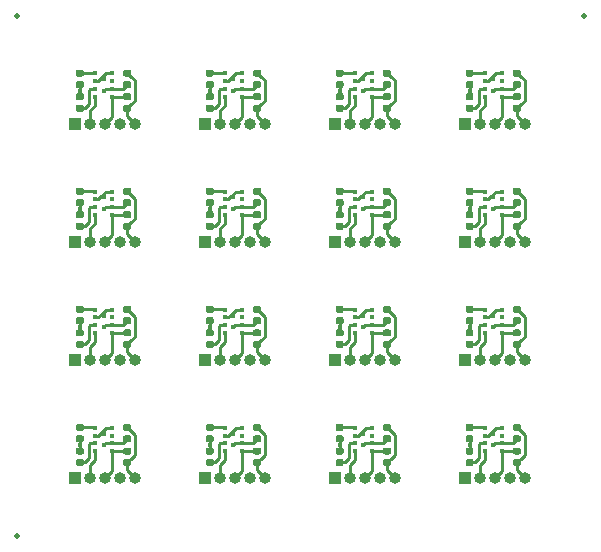
<source format=gbr>
G04 #@! TF.GenerationSoftware,KiCad,Pcbnew,5.0.2-bee76a0~70~ubuntu18.04.1*
G04 #@! TF.CreationDate,2020-02-27T14:19:30+01:00*
G04 #@! TF.ProjectId,output.load_cell_panel,6f757470-7574-42e6-9c6f-61645f63656c,rev?*
G04 #@! TF.SameCoordinates,Original*
G04 #@! TF.FileFunction,Copper,L1,Top*
G04 #@! TF.FilePolarity,Positive*
%FSLAX46Y46*%
G04 Gerber Fmt 4.6, Leading zero omitted, Abs format (unit mm)*
G04 Created by KiCad (PCBNEW 5.0.2-bee76a0~70~ubuntu18.04.1) date Thu 27 Feb 2020 02:19:30 PM CET*
%MOMM*%
%LPD*%
G01*
G04 APERTURE LIST*
G04 #@! TA.AperFunction,BGAPad,CuDef*
%ADD10C,0.500000*%
G04 #@! TD*
G04 #@! TA.AperFunction,Conductor*
%ADD11C,0.100000*%
G04 #@! TD*
G04 #@! TA.AperFunction,SMDPad,CuDef*
%ADD12C,0.590000*%
G04 #@! TD*
G04 #@! TA.AperFunction,SMDPad,CuDef*
%ADD13R,0.350000X0.350000*%
G04 #@! TD*
G04 #@! TA.AperFunction,ComponentPad*
%ADD14O,1.000000X1.000000*%
G04 #@! TD*
G04 #@! TA.AperFunction,ComponentPad*
%ADD15R,1.000000X1.000000*%
G04 #@! TD*
G04 #@! TA.AperFunction,ViaPad*
%ADD16C,0.400000*%
G04 #@! TD*
G04 #@! TA.AperFunction,Conductor*
%ADD17C,0.250000*%
G04 #@! TD*
G04 APERTURE END LIST*
D10*
G04 #@! TO.P,FID3,*
G04 #@! TO.N,*
X126000000Y-110000000D03*
G04 #@! TD*
G04 #@! TO.P,FID2,*
G04 #@! TO.N,*
X126000000Y-66000000D03*
G04 #@! TD*
D11*
G04 #@! TO.N,Net-(C1-Pad2)*
G04 #@! TO.C,C1*
G36*
X164486958Y-100520710D02*
X164501276Y-100522834D01*
X164515317Y-100526351D01*
X164528946Y-100531228D01*
X164542031Y-100537417D01*
X164554447Y-100544858D01*
X164566073Y-100553481D01*
X164576798Y-100563202D01*
X164586519Y-100573927D01*
X164595142Y-100585553D01*
X164602583Y-100597969D01*
X164608772Y-100611054D01*
X164613649Y-100624683D01*
X164617166Y-100638724D01*
X164619290Y-100653042D01*
X164620000Y-100667500D01*
X164620000Y-100962500D01*
X164619290Y-100976958D01*
X164617166Y-100991276D01*
X164613649Y-101005317D01*
X164608772Y-101018946D01*
X164602583Y-101032031D01*
X164595142Y-101044447D01*
X164586519Y-101056073D01*
X164576798Y-101066798D01*
X164566073Y-101076519D01*
X164554447Y-101085142D01*
X164542031Y-101092583D01*
X164528946Y-101098772D01*
X164515317Y-101103649D01*
X164501276Y-101107166D01*
X164486958Y-101109290D01*
X164472500Y-101110000D01*
X164127500Y-101110000D01*
X164113042Y-101109290D01*
X164098724Y-101107166D01*
X164084683Y-101103649D01*
X164071054Y-101098772D01*
X164057969Y-101092583D01*
X164045553Y-101085142D01*
X164033927Y-101076519D01*
X164023202Y-101066798D01*
X164013481Y-101056073D01*
X164004858Y-101044447D01*
X163997417Y-101032031D01*
X163991228Y-101018946D01*
X163986351Y-101005317D01*
X163982834Y-100991276D01*
X163980710Y-100976958D01*
X163980000Y-100962500D01*
X163980000Y-100667500D01*
X163980710Y-100653042D01*
X163982834Y-100638724D01*
X163986351Y-100624683D01*
X163991228Y-100611054D01*
X163997417Y-100597969D01*
X164004858Y-100585553D01*
X164013481Y-100573927D01*
X164023202Y-100563202D01*
X164033927Y-100553481D01*
X164045553Y-100544858D01*
X164057969Y-100537417D01*
X164071054Y-100531228D01*
X164084683Y-100526351D01*
X164098724Y-100522834D01*
X164113042Y-100520710D01*
X164127500Y-100520000D01*
X164472500Y-100520000D01*
X164486958Y-100520710D01*
X164486958Y-100520710D01*
G37*
D12*
G04 #@! TD*
G04 #@! TO.P,C1,2*
G04 #@! TO.N,Net-(C1-Pad2)*
X164300000Y-100815000D03*
D11*
G04 #@! TO.N,+3V3*
G04 #@! TO.C,C1*
G36*
X164486958Y-101490710D02*
X164501276Y-101492834D01*
X164515317Y-101496351D01*
X164528946Y-101501228D01*
X164542031Y-101507417D01*
X164554447Y-101514858D01*
X164566073Y-101523481D01*
X164576798Y-101533202D01*
X164586519Y-101543927D01*
X164595142Y-101555553D01*
X164602583Y-101567969D01*
X164608772Y-101581054D01*
X164613649Y-101594683D01*
X164617166Y-101608724D01*
X164619290Y-101623042D01*
X164620000Y-101637500D01*
X164620000Y-101932500D01*
X164619290Y-101946958D01*
X164617166Y-101961276D01*
X164613649Y-101975317D01*
X164608772Y-101988946D01*
X164602583Y-102002031D01*
X164595142Y-102014447D01*
X164586519Y-102026073D01*
X164576798Y-102036798D01*
X164566073Y-102046519D01*
X164554447Y-102055142D01*
X164542031Y-102062583D01*
X164528946Y-102068772D01*
X164515317Y-102073649D01*
X164501276Y-102077166D01*
X164486958Y-102079290D01*
X164472500Y-102080000D01*
X164127500Y-102080000D01*
X164113042Y-102079290D01*
X164098724Y-102077166D01*
X164084683Y-102073649D01*
X164071054Y-102068772D01*
X164057969Y-102062583D01*
X164045553Y-102055142D01*
X164033927Y-102046519D01*
X164023202Y-102036798D01*
X164013481Y-102026073D01*
X164004858Y-102014447D01*
X163997417Y-102002031D01*
X163991228Y-101988946D01*
X163986351Y-101975317D01*
X163982834Y-101961276D01*
X163980710Y-101946958D01*
X163980000Y-101932500D01*
X163980000Y-101637500D01*
X163980710Y-101623042D01*
X163982834Y-101608724D01*
X163986351Y-101594683D01*
X163991228Y-101581054D01*
X163997417Y-101567969D01*
X164004858Y-101555553D01*
X164013481Y-101543927D01*
X164023202Y-101533202D01*
X164033927Y-101523481D01*
X164045553Y-101514858D01*
X164057969Y-101507417D01*
X164071054Y-101501228D01*
X164084683Y-101496351D01*
X164098724Y-101492834D01*
X164113042Y-101490710D01*
X164127500Y-101490000D01*
X164472500Y-101490000D01*
X164486958Y-101490710D01*
X164486958Y-101490710D01*
G37*
D12*
G04 #@! TD*
G04 #@! TO.P,C1,1*
G04 #@! TO.N,+3V3*
X164300000Y-101785000D03*
D11*
G04 #@! TO.N,Net-(C1-Pad2)*
G04 #@! TO.C,C1*
G36*
X153486958Y-100520710D02*
X153501276Y-100522834D01*
X153515317Y-100526351D01*
X153528946Y-100531228D01*
X153542031Y-100537417D01*
X153554447Y-100544858D01*
X153566073Y-100553481D01*
X153576798Y-100563202D01*
X153586519Y-100573927D01*
X153595142Y-100585553D01*
X153602583Y-100597969D01*
X153608772Y-100611054D01*
X153613649Y-100624683D01*
X153617166Y-100638724D01*
X153619290Y-100653042D01*
X153620000Y-100667500D01*
X153620000Y-100962500D01*
X153619290Y-100976958D01*
X153617166Y-100991276D01*
X153613649Y-101005317D01*
X153608772Y-101018946D01*
X153602583Y-101032031D01*
X153595142Y-101044447D01*
X153586519Y-101056073D01*
X153576798Y-101066798D01*
X153566073Y-101076519D01*
X153554447Y-101085142D01*
X153542031Y-101092583D01*
X153528946Y-101098772D01*
X153515317Y-101103649D01*
X153501276Y-101107166D01*
X153486958Y-101109290D01*
X153472500Y-101110000D01*
X153127500Y-101110000D01*
X153113042Y-101109290D01*
X153098724Y-101107166D01*
X153084683Y-101103649D01*
X153071054Y-101098772D01*
X153057969Y-101092583D01*
X153045553Y-101085142D01*
X153033927Y-101076519D01*
X153023202Y-101066798D01*
X153013481Y-101056073D01*
X153004858Y-101044447D01*
X152997417Y-101032031D01*
X152991228Y-101018946D01*
X152986351Y-101005317D01*
X152982834Y-100991276D01*
X152980710Y-100976958D01*
X152980000Y-100962500D01*
X152980000Y-100667500D01*
X152980710Y-100653042D01*
X152982834Y-100638724D01*
X152986351Y-100624683D01*
X152991228Y-100611054D01*
X152997417Y-100597969D01*
X153004858Y-100585553D01*
X153013481Y-100573927D01*
X153023202Y-100563202D01*
X153033927Y-100553481D01*
X153045553Y-100544858D01*
X153057969Y-100537417D01*
X153071054Y-100531228D01*
X153084683Y-100526351D01*
X153098724Y-100522834D01*
X153113042Y-100520710D01*
X153127500Y-100520000D01*
X153472500Y-100520000D01*
X153486958Y-100520710D01*
X153486958Y-100520710D01*
G37*
D12*
G04 #@! TD*
G04 #@! TO.P,C1,2*
G04 #@! TO.N,Net-(C1-Pad2)*
X153300000Y-100815000D03*
D11*
G04 #@! TO.N,+3V3*
G04 #@! TO.C,C1*
G36*
X153486958Y-101490710D02*
X153501276Y-101492834D01*
X153515317Y-101496351D01*
X153528946Y-101501228D01*
X153542031Y-101507417D01*
X153554447Y-101514858D01*
X153566073Y-101523481D01*
X153576798Y-101533202D01*
X153586519Y-101543927D01*
X153595142Y-101555553D01*
X153602583Y-101567969D01*
X153608772Y-101581054D01*
X153613649Y-101594683D01*
X153617166Y-101608724D01*
X153619290Y-101623042D01*
X153620000Y-101637500D01*
X153620000Y-101932500D01*
X153619290Y-101946958D01*
X153617166Y-101961276D01*
X153613649Y-101975317D01*
X153608772Y-101988946D01*
X153602583Y-102002031D01*
X153595142Y-102014447D01*
X153586519Y-102026073D01*
X153576798Y-102036798D01*
X153566073Y-102046519D01*
X153554447Y-102055142D01*
X153542031Y-102062583D01*
X153528946Y-102068772D01*
X153515317Y-102073649D01*
X153501276Y-102077166D01*
X153486958Y-102079290D01*
X153472500Y-102080000D01*
X153127500Y-102080000D01*
X153113042Y-102079290D01*
X153098724Y-102077166D01*
X153084683Y-102073649D01*
X153071054Y-102068772D01*
X153057969Y-102062583D01*
X153045553Y-102055142D01*
X153033927Y-102046519D01*
X153023202Y-102036798D01*
X153013481Y-102026073D01*
X153004858Y-102014447D01*
X152997417Y-102002031D01*
X152991228Y-101988946D01*
X152986351Y-101975317D01*
X152982834Y-101961276D01*
X152980710Y-101946958D01*
X152980000Y-101932500D01*
X152980000Y-101637500D01*
X152980710Y-101623042D01*
X152982834Y-101608724D01*
X152986351Y-101594683D01*
X152991228Y-101581054D01*
X152997417Y-101567969D01*
X153004858Y-101555553D01*
X153013481Y-101543927D01*
X153023202Y-101533202D01*
X153033927Y-101523481D01*
X153045553Y-101514858D01*
X153057969Y-101507417D01*
X153071054Y-101501228D01*
X153084683Y-101496351D01*
X153098724Y-101492834D01*
X153113042Y-101490710D01*
X153127500Y-101490000D01*
X153472500Y-101490000D01*
X153486958Y-101490710D01*
X153486958Y-101490710D01*
G37*
D12*
G04 #@! TD*
G04 #@! TO.P,C1,1*
G04 #@! TO.N,+3V3*
X153300000Y-101785000D03*
D11*
G04 #@! TO.N,Net-(C1-Pad2)*
G04 #@! TO.C,C1*
G36*
X142486958Y-100520710D02*
X142501276Y-100522834D01*
X142515317Y-100526351D01*
X142528946Y-100531228D01*
X142542031Y-100537417D01*
X142554447Y-100544858D01*
X142566073Y-100553481D01*
X142576798Y-100563202D01*
X142586519Y-100573927D01*
X142595142Y-100585553D01*
X142602583Y-100597969D01*
X142608772Y-100611054D01*
X142613649Y-100624683D01*
X142617166Y-100638724D01*
X142619290Y-100653042D01*
X142620000Y-100667500D01*
X142620000Y-100962500D01*
X142619290Y-100976958D01*
X142617166Y-100991276D01*
X142613649Y-101005317D01*
X142608772Y-101018946D01*
X142602583Y-101032031D01*
X142595142Y-101044447D01*
X142586519Y-101056073D01*
X142576798Y-101066798D01*
X142566073Y-101076519D01*
X142554447Y-101085142D01*
X142542031Y-101092583D01*
X142528946Y-101098772D01*
X142515317Y-101103649D01*
X142501276Y-101107166D01*
X142486958Y-101109290D01*
X142472500Y-101110000D01*
X142127500Y-101110000D01*
X142113042Y-101109290D01*
X142098724Y-101107166D01*
X142084683Y-101103649D01*
X142071054Y-101098772D01*
X142057969Y-101092583D01*
X142045553Y-101085142D01*
X142033927Y-101076519D01*
X142023202Y-101066798D01*
X142013481Y-101056073D01*
X142004858Y-101044447D01*
X141997417Y-101032031D01*
X141991228Y-101018946D01*
X141986351Y-101005317D01*
X141982834Y-100991276D01*
X141980710Y-100976958D01*
X141980000Y-100962500D01*
X141980000Y-100667500D01*
X141980710Y-100653042D01*
X141982834Y-100638724D01*
X141986351Y-100624683D01*
X141991228Y-100611054D01*
X141997417Y-100597969D01*
X142004858Y-100585553D01*
X142013481Y-100573927D01*
X142023202Y-100563202D01*
X142033927Y-100553481D01*
X142045553Y-100544858D01*
X142057969Y-100537417D01*
X142071054Y-100531228D01*
X142084683Y-100526351D01*
X142098724Y-100522834D01*
X142113042Y-100520710D01*
X142127500Y-100520000D01*
X142472500Y-100520000D01*
X142486958Y-100520710D01*
X142486958Y-100520710D01*
G37*
D12*
G04 #@! TD*
G04 #@! TO.P,C1,2*
G04 #@! TO.N,Net-(C1-Pad2)*
X142300000Y-100815000D03*
D11*
G04 #@! TO.N,+3V3*
G04 #@! TO.C,C1*
G36*
X142486958Y-101490710D02*
X142501276Y-101492834D01*
X142515317Y-101496351D01*
X142528946Y-101501228D01*
X142542031Y-101507417D01*
X142554447Y-101514858D01*
X142566073Y-101523481D01*
X142576798Y-101533202D01*
X142586519Y-101543927D01*
X142595142Y-101555553D01*
X142602583Y-101567969D01*
X142608772Y-101581054D01*
X142613649Y-101594683D01*
X142617166Y-101608724D01*
X142619290Y-101623042D01*
X142620000Y-101637500D01*
X142620000Y-101932500D01*
X142619290Y-101946958D01*
X142617166Y-101961276D01*
X142613649Y-101975317D01*
X142608772Y-101988946D01*
X142602583Y-102002031D01*
X142595142Y-102014447D01*
X142586519Y-102026073D01*
X142576798Y-102036798D01*
X142566073Y-102046519D01*
X142554447Y-102055142D01*
X142542031Y-102062583D01*
X142528946Y-102068772D01*
X142515317Y-102073649D01*
X142501276Y-102077166D01*
X142486958Y-102079290D01*
X142472500Y-102080000D01*
X142127500Y-102080000D01*
X142113042Y-102079290D01*
X142098724Y-102077166D01*
X142084683Y-102073649D01*
X142071054Y-102068772D01*
X142057969Y-102062583D01*
X142045553Y-102055142D01*
X142033927Y-102046519D01*
X142023202Y-102036798D01*
X142013481Y-102026073D01*
X142004858Y-102014447D01*
X141997417Y-102002031D01*
X141991228Y-101988946D01*
X141986351Y-101975317D01*
X141982834Y-101961276D01*
X141980710Y-101946958D01*
X141980000Y-101932500D01*
X141980000Y-101637500D01*
X141980710Y-101623042D01*
X141982834Y-101608724D01*
X141986351Y-101594683D01*
X141991228Y-101581054D01*
X141997417Y-101567969D01*
X142004858Y-101555553D01*
X142013481Y-101543927D01*
X142023202Y-101533202D01*
X142033927Y-101523481D01*
X142045553Y-101514858D01*
X142057969Y-101507417D01*
X142071054Y-101501228D01*
X142084683Y-101496351D01*
X142098724Y-101492834D01*
X142113042Y-101490710D01*
X142127500Y-101490000D01*
X142472500Y-101490000D01*
X142486958Y-101490710D01*
X142486958Y-101490710D01*
G37*
D12*
G04 #@! TD*
G04 #@! TO.P,C1,1*
G04 #@! TO.N,+3V3*
X142300000Y-101785000D03*
D11*
G04 #@! TO.N,Net-(C1-Pad2)*
G04 #@! TO.C,C1*
G36*
X131486958Y-100520710D02*
X131501276Y-100522834D01*
X131515317Y-100526351D01*
X131528946Y-100531228D01*
X131542031Y-100537417D01*
X131554447Y-100544858D01*
X131566073Y-100553481D01*
X131576798Y-100563202D01*
X131586519Y-100573927D01*
X131595142Y-100585553D01*
X131602583Y-100597969D01*
X131608772Y-100611054D01*
X131613649Y-100624683D01*
X131617166Y-100638724D01*
X131619290Y-100653042D01*
X131620000Y-100667500D01*
X131620000Y-100962500D01*
X131619290Y-100976958D01*
X131617166Y-100991276D01*
X131613649Y-101005317D01*
X131608772Y-101018946D01*
X131602583Y-101032031D01*
X131595142Y-101044447D01*
X131586519Y-101056073D01*
X131576798Y-101066798D01*
X131566073Y-101076519D01*
X131554447Y-101085142D01*
X131542031Y-101092583D01*
X131528946Y-101098772D01*
X131515317Y-101103649D01*
X131501276Y-101107166D01*
X131486958Y-101109290D01*
X131472500Y-101110000D01*
X131127500Y-101110000D01*
X131113042Y-101109290D01*
X131098724Y-101107166D01*
X131084683Y-101103649D01*
X131071054Y-101098772D01*
X131057969Y-101092583D01*
X131045553Y-101085142D01*
X131033927Y-101076519D01*
X131023202Y-101066798D01*
X131013481Y-101056073D01*
X131004858Y-101044447D01*
X130997417Y-101032031D01*
X130991228Y-101018946D01*
X130986351Y-101005317D01*
X130982834Y-100991276D01*
X130980710Y-100976958D01*
X130980000Y-100962500D01*
X130980000Y-100667500D01*
X130980710Y-100653042D01*
X130982834Y-100638724D01*
X130986351Y-100624683D01*
X130991228Y-100611054D01*
X130997417Y-100597969D01*
X131004858Y-100585553D01*
X131013481Y-100573927D01*
X131023202Y-100563202D01*
X131033927Y-100553481D01*
X131045553Y-100544858D01*
X131057969Y-100537417D01*
X131071054Y-100531228D01*
X131084683Y-100526351D01*
X131098724Y-100522834D01*
X131113042Y-100520710D01*
X131127500Y-100520000D01*
X131472500Y-100520000D01*
X131486958Y-100520710D01*
X131486958Y-100520710D01*
G37*
D12*
G04 #@! TD*
G04 #@! TO.P,C1,2*
G04 #@! TO.N,Net-(C1-Pad2)*
X131300000Y-100815000D03*
D11*
G04 #@! TO.N,+3V3*
G04 #@! TO.C,C1*
G36*
X131486958Y-101490710D02*
X131501276Y-101492834D01*
X131515317Y-101496351D01*
X131528946Y-101501228D01*
X131542031Y-101507417D01*
X131554447Y-101514858D01*
X131566073Y-101523481D01*
X131576798Y-101533202D01*
X131586519Y-101543927D01*
X131595142Y-101555553D01*
X131602583Y-101567969D01*
X131608772Y-101581054D01*
X131613649Y-101594683D01*
X131617166Y-101608724D01*
X131619290Y-101623042D01*
X131620000Y-101637500D01*
X131620000Y-101932500D01*
X131619290Y-101946958D01*
X131617166Y-101961276D01*
X131613649Y-101975317D01*
X131608772Y-101988946D01*
X131602583Y-102002031D01*
X131595142Y-102014447D01*
X131586519Y-102026073D01*
X131576798Y-102036798D01*
X131566073Y-102046519D01*
X131554447Y-102055142D01*
X131542031Y-102062583D01*
X131528946Y-102068772D01*
X131515317Y-102073649D01*
X131501276Y-102077166D01*
X131486958Y-102079290D01*
X131472500Y-102080000D01*
X131127500Y-102080000D01*
X131113042Y-102079290D01*
X131098724Y-102077166D01*
X131084683Y-102073649D01*
X131071054Y-102068772D01*
X131057969Y-102062583D01*
X131045553Y-102055142D01*
X131033927Y-102046519D01*
X131023202Y-102036798D01*
X131013481Y-102026073D01*
X131004858Y-102014447D01*
X130997417Y-102002031D01*
X130991228Y-101988946D01*
X130986351Y-101975317D01*
X130982834Y-101961276D01*
X130980710Y-101946958D01*
X130980000Y-101932500D01*
X130980000Y-101637500D01*
X130980710Y-101623042D01*
X130982834Y-101608724D01*
X130986351Y-101594683D01*
X130991228Y-101581054D01*
X130997417Y-101567969D01*
X131004858Y-101555553D01*
X131013481Y-101543927D01*
X131023202Y-101533202D01*
X131033927Y-101523481D01*
X131045553Y-101514858D01*
X131057969Y-101507417D01*
X131071054Y-101501228D01*
X131084683Y-101496351D01*
X131098724Y-101492834D01*
X131113042Y-101490710D01*
X131127500Y-101490000D01*
X131472500Y-101490000D01*
X131486958Y-101490710D01*
X131486958Y-101490710D01*
G37*
D12*
G04 #@! TD*
G04 #@! TO.P,C1,1*
G04 #@! TO.N,+3V3*
X131300000Y-101785000D03*
D11*
G04 #@! TO.N,Net-(C1-Pad2)*
G04 #@! TO.C,C1*
G36*
X164486958Y-90520710D02*
X164501276Y-90522834D01*
X164515317Y-90526351D01*
X164528946Y-90531228D01*
X164542031Y-90537417D01*
X164554447Y-90544858D01*
X164566073Y-90553481D01*
X164576798Y-90563202D01*
X164586519Y-90573927D01*
X164595142Y-90585553D01*
X164602583Y-90597969D01*
X164608772Y-90611054D01*
X164613649Y-90624683D01*
X164617166Y-90638724D01*
X164619290Y-90653042D01*
X164620000Y-90667500D01*
X164620000Y-90962500D01*
X164619290Y-90976958D01*
X164617166Y-90991276D01*
X164613649Y-91005317D01*
X164608772Y-91018946D01*
X164602583Y-91032031D01*
X164595142Y-91044447D01*
X164586519Y-91056073D01*
X164576798Y-91066798D01*
X164566073Y-91076519D01*
X164554447Y-91085142D01*
X164542031Y-91092583D01*
X164528946Y-91098772D01*
X164515317Y-91103649D01*
X164501276Y-91107166D01*
X164486958Y-91109290D01*
X164472500Y-91110000D01*
X164127500Y-91110000D01*
X164113042Y-91109290D01*
X164098724Y-91107166D01*
X164084683Y-91103649D01*
X164071054Y-91098772D01*
X164057969Y-91092583D01*
X164045553Y-91085142D01*
X164033927Y-91076519D01*
X164023202Y-91066798D01*
X164013481Y-91056073D01*
X164004858Y-91044447D01*
X163997417Y-91032031D01*
X163991228Y-91018946D01*
X163986351Y-91005317D01*
X163982834Y-90991276D01*
X163980710Y-90976958D01*
X163980000Y-90962500D01*
X163980000Y-90667500D01*
X163980710Y-90653042D01*
X163982834Y-90638724D01*
X163986351Y-90624683D01*
X163991228Y-90611054D01*
X163997417Y-90597969D01*
X164004858Y-90585553D01*
X164013481Y-90573927D01*
X164023202Y-90563202D01*
X164033927Y-90553481D01*
X164045553Y-90544858D01*
X164057969Y-90537417D01*
X164071054Y-90531228D01*
X164084683Y-90526351D01*
X164098724Y-90522834D01*
X164113042Y-90520710D01*
X164127500Y-90520000D01*
X164472500Y-90520000D01*
X164486958Y-90520710D01*
X164486958Y-90520710D01*
G37*
D12*
G04 #@! TD*
G04 #@! TO.P,C1,2*
G04 #@! TO.N,Net-(C1-Pad2)*
X164300000Y-90815000D03*
D11*
G04 #@! TO.N,+3V3*
G04 #@! TO.C,C1*
G36*
X164486958Y-91490710D02*
X164501276Y-91492834D01*
X164515317Y-91496351D01*
X164528946Y-91501228D01*
X164542031Y-91507417D01*
X164554447Y-91514858D01*
X164566073Y-91523481D01*
X164576798Y-91533202D01*
X164586519Y-91543927D01*
X164595142Y-91555553D01*
X164602583Y-91567969D01*
X164608772Y-91581054D01*
X164613649Y-91594683D01*
X164617166Y-91608724D01*
X164619290Y-91623042D01*
X164620000Y-91637500D01*
X164620000Y-91932500D01*
X164619290Y-91946958D01*
X164617166Y-91961276D01*
X164613649Y-91975317D01*
X164608772Y-91988946D01*
X164602583Y-92002031D01*
X164595142Y-92014447D01*
X164586519Y-92026073D01*
X164576798Y-92036798D01*
X164566073Y-92046519D01*
X164554447Y-92055142D01*
X164542031Y-92062583D01*
X164528946Y-92068772D01*
X164515317Y-92073649D01*
X164501276Y-92077166D01*
X164486958Y-92079290D01*
X164472500Y-92080000D01*
X164127500Y-92080000D01*
X164113042Y-92079290D01*
X164098724Y-92077166D01*
X164084683Y-92073649D01*
X164071054Y-92068772D01*
X164057969Y-92062583D01*
X164045553Y-92055142D01*
X164033927Y-92046519D01*
X164023202Y-92036798D01*
X164013481Y-92026073D01*
X164004858Y-92014447D01*
X163997417Y-92002031D01*
X163991228Y-91988946D01*
X163986351Y-91975317D01*
X163982834Y-91961276D01*
X163980710Y-91946958D01*
X163980000Y-91932500D01*
X163980000Y-91637500D01*
X163980710Y-91623042D01*
X163982834Y-91608724D01*
X163986351Y-91594683D01*
X163991228Y-91581054D01*
X163997417Y-91567969D01*
X164004858Y-91555553D01*
X164013481Y-91543927D01*
X164023202Y-91533202D01*
X164033927Y-91523481D01*
X164045553Y-91514858D01*
X164057969Y-91507417D01*
X164071054Y-91501228D01*
X164084683Y-91496351D01*
X164098724Y-91492834D01*
X164113042Y-91490710D01*
X164127500Y-91490000D01*
X164472500Y-91490000D01*
X164486958Y-91490710D01*
X164486958Y-91490710D01*
G37*
D12*
G04 #@! TD*
G04 #@! TO.P,C1,1*
G04 #@! TO.N,+3V3*
X164300000Y-91785000D03*
D11*
G04 #@! TO.N,Net-(C1-Pad2)*
G04 #@! TO.C,C1*
G36*
X153486958Y-90520710D02*
X153501276Y-90522834D01*
X153515317Y-90526351D01*
X153528946Y-90531228D01*
X153542031Y-90537417D01*
X153554447Y-90544858D01*
X153566073Y-90553481D01*
X153576798Y-90563202D01*
X153586519Y-90573927D01*
X153595142Y-90585553D01*
X153602583Y-90597969D01*
X153608772Y-90611054D01*
X153613649Y-90624683D01*
X153617166Y-90638724D01*
X153619290Y-90653042D01*
X153620000Y-90667500D01*
X153620000Y-90962500D01*
X153619290Y-90976958D01*
X153617166Y-90991276D01*
X153613649Y-91005317D01*
X153608772Y-91018946D01*
X153602583Y-91032031D01*
X153595142Y-91044447D01*
X153586519Y-91056073D01*
X153576798Y-91066798D01*
X153566073Y-91076519D01*
X153554447Y-91085142D01*
X153542031Y-91092583D01*
X153528946Y-91098772D01*
X153515317Y-91103649D01*
X153501276Y-91107166D01*
X153486958Y-91109290D01*
X153472500Y-91110000D01*
X153127500Y-91110000D01*
X153113042Y-91109290D01*
X153098724Y-91107166D01*
X153084683Y-91103649D01*
X153071054Y-91098772D01*
X153057969Y-91092583D01*
X153045553Y-91085142D01*
X153033927Y-91076519D01*
X153023202Y-91066798D01*
X153013481Y-91056073D01*
X153004858Y-91044447D01*
X152997417Y-91032031D01*
X152991228Y-91018946D01*
X152986351Y-91005317D01*
X152982834Y-90991276D01*
X152980710Y-90976958D01*
X152980000Y-90962500D01*
X152980000Y-90667500D01*
X152980710Y-90653042D01*
X152982834Y-90638724D01*
X152986351Y-90624683D01*
X152991228Y-90611054D01*
X152997417Y-90597969D01*
X153004858Y-90585553D01*
X153013481Y-90573927D01*
X153023202Y-90563202D01*
X153033927Y-90553481D01*
X153045553Y-90544858D01*
X153057969Y-90537417D01*
X153071054Y-90531228D01*
X153084683Y-90526351D01*
X153098724Y-90522834D01*
X153113042Y-90520710D01*
X153127500Y-90520000D01*
X153472500Y-90520000D01*
X153486958Y-90520710D01*
X153486958Y-90520710D01*
G37*
D12*
G04 #@! TD*
G04 #@! TO.P,C1,2*
G04 #@! TO.N,Net-(C1-Pad2)*
X153300000Y-90815000D03*
D11*
G04 #@! TO.N,+3V3*
G04 #@! TO.C,C1*
G36*
X153486958Y-91490710D02*
X153501276Y-91492834D01*
X153515317Y-91496351D01*
X153528946Y-91501228D01*
X153542031Y-91507417D01*
X153554447Y-91514858D01*
X153566073Y-91523481D01*
X153576798Y-91533202D01*
X153586519Y-91543927D01*
X153595142Y-91555553D01*
X153602583Y-91567969D01*
X153608772Y-91581054D01*
X153613649Y-91594683D01*
X153617166Y-91608724D01*
X153619290Y-91623042D01*
X153620000Y-91637500D01*
X153620000Y-91932500D01*
X153619290Y-91946958D01*
X153617166Y-91961276D01*
X153613649Y-91975317D01*
X153608772Y-91988946D01*
X153602583Y-92002031D01*
X153595142Y-92014447D01*
X153586519Y-92026073D01*
X153576798Y-92036798D01*
X153566073Y-92046519D01*
X153554447Y-92055142D01*
X153542031Y-92062583D01*
X153528946Y-92068772D01*
X153515317Y-92073649D01*
X153501276Y-92077166D01*
X153486958Y-92079290D01*
X153472500Y-92080000D01*
X153127500Y-92080000D01*
X153113042Y-92079290D01*
X153098724Y-92077166D01*
X153084683Y-92073649D01*
X153071054Y-92068772D01*
X153057969Y-92062583D01*
X153045553Y-92055142D01*
X153033927Y-92046519D01*
X153023202Y-92036798D01*
X153013481Y-92026073D01*
X153004858Y-92014447D01*
X152997417Y-92002031D01*
X152991228Y-91988946D01*
X152986351Y-91975317D01*
X152982834Y-91961276D01*
X152980710Y-91946958D01*
X152980000Y-91932500D01*
X152980000Y-91637500D01*
X152980710Y-91623042D01*
X152982834Y-91608724D01*
X152986351Y-91594683D01*
X152991228Y-91581054D01*
X152997417Y-91567969D01*
X153004858Y-91555553D01*
X153013481Y-91543927D01*
X153023202Y-91533202D01*
X153033927Y-91523481D01*
X153045553Y-91514858D01*
X153057969Y-91507417D01*
X153071054Y-91501228D01*
X153084683Y-91496351D01*
X153098724Y-91492834D01*
X153113042Y-91490710D01*
X153127500Y-91490000D01*
X153472500Y-91490000D01*
X153486958Y-91490710D01*
X153486958Y-91490710D01*
G37*
D12*
G04 #@! TD*
G04 #@! TO.P,C1,1*
G04 #@! TO.N,+3V3*
X153300000Y-91785000D03*
D11*
G04 #@! TO.N,Net-(C1-Pad2)*
G04 #@! TO.C,C1*
G36*
X142486958Y-90520710D02*
X142501276Y-90522834D01*
X142515317Y-90526351D01*
X142528946Y-90531228D01*
X142542031Y-90537417D01*
X142554447Y-90544858D01*
X142566073Y-90553481D01*
X142576798Y-90563202D01*
X142586519Y-90573927D01*
X142595142Y-90585553D01*
X142602583Y-90597969D01*
X142608772Y-90611054D01*
X142613649Y-90624683D01*
X142617166Y-90638724D01*
X142619290Y-90653042D01*
X142620000Y-90667500D01*
X142620000Y-90962500D01*
X142619290Y-90976958D01*
X142617166Y-90991276D01*
X142613649Y-91005317D01*
X142608772Y-91018946D01*
X142602583Y-91032031D01*
X142595142Y-91044447D01*
X142586519Y-91056073D01*
X142576798Y-91066798D01*
X142566073Y-91076519D01*
X142554447Y-91085142D01*
X142542031Y-91092583D01*
X142528946Y-91098772D01*
X142515317Y-91103649D01*
X142501276Y-91107166D01*
X142486958Y-91109290D01*
X142472500Y-91110000D01*
X142127500Y-91110000D01*
X142113042Y-91109290D01*
X142098724Y-91107166D01*
X142084683Y-91103649D01*
X142071054Y-91098772D01*
X142057969Y-91092583D01*
X142045553Y-91085142D01*
X142033927Y-91076519D01*
X142023202Y-91066798D01*
X142013481Y-91056073D01*
X142004858Y-91044447D01*
X141997417Y-91032031D01*
X141991228Y-91018946D01*
X141986351Y-91005317D01*
X141982834Y-90991276D01*
X141980710Y-90976958D01*
X141980000Y-90962500D01*
X141980000Y-90667500D01*
X141980710Y-90653042D01*
X141982834Y-90638724D01*
X141986351Y-90624683D01*
X141991228Y-90611054D01*
X141997417Y-90597969D01*
X142004858Y-90585553D01*
X142013481Y-90573927D01*
X142023202Y-90563202D01*
X142033927Y-90553481D01*
X142045553Y-90544858D01*
X142057969Y-90537417D01*
X142071054Y-90531228D01*
X142084683Y-90526351D01*
X142098724Y-90522834D01*
X142113042Y-90520710D01*
X142127500Y-90520000D01*
X142472500Y-90520000D01*
X142486958Y-90520710D01*
X142486958Y-90520710D01*
G37*
D12*
G04 #@! TD*
G04 #@! TO.P,C1,2*
G04 #@! TO.N,Net-(C1-Pad2)*
X142300000Y-90815000D03*
D11*
G04 #@! TO.N,+3V3*
G04 #@! TO.C,C1*
G36*
X142486958Y-91490710D02*
X142501276Y-91492834D01*
X142515317Y-91496351D01*
X142528946Y-91501228D01*
X142542031Y-91507417D01*
X142554447Y-91514858D01*
X142566073Y-91523481D01*
X142576798Y-91533202D01*
X142586519Y-91543927D01*
X142595142Y-91555553D01*
X142602583Y-91567969D01*
X142608772Y-91581054D01*
X142613649Y-91594683D01*
X142617166Y-91608724D01*
X142619290Y-91623042D01*
X142620000Y-91637500D01*
X142620000Y-91932500D01*
X142619290Y-91946958D01*
X142617166Y-91961276D01*
X142613649Y-91975317D01*
X142608772Y-91988946D01*
X142602583Y-92002031D01*
X142595142Y-92014447D01*
X142586519Y-92026073D01*
X142576798Y-92036798D01*
X142566073Y-92046519D01*
X142554447Y-92055142D01*
X142542031Y-92062583D01*
X142528946Y-92068772D01*
X142515317Y-92073649D01*
X142501276Y-92077166D01*
X142486958Y-92079290D01*
X142472500Y-92080000D01*
X142127500Y-92080000D01*
X142113042Y-92079290D01*
X142098724Y-92077166D01*
X142084683Y-92073649D01*
X142071054Y-92068772D01*
X142057969Y-92062583D01*
X142045553Y-92055142D01*
X142033927Y-92046519D01*
X142023202Y-92036798D01*
X142013481Y-92026073D01*
X142004858Y-92014447D01*
X141997417Y-92002031D01*
X141991228Y-91988946D01*
X141986351Y-91975317D01*
X141982834Y-91961276D01*
X141980710Y-91946958D01*
X141980000Y-91932500D01*
X141980000Y-91637500D01*
X141980710Y-91623042D01*
X141982834Y-91608724D01*
X141986351Y-91594683D01*
X141991228Y-91581054D01*
X141997417Y-91567969D01*
X142004858Y-91555553D01*
X142013481Y-91543927D01*
X142023202Y-91533202D01*
X142033927Y-91523481D01*
X142045553Y-91514858D01*
X142057969Y-91507417D01*
X142071054Y-91501228D01*
X142084683Y-91496351D01*
X142098724Y-91492834D01*
X142113042Y-91490710D01*
X142127500Y-91490000D01*
X142472500Y-91490000D01*
X142486958Y-91490710D01*
X142486958Y-91490710D01*
G37*
D12*
G04 #@! TD*
G04 #@! TO.P,C1,1*
G04 #@! TO.N,+3V3*
X142300000Y-91785000D03*
D11*
G04 #@! TO.N,Net-(C1-Pad2)*
G04 #@! TO.C,C1*
G36*
X131486958Y-90520710D02*
X131501276Y-90522834D01*
X131515317Y-90526351D01*
X131528946Y-90531228D01*
X131542031Y-90537417D01*
X131554447Y-90544858D01*
X131566073Y-90553481D01*
X131576798Y-90563202D01*
X131586519Y-90573927D01*
X131595142Y-90585553D01*
X131602583Y-90597969D01*
X131608772Y-90611054D01*
X131613649Y-90624683D01*
X131617166Y-90638724D01*
X131619290Y-90653042D01*
X131620000Y-90667500D01*
X131620000Y-90962500D01*
X131619290Y-90976958D01*
X131617166Y-90991276D01*
X131613649Y-91005317D01*
X131608772Y-91018946D01*
X131602583Y-91032031D01*
X131595142Y-91044447D01*
X131586519Y-91056073D01*
X131576798Y-91066798D01*
X131566073Y-91076519D01*
X131554447Y-91085142D01*
X131542031Y-91092583D01*
X131528946Y-91098772D01*
X131515317Y-91103649D01*
X131501276Y-91107166D01*
X131486958Y-91109290D01*
X131472500Y-91110000D01*
X131127500Y-91110000D01*
X131113042Y-91109290D01*
X131098724Y-91107166D01*
X131084683Y-91103649D01*
X131071054Y-91098772D01*
X131057969Y-91092583D01*
X131045553Y-91085142D01*
X131033927Y-91076519D01*
X131023202Y-91066798D01*
X131013481Y-91056073D01*
X131004858Y-91044447D01*
X130997417Y-91032031D01*
X130991228Y-91018946D01*
X130986351Y-91005317D01*
X130982834Y-90991276D01*
X130980710Y-90976958D01*
X130980000Y-90962500D01*
X130980000Y-90667500D01*
X130980710Y-90653042D01*
X130982834Y-90638724D01*
X130986351Y-90624683D01*
X130991228Y-90611054D01*
X130997417Y-90597969D01*
X131004858Y-90585553D01*
X131013481Y-90573927D01*
X131023202Y-90563202D01*
X131033927Y-90553481D01*
X131045553Y-90544858D01*
X131057969Y-90537417D01*
X131071054Y-90531228D01*
X131084683Y-90526351D01*
X131098724Y-90522834D01*
X131113042Y-90520710D01*
X131127500Y-90520000D01*
X131472500Y-90520000D01*
X131486958Y-90520710D01*
X131486958Y-90520710D01*
G37*
D12*
G04 #@! TD*
G04 #@! TO.P,C1,2*
G04 #@! TO.N,Net-(C1-Pad2)*
X131300000Y-90815000D03*
D11*
G04 #@! TO.N,+3V3*
G04 #@! TO.C,C1*
G36*
X131486958Y-91490710D02*
X131501276Y-91492834D01*
X131515317Y-91496351D01*
X131528946Y-91501228D01*
X131542031Y-91507417D01*
X131554447Y-91514858D01*
X131566073Y-91523481D01*
X131576798Y-91533202D01*
X131586519Y-91543927D01*
X131595142Y-91555553D01*
X131602583Y-91567969D01*
X131608772Y-91581054D01*
X131613649Y-91594683D01*
X131617166Y-91608724D01*
X131619290Y-91623042D01*
X131620000Y-91637500D01*
X131620000Y-91932500D01*
X131619290Y-91946958D01*
X131617166Y-91961276D01*
X131613649Y-91975317D01*
X131608772Y-91988946D01*
X131602583Y-92002031D01*
X131595142Y-92014447D01*
X131586519Y-92026073D01*
X131576798Y-92036798D01*
X131566073Y-92046519D01*
X131554447Y-92055142D01*
X131542031Y-92062583D01*
X131528946Y-92068772D01*
X131515317Y-92073649D01*
X131501276Y-92077166D01*
X131486958Y-92079290D01*
X131472500Y-92080000D01*
X131127500Y-92080000D01*
X131113042Y-92079290D01*
X131098724Y-92077166D01*
X131084683Y-92073649D01*
X131071054Y-92068772D01*
X131057969Y-92062583D01*
X131045553Y-92055142D01*
X131033927Y-92046519D01*
X131023202Y-92036798D01*
X131013481Y-92026073D01*
X131004858Y-92014447D01*
X130997417Y-92002031D01*
X130991228Y-91988946D01*
X130986351Y-91975317D01*
X130982834Y-91961276D01*
X130980710Y-91946958D01*
X130980000Y-91932500D01*
X130980000Y-91637500D01*
X130980710Y-91623042D01*
X130982834Y-91608724D01*
X130986351Y-91594683D01*
X130991228Y-91581054D01*
X130997417Y-91567969D01*
X131004858Y-91555553D01*
X131013481Y-91543927D01*
X131023202Y-91533202D01*
X131033927Y-91523481D01*
X131045553Y-91514858D01*
X131057969Y-91507417D01*
X131071054Y-91501228D01*
X131084683Y-91496351D01*
X131098724Y-91492834D01*
X131113042Y-91490710D01*
X131127500Y-91490000D01*
X131472500Y-91490000D01*
X131486958Y-91490710D01*
X131486958Y-91490710D01*
G37*
D12*
G04 #@! TD*
G04 #@! TO.P,C1,1*
G04 #@! TO.N,+3V3*
X131300000Y-91785000D03*
D11*
G04 #@! TO.N,Net-(C1-Pad2)*
G04 #@! TO.C,C1*
G36*
X164486958Y-80520710D02*
X164501276Y-80522834D01*
X164515317Y-80526351D01*
X164528946Y-80531228D01*
X164542031Y-80537417D01*
X164554447Y-80544858D01*
X164566073Y-80553481D01*
X164576798Y-80563202D01*
X164586519Y-80573927D01*
X164595142Y-80585553D01*
X164602583Y-80597969D01*
X164608772Y-80611054D01*
X164613649Y-80624683D01*
X164617166Y-80638724D01*
X164619290Y-80653042D01*
X164620000Y-80667500D01*
X164620000Y-80962500D01*
X164619290Y-80976958D01*
X164617166Y-80991276D01*
X164613649Y-81005317D01*
X164608772Y-81018946D01*
X164602583Y-81032031D01*
X164595142Y-81044447D01*
X164586519Y-81056073D01*
X164576798Y-81066798D01*
X164566073Y-81076519D01*
X164554447Y-81085142D01*
X164542031Y-81092583D01*
X164528946Y-81098772D01*
X164515317Y-81103649D01*
X164501276Y-81107166D01*
X164486958Y-81109290D01*
X164472500Y-81110000D01*
X164127500Y-81110000D01*
X164113042Y-81109290D01*
X164098724Y-81107166D01*
X164084683Y-81103649D01*
X164071054Y-81098772D01*
X164057969Y-81092583D01*
X164045553Y-81085142D01*
X164033927Y-81076519D01*
X164023202Y-81066798D01*
X164013481Y-81056073D01*
X164004858Y-81044447D01*
X163997417Y-81032031D01*
X163991228Y-81018946D01*
X163986351Y-81005317D01*
X163982834Y-80991276D01*
X163980710Y-80976958D01*
X163980000Y-80962500D01*
X163980000Y-80667500D01*
X163980710Y-80653042D01*
X163982834Y-80638724D01*
X163986351Y-80624683D01*
X163991228Y-80611054D01*
X163997417Y-80597969D01*
X164004858Y-80585553D01*
X164013481Y-80573927D01*
X164023202Y-80563202D01*
X164033927Y-80553481D01*
X164045553Y-80544858D01*
X164057969Y-80537417D01*
X164071054Y-80531228D01*
X164084683Y-80526351D01*
X164098724Y-80522834D01*
X164113042Y-80520710D01*
X164127500Y-80520000D01*
X164472500Y-80520000D01*
X164486958Y-80520710D01*
X164486958Y-80520710D01*
G37*
D12*
G04 #@! TD*
G04 #@! TO.P,C1,2*
G04 #@! TO.N,Net-(C1-Pad2)*
X164300000Y-80815000D03*
D11*
G04 #@! TO.N,+3V3*
G04 #@! TO.C,C1*
G36*
X164486958Y-81490710D02*
X164501276Y-81492834D01*
X164515317Y-81496351D01*
X164528946Y-81501228D01*
X164542031Y-81507417D01*
X164554447Y-81514858D01*
X164566073Y-81523481D01*
X164576798Y-81533202D01*
X164586519Y-81543927D01*
X164595142Y-81555553D01*
X164602583Y-81567969D01*
X164608772Y-81581054D01*
X164613649Y-81594683D01*
X164617166Y-81608724D01*
X164619290Y-81623042D01*
X164620000Y-81637500D01*
X164620000Y-81932500D01*
X164619290Y-81946958D01*
X164617166Y-81961276D01*
X164613649Y-81975317D01*
X164608772Y-81988946D01*
X164602583Y-82002031D01*
X164595142Y-82014447D01*
X164586519Y-82026073D01*
X164576798Y-82036798D01*
X164566073Y-82046519D01*
X164554447Y-82055142D01*
X164542031Y-82062583D01*
X164528946Y-82068772D01*
X164515317Y-82073649D01*
X164501276Y-82077166D01*
X164486958Y-82079290D01*
X164472500Y-82080000D01*
X164127500Y-82080000D01*
X164113042Y-82079290D01*
X164098724Y-82077166D01*
X164084683Y-82073649D01*
X164071054Y-82068772D01*
X164057969Y-82062583D01*
X164045553Y-82055142D01*
X164033927Y-82046519D01*
X164023202Y-82036798D01*
X164013481Y-82026073D01*
X164004858Y-82014447D01*
X163997417Y-82002031D01*
X163991228Y-81988946D01*
X163986351Y-81975317D01*
X163982834Y-81961276D01*
X163980710Y-81946958D01*
X163980000Y-81932500D01*
X163980000Y-81637500D01*
X163980710Y-81623042D01*
X163982834Y-81608724D01*
X163986351Y-81594683D01*
X163991228Y-81581054D01*
X163997417Y-81567969D01*
X164004858Y-81555553D01*
X164013481Y-81543927D01*
X164023202Y-81533202D01*
X164033927Y-81523481D01*
X164045553Y-81514858D01*
X164057969Y-81507417D01*
X164071054Y-81501228D01*
X164084683Y-81496351D01*
X164098724Y-81492834D01*
X164113042Y-81490710D01*
X164127500Y-81490000D01*
X164472500Y-81490000D01*
X164486958Y-81490710D01*
X164486958Y-81490710D01*
G37*
D12*
G04 #@! TD*
G04 #@! TO.P,C1,1*
G04 #@! TO.N,+3V3*
X164300000Y-81785000D03*
D11*
G04 #@! TO.N,Net-(C1-Pad2)*
G04 #@! TO.C,C1*
G36*
X153486958Y-80520710D02*
X153501276Y-80522834D01*
X153515317Y-80526351D01*
X153528946Y-80531228D01*
X153542031Y-80537417D01*
X153554447Y-80544858D01*
X153566073Y-80553481D01*
X153576798Y-80563202D01*
X153586519Y-80573927D01*
X153595142Y-80585553D01*
X153602583Y-80597969D01*
X153608772Y-80611054D01*
X153613649Y-80624683D01*
X153617166Y-80638724D01*
X153619290Y-80653042D01*
X153620000Y-80667500D01*
X153620000Y-80962500D01*
X153619290Y-80976958D01*
X153617166Y-80991276D01*
X153613649Y-81005317D01*
X153608772Y-81018946D01*
X153602583Y-81032031D01*
X153595142Y-81044447D01*
X153586519Y-81056073D01*
X153576798Y-81066798D01*
X153566073Y-81076519D01*
X153554447Y-81085142D01*
X153542031Y-81092583D01*
X153528946Y-81098772D01*
X153515317Y-81103649D01*
X153501276Y-81107166D01*
X153486958Y-81109290D01*
X153472500Y-81110000D01*
X153127500Y-81110000D01*
X153113042Y-81109290D01*
X153098724Y-81107166D01*
X153084683Y-81103649D01*
X153071054Y-81098772D01*
X153057969Y-81092583D01*
X153045553Y-81085142D01*
X153033927Y-81076519D01*
X153023202Y-81066798D01*
X153013481Y-81056073D01*
X153004858Y-81044447D01*
X152997417Y-81032031D01*
X152991228Y-81018946D01*
X152986351Y-81005317D01*
X152982834Y-80991276D01*
X152980710Y-80976958D01*
X152980000Y-80962500D01*
X152980000Y-80667500D01*
X152980710Y-80653042D01*
X152982834Y-80638724D01*
X152986351Y-80624683D01*
X152991228Y-80611054D01*
X152997417Y-80597969D01*
X153004858Y-80585553D01*
X153013481Y-80573927D01*
X153023202Y-80563202D01*
X153033927Y-80553481D01*
X153045553Y-80544858D01*
X153057969Y-80537417D01*
X153071054Y-80531228D01*
X153084683Y-80526351D01*
X153098724Y-80522834D01*
X153113042Y-80520710D01*
X153127500Y-80520000D01*
X153472500Y-80520000D01*
X153486958Y-80520710D01*
X153486958Y-80520710D01*
G37*
D12*
G04 #@! TD*
G04 #@! TO.P,C1,2*
G04 #@! TO.N,Net-(C1-Pad2)*
X153300000Y-80815000D03*
D11*
G04 #@! TO.N,+3V3*
G04 #@! TO.C,C1*
G36*
X153486958Y-81490710D02*
X153501276Y-81492834D01*
X153515317Y-81496351D01*
X153528946Y-81501228D01*
X153542031Y-81507417D01*
X153554447Y-81514858D01*
X153566073Y-81523481D01*
X153576798Y-81533202D01*
X153586519Y-81543927D01*
X153595142Y-81555553D01*
X153602583Y-81567969D01*
X153608772Y-81581054D01*
X153613649Y-81594683D01*
X153617166Y-81608724D01*
X153619290Y-81623042D01*
X153620000Y-81637500D01*
X153620000Y-81932500D01*
X153619290Y-81946958D01*
X153617166Y-81961276D01*
X153613649Y-81975317D01*
X153608772Y-81988946D01*
X153602583Y-82002031D01*
X153595142Y-82014447D01*
X153586519Y-82026073D01*
X153576798Y-82036798D01*
X153566073Y-82046519D01*
X153554447Y-82055142D01*
X153542031Y-82062583D01*
X153528946Y-82068772D01*
X153515317Y-82073649D01*
X153501276Y-82077166D01*
X153486958Y-82079290D01*
X153472500Y-82080000D01*
X153127500Y-82080000D01*
X153113042Y-82079290D01*
X153098724Y-82077166D01*
X153084683Y-82073649D01*
X153071054Y-82068772D01*
X153057969Y-82062583D01*
X153045553Y-82055142D01*
X153033927Y-82046519D01*
X153023202Y-82036798D01*
X153013481Y-82026073D01*
X153004858Y-82014447D01*
X152997417Y-82002031D01*
X152991228Y-81988946D01*
X152986351Y-81975317D01*
X152982834Y-81961276D01*
X152980710Y-81946958D01*
X152980000Y-81932500D01*
X152980000Y-81637500D01*
X152980710Y-81623042D01*
X152982834Y-81608724D01*
X152986351Y-81594683D01*
X152991228Y-81581054D01*
X152997417Y-81567969D01*
X153004858Y-81555553D01*
X153013481Y-81543927D01*
X153023202Y-81533202D01*
X153033927Y-81523481D01*
X153045553Y-81514858D01*
X153057969Y-81507417D01*
X153071054Y-81501228D01*
X153084683Y-81496351D01*
X153098724Y-81492834D01*
X153113042Y-81490710D01*
X153127500Y-81490000D01*
X153472500Y-81490000D01*
X153486958Y-81490710D01*
X153486958Y-81490710D01*
G37*
D12*
G04 #@! TD*
G04 #@! TO.P,C1,1*
G04 #@! TO.N,+3V3*
X153300000Y-81785000D03*
D11*
G04 #@! TO.N,Net-(C1-Pad2)*
G04 #@! TO.C,C1*
G36*
X142486958Y-80520710D02*
X142501276Y-80522834D01*
X142515317Y-80526351D01*
X142528946Y-80531228D01*
X142542031Y-80537417D01*
X142554447Y-80544858D01*
X142566073Y-80553481D01*
X142576798Y-80563202D01*
X142586519Y-80573927D01*
X142595142Y-80585553D01*
X142602583Y-80597969D01*
X142608772Y-80611054D01*
X142613649Y-80624683D01*
X142617166Y-80638724D01*
X142619290Y-80653042D01*
X142620000Y-80667500D01*
X142620000Y-80962500D01*
X142619290Y-80976958D01*
X142617166Y-80991276D01*
X142613649Y-81005317D01*
X142608772Y-81018946D01*
X142602583Y-81032031D01*
X142595142Y-81044447D01*
X142586519Y-81056073D01*
X142576798Y-81066798D01*
X142566073Y-81076519D01*
X142554447Y-81085142D01*
X142542031Y-81092583D01*
X142528946Y-81098772D01*
X142515317Y-81103649D01*
X142501276Y-81107166D01*
X142486958Y-81109290D01*
X142472500Y-81110000D01*
X142127500Y-81110000D01*
X142113042Y-81109290D01*
X142098724Y-81107166D01*
X142084683Y-81103649D01*
X142071054Y-81098772D01*
X142057969Y-81092583D01*
X142045553Y-81085142D01*
X142033927Y-81076519D01*
X142023202Y-81066798D01*
X142013481Y-81056073D01*
X142004858Y-81044447D01*
X141997417Y-81032031D01*
X141991228Y-81018946D01*
X141986351Y-81005317D01*
X141982834Y-80991276D01*
X141980710Y-80976958D01*
X141980000Y-80962500D01*
X141980000Y-80667500D01*
X141980710Y-80653042D01*
X141982834Y-80638724D01*
X141986351Y-80624683D01*
X141991228Y-80611054D01*
X141997417Y-80597969D01*
X142004858Y-80585553D01*
X142013481Y-80573927D01*
X142023202Y-80563202D01*
X142033927Y-80553481D01*
X142045553Y-80544858D01*
X142057969Y-80537417D01*
X142071054Y-80531228D01*
X142084683Y-80526351D01*
X142098724Y-80522834D01*
X142113042Y-80520710D01*
X142127500Y-80520000D01*
X142472500Y-80520000D01*
X142486958Y-80520710D01*
X142486958Y-80520710D01*
G37*
D12*
G04 #@! TD*
G04 #@! TO.P,C1,2*
G04 #@! TO.N,Net-(C1-Pad2)*
X142300000Y-80815000D03*
D11*
G04 #@! TO.N,+3V3*
G04 #@! TO.C,C1*
G36*
X142486958Y-81490710D02*
X142501276Y-81492834D01*
X142515317Y-81496351D01*
X142528946Y-81501228D01*
X142542031Y-81507417D01*
X142554447Y-81514858D01*
X142566073Y-81523481D01*
X142576798Y-81533202D01*
X142586519Y-81543927D01*
X142595142Y-81555553D01*
X142602583Y-81567969D01*
X142608772Y-81581054D01*
X142613649Y-81594683D01*
X142617166Y-81608724D01*
X142619290Y-81623042D01*
X142620000Y-81637500D01*
X142620000Y-81932500D01*
X142619290Y-81946958D01*
X142617166Y-81961276D01*
X142613649Y-81975317D01*
X142608772Y-81988946D01*
X142602583Y-82002031D01*
X142595142Y-82014447D01*
X142586519Y-82026073D01*
X142576798Y-82036798D01*
X142566073Y-82046519D01*
X142554447Y-82055142D01*
X142542031Y-82062583D01*
X142528946Y-82068772D01*
X142515317Y-82073649D01*
X142501276Y-82077166D01*
X142486958Y-82079290D01*
X142472500Y-82080000D01*
X142127500Y-82080000D01*
X142113042Y-82079290D01*
X142098724Y-82077166D01*
X142084683Y-82073649D01*
X142071054Y-82068772D01*
X142057969Y-82062583D01*
X142045553Y-82055142D01*
X142033927Y-82046519D01*
X142023202Y-82036798D01*
X142013481Y-82026073D01*
X142004858Y-82014447D01*
X141997417Y-82002031D01*
X141991228Y-81988946D01*
X141986351Y-81975317D01*
X141982834Y-81961276D01*
X141980710Y-81946958D01*
X141980000Y-81932500D01*
X141980000Y-81637500D01*
X141980710Y-81623042D01*
X141982834Y-81608724D01*
X141986351Y-81594683D01*
X141991228Y-81581054D01*
X141997417Y-81567969D01*
X142004858Y-81555553D01*
X142013481Y-81543927D01*
X142023202Y-81533202D01*
X142033927Y-81523481D01*
X142045553Y-81514858D01*
X142057969Y-81507417D01*
X142071054Y-81501228D01*
X142084683Y-81496351D01*
X142098724Y-81492834D01*
X142113042Y-81490710D01*
X142127500Y-81490000D01*
X142472500Y-81490000D01*
X142486958Y-81490710D01*
X142486958Y-81490710D01*
G37*
D12*
G04 #@! TD*
G04 #@! TO.P,C1,1*
G04 #@! TO.N,+3V3*
X142300000Y-81785000D03*
D11*
G04 #@! TO.N,Net-(C1-Pad2)*
G04 #@! TO.C,C1*
G36*
X131486958Y-80520710D02*
X131501276Y-80522834D01*
X131515317Y-80526351D01*
X131528946Y-80531228D01*
X131542031Y-80537417D01*
X131554447Y-80544858D01*
X131566073Y-80553481D01*
X131576798Y-80563202D01*
X131586519Y-80573927D01*
X131595142Y-80585553D01*
X131602583Y-80597969D01*
X131608772Y-80611054D01*
X131613649Y-80624683D01*
X131617166Y-80638724D01*
X131619290Y-80653042D01*
X131620000Y-80667500D01*
X131620000Y-80962500D01*
X131619290Y-80976958D01*
X131617166Y-80991276D01*
X131613649Y-81005317D01*
X131608772Y-81018946D01*
X131602583Y-81032031D01*
X131595142Y-81044447D01*
X131586519Y-81056073D01*
X131576798Y-81066798D01*
X131566073Y-81076519D01*
X131554447Y-81085142D01*
X131542031Y-81092583D01*
X131528946Y-81098772D01*
X131515317Y-81103649D01*
X131501276Y-81107166D01*
X131486958Y-81109290D01*
X131472500Y-81110000D01*
X131127500Y-81110000D01*
X131113042Y-81109290D01*
X131098724Y-81107166D01*
X131084683Y-81103649D01*
X131071054Y-81098772D01*
X131057969Y-81092583D01*
X131045553Y-81085142D01*
X131033927Y-81076519D01*
X131023202Y-81066798D01*
X131013481Y-81056073D01*
X131004858Y-81044447D01*
X130997417Y-81032031D01*
X130991228Y-81018946D01*
X130986351Y-81005317D01*
X130982834Y-80991276D01*
X130980710Y-80976958D01*
X130980000Y-80962500D01*
X130980000Y-80667500D01*
X130980710Y-80653042D01*
X130982834Y-80638724D01*
X130986351Y-80624683D01*
X130991228Y-80611054D01*
X130997417Y-80597969D01*
X131004858Y-80585553D01*
X131013481Y-80573927D01*
X131023202Y-80563202D01*
X131033927Y-80553481D01*
X131045553Y-80544858D01*
X131057969Y-80537417D01*
X131071054Y-80531228D01*
X131084683Y-80526351D01*
X131098724Y-80522834D01*
X131113042Y-80520710D01*
X131127500Y-80520000D01*
X131472500Y-80520000D01*
X131486958Y-80520710D01*
X131486958Y-80520710D01*
G37*
D12*
G04 #@! TD*
G04 #@! TO.P,C1,2*
G04 #@! TO.N,Net-(C1-Pad2)*
X131300000Y-80815000D03*
D11*
G04 #@! TO.N,+3V3*
G04 #@! TO.C,C1*
G36*
X131486958Y-81490710D02*
X131501276Y-81492834D01*
X131515317Y-81496351D01*
X131528946Y-81501228D01*
X131542031Y-81507417D01*
X131554447Y-81514858D01*
X131566073Y-81523481D01*
X131576798Y-81533202D01*
X131586519Y-81543927D01*
X131595142Y-81555553D01*
X131602583Y-81567969D01*
X131608772Y-81581054D01*
X131613649Y-81594683D01*
X131617166Y-81608724D01*
X131619290Y-81623042D01*
X131620000Y-81637500D01*
X131620000Y-81932500D01*
X131619290Y-81946958D01*
X131617166Y-81961276D01*
X131613649Y-81975317D01*
X131608772Y-81988946D01*
X131602583Y-82002031D01*
X131595142Y-82014447D01*
X131586519Y-82026073D01*
X131576798Y-82036798D01*
X131566073Y-82046519D01*
X131554447Y-82055142D01*
X131542031Y-82062583D01*
X131528946Y-82068772D01*
X131515317Y-82073649D01*
X131501276Y-82077166D01*
X131486958Y-82079290D01*
X131472500Y-82080000D01*
X131127500Y-82080000D01*
X131113042Y-82079290D01*
X131098724Y-82077166D01*
X131084683Y-82073649D01*
X131071054Y-82068772D01*
X131057969Y-82062583D01*
X131045553Y-82055142D01*
X131033927Y-82046519D01*
X131023202Y-82036798D01*
X131013481Y-82026073D01*
X131004858Y-82014447D01*
X130997417Y-82002031D01*
X130991228Y-81988946D01*
X130986351Y-81975317D01*
X130982834Y-81961276D01*
X130980710Y-81946958D01*
X130980000Y-81932500D01*
X130980000Y-81637500D01*
X130980710Y-81623042D01*
X130982834Y-81608724D01*
X130986351Y-81594683D01*
X130991228Y-81581054D01*
X130997417Y-81567969D01*
X131004858Y-81555553D01*
X131013481Y-81543927D01*
X131023202Y-81533202D01*
X131033927Y-81523481D01*
X131045553Y-81514858D01*
X131057969Y-81507417D01*
X131071054Y-81501228D01*
X131084683Y-81496351D01*
X131098724Y-81492834D01*
X131113042Y-81490710D01*
X131127500Y-81490000D01*
X131472500Y-81490000D01*
X131486958Y-81490710D01*
X131486958Y-81490710D01*
G37*
D12*
G04 #@! TD*
G04 #@! TO.P,C1,1*
G04 #@! TO.N,+3V3*
X131300000Y-81785000D03*
D11*
G04 #@! TO.N,Net-(C1-Pad2)*
G04 #@! TO.C,C1*
G36*
X164486958Y-70520710D02*
X164501276Y-70522834D01*
X164515317Y-70526351D01*
X164528946Y-70531228D01*
X164542031Y-70537417D01*
X164554447Y-70544858D01*
X164566073Y-70553481D01*
X164576798Y-70563202D01*
X164586519Y-70573927D01*
X164595142Y-70585553D01*
X164602583Y-70597969D01*
X164608772Y-70611054D01*
X164613649Y-70624683D01*
X164617166Y-70638724D01*
X164619290Y-70653042D01*
X164620000Y-70667500D01*
X164620000Y-70962500D01*
X164619290Y-70976958D01*
X164617166Y-70991276D01*
X164613649Y-71005317D01*
X164608772Y-71018946D01*
X164602583Y-71032031D01*
X164595142Y-71044447D01*
X164586519Y-71056073D01*
X164576798Y-71066798D01*
X164566073Y-71076519D01*
X164554447Y-71085142D01*
X164542031Y-71092583D01*
X164528946Y-71098772D01*
X164515317Y-71103649D01*
X164501276Y-71107166D01*
X164486958Y-71109290D01*
X164472500Y-71110000D01*
X164127500Y-71110000D01*
X164113042Y-71109290D01*
X164098724Y-71107166D01*
X164084683Y-71103649D01*
X164071054Y-71098772D01*
X164057969Y-71092583D01*
X164045553Y-71085142D01*
X164033927Y-71076519D01*
X164023202Y-71066798D01*
X164013481Y-71056073D01*
X164004858Y-71044447D01*
X163997417Y-71032031D01*
X163991228Y-71018946D01*
X163986351Y-71005317D01*
X163982834Y-70991276D01*
X163980710Y-70976958D01*
X163980000Y-70962500D01*
X163980000Y-70667500D01*
X163980710Y-70653042D01*
X163982834Y-70638724D01*
X163986351Y-70624683D01*
X163991228Y-70611054D01*
X163997417Y-70597969D01*
X164004858Y-70585553D01*
X164013481Y-70573927D01*
X164023202Y-70563202D01*
X164033927Y-70553481D01*
X164045553Y-70544858D01*
X164057969Y-70537417D01*
X164071054Y-70531228D01*
X164084683Y-70526351D01*
X164098724Y-70522834D01*
X164113042Y-70520710D01*
X164127500Y-70520000D01*
X164472500Y-70520000D01*
X164486958Y-70520710D01*
X164486958Y-70520710D01*
G37*
D12*
G04 #@! TD*
G04 #@! TO.P,C1,2*
G04 #@! TO.N,Net-(C1-Pad2)*
X164300000Y-70815000D03*
D11*
G04 #@! TO.N,+3V3*
G04 #@! TO.C,C1*
G36*
X164486958Y-71490710D02*
X164501276Y-71492834D01*
X164515317Y-71496351D01*
X164528946Y-71501228D01*
X164542031Y-71507417D01*
X164554447Y-71514858D01*
X164566073Y-71523481D01*
X164576798Y-71533202D01*
X164586519Y-71543927D01*
X164595142Y-71555553D01*
X164602583Y-71567969D01*
X164608772Y-71581054D01*
X164613649Y-71594683D01*
X164617166Y-71608724D01*
X164619290Y-71623042D01*
X164620000Y-71637500D01*
X164620000Y-71932500D01*
X164619290Y-71946958D01*
X164617166Y-71961276D01*
X164613649Y-71975317D01*
X164608772Y-71988946D01*
X164602583Y-72002031D01*
X164595142Y-72014447D01*
X164586519Y-72026073D01*
X164576798Y-72036798D01*
X164566073Y-72046519D01*
X164554447Y-72055142D01*
X164542031Y-72062583D01*
X164528946Y-72068772D01*
X164515317Y-72073649D01*
X164501276Y-72077166D01*
X164486958Y-72079290D01*
X164472500Y-72080000D01*
X164127500Y-72080000D01*
X164113042Y-72079290D01*
X164098724Y-72077166D01*
X164084683Y-72073649D01*
X164071054Y-72068772D01*
X164057969Y-72062583D01*
X164045553Y-72055142D01*
X164033927Y-72046519D01*
X164023202Y-72036798D01*
X164013481Y-72026073D01*
X164004858Y-72014447D01*
X163997417Y-72002031D01*
X163991228Y-71988946D01*
X163986351Y-71975317D01*
X163982834Y-71961276D01*
X163980710Y-71946958D01*
X163980000Y-71932500D01*
X163980000Y-71637500D01*
X163980710Y-71623042D01*
X163982834Y-71608724D01*
X163986351Y-71594683D01*
X163991228Y-71581054D01*
X163997417Y-71567969D01*
X164004858Y-71555553D01*
X164013481Y-71543927D01*
X164023202Y-71533202D01*
X164033927Y-71523481D01*
X164045553Y-71514858D01*
X164057969Y-71507417D01*
X164071054Y-71501228D01*
X164084683Y-71496351D01*
X164098724Y-71492834D01*
X164113042Y-71490710D01*
X164127500Y-71490000D01*
X164472500Y-71490000D01*
X164486958Y-71490710D01*
X164486958Y-71490710D01*
G37*
D12*
G04 #@! TD*
G04 #@! TO.P,C1,1*
G04 #@! TO.N,+3V3*
X164300000Y-71785000D03*
D11*
G04 #@! TO.N,Net-(C1-Pad2)*
G04 #@! TO.C,C1*
G36*
X153486958Y-70520710D02*
X153501276Y-70522834D01*
X153515317Y-70526351D01*
X153528946Y-70531228D01*
X153542031Y-70537417D01*
X153554447Y-70544858D01*
X153566073Y-70553481D01*
X153576798Y-70563202D01*
X153586519Y-70573927D01*
X153595142Y-70585553D01*
X153602583Y-70597969D01*
X153608772Y-70611054D01*
X153613649Y-70624683D01*
X153617166Y-70638724D01*
X153619290Y-70653042D01*
X153620000Y-70667500D01*
X153620000Y-70962500D01*
X153619290Y-70976958D01*
X153617166Y-70991276D01*
X153613649Y-71005317D01*
X153608772Y-71018946D01*
X153602583Y-71032031D01*
X153595142Y-71044447D01*
X153586519Y-71056073D01*
X153576798Y-71066798D01*
X153566073Y-71076519D01*
X153554447Y-71085142D01*
X153542031Y-71092583D01*
X153528946Y-71098772D01*
X153515317Y-71103649D01*
X153501276Y-71107166D01*
X153486958Y-71109290D01*
X153472500Y-71110000D01*
X153127500Y-71110000D01*
X153113042Y-71109290D01*
X153098724Y-71107166D01*
X153084683Y-71103649D01*
X153071054Y-71098772D01*
X153057969Y-71092583D01*
X153045553Y-71085142D01*
X153033927Y-71076519D01*
X153023202Y-71066798D01*
X153013481Y-71056073D01*
X153004858Y-71044447D01*
X152997417Y-71032031D01*
X152991228Y-71018946D01*
X152986351Y-71005317D01*
X152982834Y-70991276D01*
X152980710Y-70976958D01*
X152980000Y-70962500D01*
X152980000Y-70667500D01*
X152980710Y-70653042D01*
X152982834Y-70638724D01*
X152986351Y-70624683D01*
X152991228Y-70611054D01*
X152997417Y-70597969D01*
X153004858Y-70585553D01*
X153013481Y-70573927D01*
X153023202Y-70563202D01*
X153033927Y-70553481D01*
X153045553Y-70544858D01*
X153057969Y-70537417D01*
X153071054Y-70531228D01*
X153084683Y-70526351D01*
X153098724Y-70522834D01*
X153113042Y-70520710D01*
X153127500Y-70520000D01*
X153472500Y-70520000D01*
X153486958Y-70520710D01*
X153486958Y-70520710D01*
G37*
D12*
G04 #@! TD*
G04 #@! TO.P,C1,2*
G04 #@! TO.N,Net-(C1-Pad2)*
X153300000Y-70815000D03*
D11*
G04 #@! TO.N,+3V3*
G04 #@! TO.C,C1*
G36*
X153486958Y-71490710D02*
X153501276Y-71492834D01*
X153515317Y-71496351D01*
X153528946Y-71501228D01*
X153542031Y-71507417D01*
X153554447Y-71514858D01*
X153566073Y-71523481D01*
X153576798Y-71533202D01*
X153586519Y-71543927D01*
X153595142Y-71555553D01*
X153602583Y-71567969D01*
X153608772Y-71581054D01*
X153613649Y-71594683D01*
X153617166Y-71608724D01*
X153619290Y-71623042D01*
X153620000Y-71637500D01*
X153620000Y-71932500D01*
X153619290Y-71946958D01*
X153617166Y-71961276D01*
X153613649Y-71975317D01*
X153608772Y-71988946D01*
X153602583Y-72002031D01*
X153595142Y-72014447D01*
X153586519Y-72026073D01*
X153576798Y-72036798D01*
X153566073Y-72046519D01*
X153554447Y-72055142D01*
X153542031Y-72062583D01*
X153528946Y-72068772D01*
X153515317Y-72073649D01*
X153501276Y-72077166D01*
X153486958Y-72079290D01*
X153472500Y-72080000D01*
X153127500Y-72080000D01*
X153113042Y-72079290D01*
X153098724Y-72077166D01*
X153084683Y-72073649D01*
X153071054Y-72068772D01*
X153057969Y-72062583D01*
X153045553Y-72055142D01*
X153033927Y-72046519D01*
X153023202Y-72036798D01*
X153013481Y-72026073D01*
X153004858Y-72014447D01*
X152997417Y-72002031D01*
X152991228Y-71988946D01*
X152986351Y-71975317D01*
X152982834Y-71961276D01*
X152980710Y-71946958D01*
X152980000Y-71932500D01*
X152980000Y-71637500D01*
X152980710Y-71623042D01*
X152982834Y-71608724D01*
X152986351Y-71594683D01*
X152991228Y-71581054D01*
X152997417Y-71567969D01*
X153004858Y-71555553D01*
X153013481Y-71543927D01*
X153023202Y-71533202D01*
X153033927Y-71523481D01*
X153045553Y-71514858D01*
X153057969Y-71507417D01*
X153071054Y-71501228D01*
X153084683Y-71496351D01*
X153098724Y-71492834D01*
X153113042Y-71490710D01*
X153127500Y-71490000D01*
X153472500Y-71490000D01*
X153486958Y-71490710D01*
X153486958Y-71490710D01*
G37*
D12*
G04 #@! TD*
G04 #@! TO.P,C1,1*
G04 #@! TO.N,+3V3*
X153300000Y-71785000D03*
D11*
G04 #@! TO.N,Net-(C1-Pad2)*
G04 #@! TO.C,C1*
G36*
X142486958Y-70520710D02*
X142501276Y-70522834D01*
X142515317Y-70526351D01*
X142528946Y-70531228D01*
X142542031Y-70537417D01*
X142554447Y-70544858D01*
X142566073Y-70553481D01*
X142576798Y-70563202D01*
X142586519Y-70573927D01*
X142595142Y-70585553D01*
X142602583Y-70597969D01*
X142608772Y-70611054D01*
X142613649Y-70624683D01*
X142617166Y-70638724D01*
X142619290Y-70653042D01*
X142620000Y-70667500D01*
X142620000Y-70962500D01*
X142619290Y-70976958D01*
X142617166Y-70991276D01*
X142613649Y-71005317D01*
X142608772Y-71018946D01*
X142602583Y-71032031D01*
X142595142Y-71044447D01*
X142586519Y-71056073D01*
X142576798Y-71066798D01*
X142566073Y-71076519D01*
X142554447Y-71085142D01*
X142542031Y-71092583D01*
X142528946Y-71098772D01*
X142515317Y-71103649D01*
X142501276Y-71107166D01*
X142486958Y-71109290D01*
X142472500Y-71110000D01*
X142127500Y-71110000D01*
X142113042Y-71109290D01*
X142098724Y-71107166D01*
X142084683Y-71103649D01*
X142071054Y-71098772D01*
X142057969Y-71092583D01*
X142045553Y-71085142D01*
X142033927Y-71076519D01*
X142023202Y-71066798D01*
X142013481Y-71056073D01*
X142004858Y-71044447D01*
X141997417Y-71032031D01*
X141991228Y-71018946D01*
X141986351Y-71005317D01*
X141982834Y-70991276D01*
X141980710Y-70976958D01*
X141980000Y-70962500D01*
X141980000Y-70667500D01*
X141980710Y-70653042D01*
X141982834Y-70638724D01*
X141986351Y-70624683D01*
X141991228Y-70611054D01*
X141997417Y-70597969D01*
X142004858Y-70585553D01*
X142013481Y-70573927D01*
X142023202Y-70563202D01*
X142033927Y-70553481D01*
X142045553Y-70544858D01*
X142057969Y-70537417D01*
X142071054Y-70531228D01*
X142084683Y-70526351D01*
X142098724Y-70522834D01*
X142113042Y-70520710D01*
X142127500Y-70520000D01*
X142472500Y-70520000D01*
X142486958Y-70520710D01*
X142486958Y-70520710D01*
G37*
D12*
G04 #@! TD*
G04 #@! TO.P,C1,2*
G04 #@! TO.N,Net-(C1-Pad2)*
X142300000Y-70815000D03*
D11*
G04 #@! TO.N,+3V3*
G04 #@! TO.C,C1*
G36*
X142486958Y-71490710D02*
X142501276Y-71492834D01*
X142515317Y-71496351D01*
X142528946Y-71501228D01*
X142542031Y-71507417D01*
X142554447Y-71514858D01*
X142566073Y-71523481D01*
X142576798Y-71533202D01*
X142586519Y-71543927D01*
X142595142Y-71555553D01*
X142602583Y-71567969D01*
X142608772Y-71581054D01*
X142613649Y-71594683D01*
X142617166Y-71608724D01*
X142619290Y-71623042D01*
X142620000Y-71637500D01*
X142620000Y-71932500D01*
X142619290Y-71946958D01*
X142617166Y-71961276D01*
X142613649Y-71975317D01*
X142608772Y-71988946D01*
X142602583Y-72002031D01*
X142595142Y-72014447D01*
X142586519Y-72026073D01*
X142576798Y-72036798D01*
X142566073Y-72046519D01*
X142554447Y-72055142D01*
X142542031Y-72062583D01*
X142528946Y-72068772D01*
X142515317Y-72073649D01*
X142501276Y-72077166D01*
X142486958Y-72079290D01*
X142472500Y-72080000D01*
X142127500Y-72080000D01*
X142113042Y-72079290D01*
X142098724Y-72077166D01*
X142084683Y-72073649D01*
X142071054Y-72068772D01*
X142057969Y-72062583D01*
X142045553Y-72055142D01*
X142033927Y-72046519D01*
X142023202Y-72036798D01*
X142013481Y-72026073D01*
X142004858Y-72014447D01*
X141997417Y-72002031D01*
X141991228Y-71988946D01*
X141986351Y-71975317D01*
X141982834Y-71961276D01*
X141980710Y-71946958D01*
X141980000Y-71932500D01*
X141980000Y-71637500D01*
X141980710Y-71623042D01*
X141982834Y-71608724D01*
X141986351Y-71594683D01*
X141991228Y-71581054D01*
X141997417Y-71567969D01*
X142004858Y-71555553D01*
X142013481Y-71543927D01*
X142023202Y-71533202D01*
X142033927Y-71523481D01*
X142045553Y-71514858D01*
X142057969Y-71507417D01*
X142071054Y-71501228D01*
X142084683Y-71496351D01*
X142098724Y-71492834D01*
X142113042Y-71490710D01*
X142127500Y-71490000D01*
X142472500Y-71490000D01*
X142486958Y-71490710D01*
X142486958Y-71490710D01*
G37*
D12*
G04 #@! TD*
G04 #@! TO.P,C1,1*
G04 #@! TO.N,+3V3*
X142300000Y-71785000D03*
D13*
G04 #@! TO.P,U1,4*
G04 #@! TO.N,/sck*
X167025000Y-102800001D03*
G04 #@! TO.P,U1,5*
G04 #@! TO.N,/sdo*
X165575000Y-102800001D03*
G04 #@! TO.P,U1,1*
G04 #@! TO.N,GND*
X167025000Y-100850001D03*
G04 #@! TO.P,U1,8*
G04 #@! TO.N,Net-(C1-Pad2)*
X165575000Y-100850001D03*
G04 #@! TO.P,U1,3*
G04 #@! TO.N,/sdi*
X167025000Y-102150001D03*
G04 #@! TO.P,U1,6*
G04 #@! TO.N,Net-(C2-Pad1)*
X165575000Y-102150001D03*
G04 #@! TO.P,U1,2*
G04 #@! TO.N,Net-(U1-Pad2)*
X167025000Y-101500001D03*
G04 #@! TO.P,U1,7*
G04 #@! TO.N,GND*
X165575000Y-101500001D03*
G04 #@! TD*
G04 #@! TO.P,U1,4*
G04 #@! TO.N,/sck*
X156025000Y-102800001D03*
G04 #@! TO.P,U1,5*
G04 #@! TO.N,/sdo*
X154575000Y-102800001D03*
G04 #@! TO.P,U1,1*
G04 #@! TO.N,GND*
X156025000Y-100850001D03*
G04 #@! TO.P,U1,8*
G04 #@! TO.N,Net-(C1-Pad2)*
X154575000Y-100850001D03*
G04 #@! TO.P,U1,3*
G04 #@! TO.N,/sdi*
X156025000Y-102150001D03*
G04 #@! TO.P,U1,6*
G04 #@! TO.N,Net-(C2-Pad1)*
X154575000Y-102150001D03*
G04 #@! TO.P,U1,2*
G04 #@! TO.N,Net-(U1-Pad2)*
X156025000Y-101500001D03*
G04 #@! TO.P,U1,7*
G04 #@! TO.N,GND*
X154575000Y-101500001D03*
G04 #@! TD*
G04 #@! TO.P,U1,4*
G04 #@! TO.N,/sck*
X145025000Y-102800001D03*
G04 #@! TO.P,U1,5*
G04 #@! TO.N,/sdo*
X143575000Y-102800001D03*
G04 #@! TO.P,U1,1*
G04 #@! TO.N,GND*
X145025000Y-100850001D03*
G04 #@! TO.P,U1,8*
G04 #@! TO.N,Net-(C1-Pad2)*
X143575000Y-100850001D03*
G04 #@! TO.P,U1,3*
G04 #@! TO.N,/sdi*
X145025000Y-102150001D03*
G04 #@! TO.P,U1,6*
G04 #@! TO.N,Net-(C2-Pad1)*
X143575000Y-102150001D03*
G04 #@! TO.P,U1,2*
G04 #@! TO.N,Net-(U1-Pad2)*
X145025000Y-101500001D03*
G04 #@! TO.P,U1,7*
G04 #@! TO.N,GND*
X143575000Y-101500001D03*
G04 #@! TD*
G04 #@! TO.P,U1,4*
G04 #@! TO.N,/sck*
X134025000Y-102800001D03*
G04 #@! TO.P,U1,5*
G04 #@! TO.N,/sdo*
X132575000Y-102800001D03*
G04 #@! TO.P,U1,1*
G04 #@! TO.N,GND*
X134025000Y-100850001D03*
G04 #@! TO.P,U1,8*
G04 #@! TO.N,Net-(C1-Pad2)*
X132575000Y-100850001D03*
G04 #@! TO.P,U1,3*
G04 #@! TO.N,/sdi*
X134025000Y-102150001D03*
G04 #@! TO.P,U1,6*
G04 #@! TO.N,Net-(C2-Pad1)*
X132575000Y-102150001D03*
G04 #@! TO.P,U1,2*
G04 #@! TO.N,Net-(U1-Pad2)*
X134025000Y-101500001D03*
G04 #@! TO.P,U1,7*
G04 #@! TO.N,GND*
X132575000Y-101500001D03*
G04 #@! TD*
G04 #@! TO.P,U1,4*
G04 #@! TO.N,/sck*
X167025000Y-92800001D03*
G04 #@! TO.P,U1,5*
G04 #@! TO.N,/sdo*
X165575000Y-92800001D03*
G04 #@! TO.P,U1,1*
G04 #@! TO.N,GND*
X167025000Y-90850001D03*
G04 #@! TO.P,U1,8*
G04 #@! TO.N,Net-(C1-Pad2)*
X165575000Y-90850001D03*
G04 #@! TO.P,U1,3*
G04 #@! TO.N,/sdi*
X167025000Y-92150001D03*
G04 #@! TO.P,U1,6*
G04 #@! TO.N,Net-(C2-Pad1)*
X165575000Y-92150001D03*
G04 #@! TO.P,U1,2*
G04 #@! TO.N,Net-(U1-Pad2)*
X167025000Y-91500001D03*
G04 #@! TO.P,U1,7*
G04 #@! TO.N,GND*
X165575000Y-91500001D03*
G04 #@! TD*
G04 #@! TO.P,U1,4*
G04 #@! TO.N,/sck*
X156025000Y-92800001D03*
G04 #@! TO.P,U1,5*
G04 #@! TO.N,/sdo*
X154575000Y-92800001D03*
G04 #@! TO.P,U1,1*
G04 #@! TO.N,GND*
X156025000Y-90850001D03*
G04 #@! TO.P,U1,8*
G04 #@! TO.N,Net-(C1-Pad2)*
X154575000Y-90850001D03*
G04 #@! TO.P,U1,3*
G04 #@! TO.N,/sdi*
X156025000Y-92150001D03*
G04 #@! TO.P,U1,6*
G04 #@! TO.N,Net-(C2-Pad1)*
X154575000Y-92150001D03*
G04 #@! TO.P,U1,2*
G04 #@! TO.N,Net-(U1-Pad2)*
X156025000Y-91500001D03*
G04 #@! TO.P,U1,7*
G04 #@! TO.N,GND*
X154575000Y-91500001D03*
G04 #@! TD*
G04 #@! TO.P,U1,4*
G04 #@! TO.N,/sck*
X145025000Y-92800001D03*
G04 #@! TO.P,U1,5*
G04 #@! TO.N,/sdo*
X143575000Y-92800001D03*
G04 #@! TO.P,U1,1*
G04 #@! TO.N,GND*
X145025000Y-90850001D03*
G04 #@! TO.P,U1,8*
G04 #@! TO.N,Net-(C1-Pad2)*
X143575000Y-90850001D03*
G04 #@! TO.P,U1,3*
G04 #@! TO.N,/sdi*
X145025000Y-92150001D03*
G04 #@! TO.P,U1,6*
G04 #@! TO.N,Net-(C2-Pad1)*
X143575000Y-92150001D03*
G04 #@! TO.P,U1,2*
G04 #@! TO.N,Net-(U1-Pad2)*
X145025000Y-91500001D03*
G04 #@! TO.P,U1,7*
G04 #@! TO.N,GND*
X143575000Y-91500001D03*
G04 #@! TD*
G04 #@! TO.P,U1,4*
G04 #@! TO.N,/sck*
X134025000Y-92800001D03*
G04 #@! TO.P,U1,5*
G04 #@! TO.N,/sdo*
X132575000Y-92800001D03*
G04 #@! TO.P,U1,1*
G04 #@! TO.N,GND*
X134025000Y-90850001D03*
G04 #@! TO.P,U1,8*
G04 #@! TO.N,Net-(C1-Pad2)*
X132575000Y-90850001D03*
G04 #@! TO.P,U1,3*
G04 #@! TO.N,/sdi*
X134025000Y-92150001D03*
G04 #@! TO.P,U1,6*
G04 #@! TO.N,Net-(C2-Pad1)*
X132575000Y-92150001D03*
G04 #@! TO.P,U1,2*
G04 #@! TO.N,Net-(U1-Pad2)*
X134025000Y-91500001D03*
G04 #@! TO.P,U1,7*
G04 #@! TO.N,GND*
X132575000Y-91500001D03*
G04 #@! TD*
G04 #@! TO.P,U1,4*
G04 #@! TO.N,/sck*
X167025000Y-82800001D03*
G04 #@! TO.P,U1,5*
G04 #@! TO.N,/sdo*
X165575000Y-82800001D03*
G04 #@! TO.P,U1,1*
G04 #@! TO.N,GND*
X167025000Y-80850001D03*
G04 #@! TO.P,U1,8*
G04 #@! TO.N,Net-(C1-Pad2)*
X165575000Y-80850001D03*
G04 #@! TO.P,U1,3*
G04 #@! TO.N,/sdi*
X167025000Y-82150001D03*
G04 #@! TO.P,U1,6*
G04 #@! TO.N,Net-(C2-Pad1)*
X165575000Y-82150001D03*
G04 #@! TO.P,U1,2*
G04 #@! TO.N,Net-(U1-Pad2)*
X167025000Y-81500001D03*
G04 #@! TO.P,U1,7*
G04 #@! TO.N,GND*
X165575000Y-81500001D03*
G04 #@! TD*
G04 #@! TO.P,U1,4*
G04 #@! TO.N,/sck*
X156025000Y-82800001D03*
G04 #@! TO.P,U1,5*
G04 #@! TO.N,/sdo*
X154575000Y-82800001D03*
G04 #@! TO.P,U1,1*
G04 #@! TO.N,GND*
X156025000Y-80850001D03*
G04 #@! TO.P,U1,8*
G04 #@! TO.N,Net-(C1-Pad2)*
X154575000Y-80850001D03*
G04 #@! TO.P,U1,3*
G04 #@! TO.N,/sdi*
X156025000Y-82150001D03*
G04 #@! TO.P,U1,6*
G04 #@! TO.N,Net-(C2-Pad1)*
X154575000Y-82150001D03*
G04 #@! TO.P,U1,2*
G04 #@! TO.N,Net-(U1-Pad2)*
X156025000Y-81500001D03*
G04 #@! TO.P,U1,7*
G04 #@! TO.N,GND*
X154575000Y-81500001D03*
G04 #@! TD*
G04 #@! TO.P,U1,4*
G04 #@! TO.N,/sck*
X145025000Y-82800001D03*
G04 #@! TO.P,U1,5*
G04 #@! TO.N,/sdo*
X143575000Y-82800001D03*
G04 #@! TO.P,U1,1*
G04 #@! TO.N,GND*
X145025000Y-80850001D03*
G04 #@! TO.P,U1,8*
G04 #@! TO.N,Net-(C1-Pad2)*
X143575000Y-80850001D03*
G04 #@! TO.P,U1,3*
G04 #@! TO.N,/sdi*
X145025000Y-82150001D03*
G04 #@! TO.P,U1,6*
G04 #@! TO.N,Net-(C2-Pad1)*
X143575000Y-82150001D03*
G04 #@! TO.P,U1,2*
G04 #@! TO.N,Net-(U1-Pad2)*
X145025000Y-81500001D03*
G04 #@! TO.P,U1,7*
G04 #@! TO.N,GND*
X143575000Y-81500001D03*
G04 #@! TD*
G04 #@! TO.P,U1,4*
G04 #@! TO.N,/sck*
X134025000Y-82800001D03*
G04 #@! TO.P,U1,5*
G04 #@! TO.N,/sdo*
X132575000Y-82800001D03*
G04 #@! TO.P,U1,1*
G04 #@! TO.N,GND*
X134025000Y-80850001D03*
G04 #@! TO.P,U1,8*
G04 #@! TO.N,Net-(C1-Pad2)*
X132575000Y-80850001D03*
G04 #@! TO.P,U1,3*
G04 #@! TO.N,/sdi*
X134025000Y-82150001D03*
G04 #@! TO.P,U1,6*
G04 #@! TO.N,Net-(C2-Pad1)*
X132575000Y-82150001D03*
G04 #@! TO.P,U1,2*
G04 #@! TO.N,Net-(U1-Pad2)*
X134025000Y-81500001D03*
G04 #@! TO.P,U1,7*
G04 #@! TO.N,GND*
X132575000Y-81500001D03*
G04 #@! TD*
G04 #@! TO.P,U1,4*
G04 #@! TO.N,/sck*
X167025000Y-72800001D03*
G04 #@! TO.P,U1,5*
G04 #@! TO.N,/sdo*
X165575000Y-72800001D03*
G04 #@! TO.P,U1,1*
G04 #@! TO.N,GND*
X167025000Y-70850001D03*
G04 #@! TO.P,U1,8*
G04 #@! TO.N,Net-(C1-Pad2)*
X165575000Y-70850001D03*
G04 #@! TO.P,U1,3*
G04 #@! TO.N,/sdi*
X167025000Y-72150001D03*
G04 #@! TO.P,U1,6*
G04 #@! TO.N,Net-(C2-Pad1)*
X165575000Y-72150001D03*
G04 #@! TO.P,U1,2*
G04 #@! TO.N,Net-(U1-Pad2)*
X167025000Y-71500001D03*
G04 #@! TO.P,U1,7*
G04 #@! TO.N,GND*
X165575000Y-71500001D03*
G04 #@! TD*
G04 #@! TO.P,U1,4*
G04 #@! TO.N,/sck*
X156025000Y-72800001D03*
G04 #@! TO.P,U1,5*
G04 #@! TO.N,/sdo*
X154575000Y-72800001D03*
G04 #@! TO.P,U1,1*
G04 #@! TO.N,GND*
X156025000Y-70850001D03*
G04 #@! TO.P,U1,8*
G04 #@! TO.N,Net-(C1-Pad2)*
X154575000Y-70850001D03*
G04 #@! TO.P,U1,3*
G04 #@! TO.N,/sdi*
X156025000Y-72150001D03*
G04 #@! TO.P,U1,6*
G04 #@! TO.N,Net-(C2-Pad1)*
X154575000Y-72150001D03*
G04 #@! TO.P,U1,2*
G04 #@! TO.N,Net-(U1-Pad2)*
X156025000Y-71500001D03*
G04 #@! TO.P,U1,7*
G04 #@! TO.N,GND*
X154575000Y-71500001D03*
G04 #@! TD*
G04 #@! TO.P,U1,4*
G04 #@! TO.N,/sck*
X145025000Y-72800001D03*
G04 #@! TO.P,U1,5*
G04 #@! TO.N,/sdo*
X143575000Y-72800001D03*
G04 #@! TO.P,U1,1*
G04 #@! TO.N,GND*
X145025000Y-70850001D03*
G04 #@! TO.P,U1,8*
G04 #@! TO.N,Net-(C1-Pad2)*
X143575000Y-70850001D03*
G04 #@! TO.P,U1,3*
G04 #@! TO.N,/sdi*
X145025000Y-72150001D03*
G04 #@! TO.P,U1,6*
G04 #@! TO.N,Net-(C2-Pad1)*
X143575000Y-72150001D03*
G04 #@! TO.P,U1,2*
G04 #@! TO.N,Net-(U1-Pad2)*
X145025000Y-71500001D03*
G04 #@! TO.P,U1,7*
G04 #@! TO.N,GND*
X143575000Y-71500001D03*
G04 #@! TD*
D11*
G04 #@! TO.N,Net-(C2-Pad1)*
G04 #@! TO.C,C2*
G36*
X164486958Y-103490710D02*
X164501276Y-103492834D01*
X164515317Y-103496351D01*
X164528946Y-103501228D01*
X164542031Y-103507417D01*
X164554447Y-103514858D01*
X164566073Y-103523481D01*
X164576798Y-103533202D01*
X164586519Y-103543927D01*
X164595142Y-103555553D01*
X164602583Y-103567969D01*
X164608772Y-103581054D01*
X164613649Y-103594683D01*
X164617166Y-103608724D01*
X164619290Y-103623042D01*
X164620000Y-103637500D01*
X164620000Y-103932500D01*
X164619290Y-103946958D01*
X164617166Y-103961276D01*
X164613649Y-103975317D01*
X164608772Y-103988946D01*
X164602583Y-104002031D01*
X164595142Y-104014447D01*
X164586519Y-104026073D01*
X164576798Y-104036798D01*
X164566073Y-104046519D01*
X164554447Y-104055142D01*
X164542031Y-104062583D01*
X164528946Y-104068772D01*
X164515317Y-104073649D01*
X164501276Y-104077166D01*
X164486958Y-104079290D01*
X164472500Y-104080000D01*
X164127500Y-104080000D01*
X164113042Y-104079290D01*
X164098724Y-104077166D01*
X164084683Y-104073649D01*
X164071054Y-104068772D01*
X164057969Y-104062583D01*
X164045553Y-104055142D01*
X164033927Y-104046519D01*
X164023202Y-104036798D01*
X164013481Y-104026073D01*
X164004858Y-104014447D01*
X163997417Y-104002031D01*
X163991228Y-103988946D01*
X163986351Y-103975317D01*
X163982834Y-103961276D01*
X163980710Y-103946958D01*
X163980000Y-103932500D01*
X163980000Y-103637500D01*
X163980710Y-103623042D01*
X163982834Y-103608724D01*
X163986351Y-103594683D01*
X163991228Y-103581054D01*
X163997417Y-103567969D01*
X164004858Y-103555553D01*
X164013481Y-103543927D01*
X164023202Y-103533202D01*
X164033927Y-103523481D01*
X164045553Y-103514858D01*
X164057969Y-103507417D01*
X164071054Y-103501228D01*
X164084683Y-103496351D01*
X164098724Y-103492834D01*
X164113042Y-103490710D01*
X164127500Y-103490000D01*
X164472500Y-103490000D01*
X164486958Y-103490710D01*
X164486958Y-103490710D01*
G37*
D12*
G04 #@! TD*
G04 #@! TO.P,C2,1*
G04 #@! TO.N,Net-(C2-Pad1)*
X164300000Y-103785000D03*
D11*
G04 #@! TO.N,+3V3*
G04 #@! TO.C,C2*
G36*
X164486958Y-102520710D02*
X164501276Y-102522834D01*
X164515317Y-102526351D01*
X164528946Y-102531228D01*
X164542031Y-102537417D01*
X164554447Y-102544858D01*
X164566073Y-102553481D01*
X164576798Y-102563202D01*
X164586519Y-102573927D01*
X164595142Y-102585553D01*
X164602583Y-102597969D01*
X164608772Y-102611054D01*
X164613649Y-102624683D01*
X164617166Y-102638724D01*
X164619290Y-102653042D01*
X164620000Y-102667500D01*
X164620000Y-102962500D01*
X164619290Y-102976958D01*
X164617166Y-102991276D01*
X164613649Y-103005317D01*
X164608772Y-103018946D01*
X164602583Y-103032031D01*
X164595142Y-103044447D01*
X164586519Y-103056073D01*
X164576798Y-103066798D01*
X164566073Y-103076519D01*
X164554447Y-103085142D01*
X164542031Y-103092583D01*
X164528946Y-103098772D01*
X164515317Y-103103649D01*
X164501276Y-103107166D01*
X164486958Y-103109290D01*
X164472500Y-103110000D01*
X164127500Y-103110000D01*
X164113042Y-103109290D01*
X164098724Y-103107166D01*
X164084683Y-103103649D01*
X164071054Y-103098772D01*
X164057969Y-103092583D01*
X164045553Y-103085142D01*
X164033927Y-103076519D01*
X164023202Y-103066798D01*
X164013481Y-103056073D01*
X164004858Y-103044447D01*
X163997417Y-103032031D01*
X163991228Y-103018946D01*
X163986351Y-103005317D01*
X163982834Y-102991276D01*
X163980710Y-102976958D01*
X163980000Y-102962500D01*
X163980000Y-102667500D01*
X163980710Y-102653042D01*
X163982834Y-102638724D01*
X163986351Y-102624683D01*
X163991228Y-102611054D01*
X163997417Y-102597969D01*
X164004858Y-102585553D01*
X164013481Y-102573927D01*
X164023202Y-102563202D01*
X164033927Y-102553481D01*
X164045553Y-102544858D01*
X164057969Y-102537417D01*
X164071054Y-102531228D01*
X164084683Y-102526351D01*
X164098724Y-102522834D01*
X164113042Y-102520710D01*
X164127500Y-102520000D01*
X164472500Y-102520000D01*
X164486958Y-102520710D01*
X164486958Y-102520710D01*
G37*
D12*
G04 #@! TD*
G04 #@! TO.P,C2,2*
G04 #@! TO.N,+3V3*
X164300000Y-102815000D03*
D11*
G04 #@! TO.N,Net-(C2-Pad1)*
G04 #@! TO.C,C2*
G36*
X153486958Y-103490710D02*
X153501276Y-103492834D01*
X153515317Y-103496351D01*
X153528946Y-103501228D01*
X153542031Y-103507417D01*
X153554447Y-103514858D01*
X153566073Y-103523481D01*
X153576798Y-103533202D01*
X153586519Y-103543927D01*
X153595142Y-103555553D01*
X153602583Y-103567969D01*
X153608772Y-103581054D01*
X153613649Y-103594683D01*
X153617166Y-103608724D01*
X153619290Y-103623042D01*
X153620000Y-103637500D01*
X153620000Y-103932500D01*
X153619290Y-103946958D01*
X153617166Y-103961276D01*
X153613649Y-103975317D01*
X153608772Y-103988946D01*
X153602583Y-104002031D01*
X153595142Y-104014447D01*
X153586519Y-104026073D01*
X153576798Y-104036798D01*
X153566073Y-104046519D01*
X153554447Y-104055142D01*
X153542031Y-104062583D01*
X153528946Y-104068772D01*
X153515317Y-104073649D01*
X153501276Y-104077166D01*
X153486958Y-104079290D01*
X153472500Y-104080000D01*
X153127500Y-104080000D01*
X153113042Y-104079290D01*
X153098724Y-104077166D01*
X153084683Y-104073649D01*
X153071054Y-104068772D01*
X153057969Y-104062583D01*
X153045553Y-104055142D01*
X153033927Y-104046519D01*
X153023202Y-104036798D01*
X153013481Y-104026073D01*
X153004858Y-104014447D01*
X152997417Y-104002031D01*
X152991228Y-103988946D01*
X152986351Y-103975317D01*
X152982834Y-103961276D01*
X152980710Y-103946958D01*
X152980000Y-103932500D01*
X152980000Y-103637500D01*
X152980710Y-103623042D01*
X152982834Y-103608724D01*
X152986351Y-103594683D01*
X152991228Y-103581054D01*
X152997417Y-103567969D01*
X153004858Y-103555553D01*
X153013481Y-103543927D01*
X153023202Y-103533202D01*
X153033927Y-103523481D01*
X153045553Y-103514858D01*
X153057969Y-103507417D01*
X153071054Y-103501228D01*
X153084683Y-103496351D01*
X153098724Y-103492834D01*
X153113042Y-103490710D01*
X153127500Y-103490000D01*
X153472500Y-103490000D01*
X153486958Y-103490710D01*
X153486958Y-103490710D01*
G37*
D12*
G04 #@! TD*
G04 #@! TO.P,C2,1*
G04 #@! TO.N,Net-(C2-Pad1)*
X153300000Y-103785000D03*
D11*
G04 #@! TO.N,+3V3*
G04 #@! TO.C,C2*
G36*
X153486958Y-102520710D02*
X153501276Y-102522834D01*
X153515317Y-102526351D01*
X153528946Y-102531228D01*
X153542031Y-102537417D01*
X153554447Y-102544858D01*
X153566073Y-102553481D01*
X153576798Y-102563202D01*
X153586519Y-102573927D01*
X153595142Y-102585553D01*
X153602583Y-102597969D01*
X153608772Y-102611054D01*
X153613649Y-102624683D01*
X153617166Y-102638724D01*
X153619290Y-102653042D01*
X153620000Y-102667500D01*
X153620000Y-102962500D01*
X153619290Y-102976958D01*
X153617166Y-102991276D01*
X153613649Y-103005317D01*
X153608772Y-103018946D01*
X153602583Y-103032031D01*
X153595142Y-103044447D01*
X153586519Y-103056073D01*
X153576798Y-103066798D01*
X153566073Y-103076519D01*
X153554447Y-103085142D01*
X153542031Y-103092583D01*
X153528946Y-103098772D01*
X153515317Y-103103649D01*
X153501276Y-103107166D01*
X153486958Y-103109290D01*
X153472500Y-103110000D01*
X153127500Y-103110000D01*
X153113042Y-103109290D01*
X153098724Y-103107166D01*
X153084683Y-103103649D01*
X153071054Y-103098772D01*
X153057969Y-103092583D01*
X153045553Y-103085142D01*
X153033927Y-103076519D01*
X153023202Y-103066798D01*
X153013481Y-103056073D01*
X153004858Y-103044447D01*
X152997417Y-103032031D01*
X152991228Y-103018946D01*
X152986351Y-103005317D01*
X152982834Y-102991276D01*
X152980710Y-102976958D01*
X152980000Y-102962500D01*
X152980000Y-102667500D01*
X152980710Y-102653042D01*
X152982834Y-102638724D01*
X152986351Y-102624683D01*
X152991228Y-102611054D01*
X152997417Y-102597969D01*
X153004858Y-102585553D01*
X153013481Y-102573927D01*
X153023202Y-102563202D01*
X153033927Y-102553481D01*
X153045553Y-102544858D01*
X153057969Y-102537417D01*
X153071054Y-102531228D01*
X153084683Y-102526351D01*
X153098724Y-102522834D01*
X153113042Y-102520710D01*
X153127500Y-102520000D01*
X153472500Y-102520000D01*
X153486958Y-102520710D01*
X153486958Y-102520710D01*
G37*
D12*
G04 #@! TD*
G04 #@! TO.P,C2,2*
G04 #@! TO.N,+3V3*
X153300000Y-102815000D03*
D11*
G04 #@! TO.N,Net-(C2-Pad1)*
G04 #@! TO.C,C2*
G36*
X142486958Y-103490710D02*
X142501276Y-103492834D01*
X142515317Y-103496351D01*
X142528946Y-103501228D01*
X142542031Y-103507417D01*
X142554447Y-103514858D01*
X142566073Y-103523481D01*
X142576798Y-103533202D01*
X142586519Y-103543927D01*
X142595142Y-103555553D01*
X142602583Y-103567969D01*
X142608772Y-103581054D01*
X142613649Y-103594683D01*
X142617166Y-103608724D01*
X142619290Y-103623042D01*
X142620000Y-103637500D01*
X142620000Y-103932500D01*
X142619290Y-103946958D01*
X142617166Y-103961276D01*
X142613649Y-103975317D01*
X142608772Y-103988946D01*
X142602583Y-104002031D01*
X142595142Y-104014447D01*
X142586519Y-104026073D01*
X142576798Y-104036798D01*
X142566073Y-104046519D01*
X142554447Y-104055142D01*
X142542031Y-104062583D01*
X142528946Y-104068772D01*
X142515317Y-104073649D01*
X142501276Y-104077166D01*
X142486958Y-104079290D01*
X142472500Y-104080000D01*
X142127500Y-104080000D01*
X142113042Y-104079290D01*
X142098724Y-104077166D01*
X142084683Y-104073649D01*
X142071054Y-104068772D01*
X142057969Y-104062583D01*
X142045553Y-104055142D01*
X142033927Y-104046519D01*
X142023202Y-104036798D01*
X142013481Y-104026073D01*
X142004858Y-104014447D01*
X141997417Y-104002031D01*
X141991228Y-103988946D01*
X141986351Y-103975317D01*
X141982834Y-103961276D01*
X141980710Y-103946958D01*
X141980000Y-103932500D01*
X141980000Y-103637500D01*
X141980710Y-103623042D01*
X141982834Y-103608724D01*
X141986351Y-103594683D01*
X141991228Y-103581054D01*
X141997417Y-103567969D01*
X142004858Y-103555553D01*
X142013481Y-103543927D01*
X142023202Y-103533202D01*
X142033927Y-103523481D01*
X142045553Y-103514858D01*
X142057969Y-103507417D01*
X142071054Y-103501228D01*
X142084683Y-103496351D01*
X142098724Y-103492834D01*
X142113042Y-103490710D01*
X142127500Y-103490000D01*
X142472500Y-103490000D01*
X142486958Y-103490710D01*
X142486958Y-103490710D01*
G37*
D12*
G04 #@! TD*
G04 #@! TO.P,C2,1*
G04 #@! TO.N,Net-(C2-Pad1)*
X142300000Y-103785000D03*
D11*
G04 #@! TO.N,+3V3*
G04 #@! TO.C,C2*
G36*
X142486958Y-102520710D02*
X142501276Y-102522834D01*
X142515317Y-102526351D01*
X142528946Y-102531228D01*
X142542031Y-102537417D01*
X142554447Y-102544858D01*
X142566073Y-102553481D01*
X142576798Y-102563202D01*
X142586519Y-102573927D01*
X142595142Y-102585553D01*
X142602583Y-102597969D01*
X142608772Y-102611054D01*
X142613649Y-102624683D01*
X142617166Y-102638724D01*
X142619290Y-102653042D01*
X142620000Y-102667500D01*
X142620000Y-102962500D01*
X142619290Y-102976958D01*
X142617166Y-102991276D01*
X142613649Y-103005317D01*
X142608772Y-103018946D01*
X142602583Y-103032031D01*
X142595142Y-103044447D01*
X142586519Y-103056073D01*
X142576798Y-103066798D01*
X142566073Y-103076519D01*
X142554447Y-103085142D01*
X142542031Y-103092583D01*
X142528946Y-103098772D01*
X142515317Y-103103649D01*
X142501276Y-103107166D01*
X142486958Y-103109290D01*
X142472500Y-103110000D01*
X142127500Y-103110000D01*
X142113042Y-103109290D01*
X142098724Y-103107166D01*
X142084683Y-103103649D01*
X142071054Y-103098772D01*
X142057969Y-103092583D01*
X142045553Y-103085142D01*
X142033927Y-103076519D01*
X142023202Y-103066798D01*
X142013481Y-103056073D01*
X142004858Y-103044447D01*
X141997417Y-103032031D01*
X141991228Y-103018946D01*
X141986351Y-103005317D01*
X141982834Y-102991276D01*
X141980710Y-102976958D01*
X141980000Y-102962500D01*
X141980000Y-102667500D01*
X141980710Y-102653042D01*
X141982834Y-102638724D01*
X141986351Y-102624683D01*
X141991228Y-102611054D01*
X141997417Y-102597969D01*
X142004858Y-102585553D01*
X142013481Y-102573927D01*
X142023202Y-102563202D01*
X142033927Y-102553481D01*
X142045553Y-102544858D01*
X142057969Y-102537417D01*
X142071054Y-102531228D01*
X142084683Y-102526351D01*
X142098724Y-102522834D01*
X142113042Y-102520710D01*
X142127500Y-102520000D01*
X142472500Y-102520000D01*
X142486958Y-102520710D01*
X142486958Y-102520710D01*
G37*
D12*
G04 #@! TD*
G04 #@! TO.P,C2,2*
G04 #@! TO.N,+3V3*
X142300000Y-102815000D03*
D11*
G04 #@! TO.N,Net-(C2-Pad1)*
G04 #@! TO.C,C2*
G36*
X131486958Y-103490710D02*
X131501276Y-103492834D01*
X131515317Y-103496351D01*
X131528946Y-103501228D01*
X131542031Y-103507417D01*
X131554447Y-103514858D01*
X131566073Y-103523481D01*
X131576798Y-103533202D01*
X131586519Y-103543927D01*
X131595142Y-103555553D01*
X131602583Y-103567969D01*
X131608772Y-103581054D01*
X131613649Y-103594683D01*
X131617166Y-103608724D01*
X131619290Y-103623042D01*
X131620000Y-103637500D01*
X131620000Y-103932500D01*
X131619290Y-103946958D01*
X131617166Y-103961276D01*
X131613649Y-103975317D01*
X131608772Y-103988946D01*
X131602583Y-104002031D01*
X131595142Y-104014447D01*
X131586519Y-104026073D01*
X131576798Y-104036798D01*
X131566073Y-104046519D01*
X131554447Y-104055142D01*
X131542031Y-104062583D01*
X131528946Y-104068772D01*
X131515317Y-104073649D01*
X131501276Y-104077166D01*
X131486958Y-104079290D01*
X131472500Y-104080000D01*
X131127500Y-104080000D01*
X131113042Y-104079290D01*
X131098724Y-104077166D01*
X131084683Y-104073649D01*
X131071054Y-104068772D01*
X131057969Y-104062583D01*
X131045553Y-104055142D01*
X131033927Y-104046519D01*
X131023202Y-104036798D01*
X131013481Y-104026073D01*
X131004858Y-104014447D01*
X130997417Y-104002031D01*
X130991228Y-103988946D01*
X130986351Y-103975317D01*
X130982834Y-103961276D01*
X130980710Y-103946958D01*
X130980000Y-103932500D01*
X130980000Y-103637500D01*
X130980710Y-103623042D01*
X130982834Y-103608724D01*
X130986351Y-103594683D01*
X130991228Y-103581054D01*
X130997417Y-103567969D01*
X131004858Y-103555553D01*
X131013481Y-103543927D01*
X131023202Y-103533202D01*
X131033927Y-103523481D01*
X131045553Y-103514858D01*
X131057969Y-103507417D01*
X131071054Y-103501228D01*
X131084683Y-103496351D01*
X131098724Y-103492834D01*
X131113042Y-103490710D01*
X131127500Y-103490000D01*
X131472500Y-103490000D01*
X131486958Y-103490710D01*
X131486958Y-103490710D01*
G37*
D12*
G04 #@! TD*
G04 #@! TO.P,C2,1*
G04 #@! TO.N,Net-(C2-Pad1)*
X131300000Y-103785000D03*
D11*
G04 #@! TO.N,+3V3*
G04 #@! TO.C,C2*
G36*
X131486958Y-102520710D02*
X131501276Y-102522834D01*
X131515317Y-102526351D01*
X131528946Y-102531228D01*
X131542031Y-102537417D01*
X131554447Y-102544858D01*
X131566073Y-102553481D01*
X131576798Y-102563202D01*
X131586519Y-102573927D01*
X131595142Y-102585553D01*
X131602583Y-102597969D01*
X131608772Y-102611054D01*
X131613649Y-102624683D01*
X131617166Y-102638724D01*
X131619290Y-102653042D01*
X131620000Y-102667500D01*
X131620000Y-102962500D01*
X131619290Y-102976958D01*
X131617166Y-102991276D01*
X131613649Y-103005317D01*
X131608772Y-103018946D01*
X131602583Y-103032031D01*
X131595142Y-103044447D01*
X131586519Y-103056073D01*
X131576798Y-103066798D01*
X131566073Y-103076519D01*
X131554447Y-103085142D01*
X131542031Y-103092583D01*
X131528946Y-103098772D01*
X131515317Y-103103649D01*
X131501276Y-103107166D01*
X131486958Y-103109290D01*
X131472500Y-103110000D01*
X131127500Y-103110000D01*
X131113042Y-103109290D01*
X131098724Y-103107166D01*
X131084683Y-103103649D01*
X131071054Y-103098772D01*
X131057969Y-103092583D01*
X131045553Y-103085142D01*
X131033927Y-103076519D01*
X131023202Y-103066798D01*
X131013481Y-103056073D01*
X131004858Y-103044447D01*
X130997417Y-103032031D01*
X130991228Y-103018946D01*
X130986351Y-103005317D01*
X130982834Y-102991276D01*
X130980710Y-102976958D01*
X130980000Y-102962500D01*
X130980000Y-102667500D01*
X130980710Y-102653042D01*
X130982834Y-102638724D01*
X130986351Y-102624683D01*
X130991228Y-102611054D01*
X130997417Y-102597969D01*
X131004858Y-102585553D01*
X131013481Y-102573927D01*
X131023202Y-102563202D01*
X131033927Y-102553481D01*
X131045553Y-102544858D01*
X131057969Y-102537417D01*
X131071054Y-102531228D01*
X131084683Y-102526351D01*
X131098724Y-102522834D01*
X131113042Y-102520710D01*
X131127500Y-102520000D01*
X131472500Y-102520000D01*
X131486958Y-102520710D01*
X131486958Y-102520710D01*
G37*
D12*
G04 #@! TD*
G04 #@! TO.P,C2,2*
G04 #@! TO.N,+3V3*
X131300000Y-102815000D03*
D11*
G04 #@! TO.N,Net-(C2-Pad1)*
G04 #@! TO.C,C2*
G36*
X164486958Y-93490710D02*
X164501276Y-93492834D01*
X164515317Y-93496351D01*
X164528946Y-93501228D01*
X164542031Y-93507417D01*
X164554447Y-93514858D01*
X164566073Y-93523481D01*
X164576798Y-93533202D01*
X164586519Y-93543927D01*
X164595142Y-93555553D01*
X164602583Y-93567969D01*
X164608772Y-93581054D01*
X164613649Y-93594683D01*
X164617166Y-93608724D01*
X164619290Y-93623042D01*
X164620000Y-93637500D01*
X164620000Y-93932500D01*
X164619290Y-93946958D01*
X164617166Y-93961276D01*
X164613649Y-93975317D01*
X164608772Y-93988946D01*
X164602583Y-94002031D01*
X164595142Y-94014447D01*
X164586519Y-94026073D01*
X164576798Y-94036798D01*
X164566073Y-94046519D01*
X164554447Y-94055142D01*
X164542031Y-94062583D01*
X164528946Y-94068772D01*
X164515317Y-94073649D01*
X164501276Y-94077166D01*
X164486958Y-94079290D01*
X164472500Y-94080000D01*
X164127500Y-94080000D01*
X164113042Y-94079290D01*
X164098724Y-94077166D01*
X164084683Y-94073649D01*
X164071054Y-94068772D01*
X164057969Y-94062583D01*
X164045553Y-94055142D01*
X164033927Y-94046519D01*
X164023202Y-94036798D01*
X164013481Y-94026073D01*
X164004858Y-94014447D01*
X163997417Y-94002031D01*
X163991228Y-93988946D01*
X163986351Y-93975317D01*
X163982834Y-93961276D01*
X163980710Y-93946958D01*
X163980000Y-93932500D01*
X163980000Y-93637500D01*
X163980710Y-93623042D01*
X163982834Y-93608724D01*
X163986351Y-93594683D01*
X163991228Y-93581054D01*
X163997417Y-93567969D01*
X164004858Y-93555553D01*
X164013481Y-93543927D01*
X164023202Y-93533202D01*
X164033927Y-93523481D01*
X164045553Y-93514858D01*
X164057969Y-93507417D01*
X164071054Y-93501228D01*
X164084683Y-93496351D01*
X164098724Y-93492834D01*
X164113042Y-93490710D01*
X164127500Y-93490000D01*
X164472500Y-93490000D01*
X164486958Y-93490710D01*
X164486958Y-93490710D01*
G37*
D12*
G04 #@! TD*
G04 #@! TO.P,C2,1*
G04 #@! TO.N,Net-(C2-Pad1)*
X164300000Y-93785000D03*
D11*
G04 #@! TO.N,+3V3*
G04 #@! TO.C,C2*
G36*
X164486958Y-92520710D02*
X164501276Y-92522834D01*
X164515317Y-92526351D01*
X164528946Y-92531228D01*
X164542031Y-92537417D01*
X164554447Y-92544858D01*
X164566073Y-92553481D01*
X164576798Y-92563202D01*
X164586519Y-92573927D01*
X164595142Y-92585553D01*
X164602583Y-92597969D01*
X164608772Y-92611054D01*
X164613649Y-92624683D01*
X164617166Y-92638724D01*
X164619290Y-92653042D01*
X164620000Y-92667500D01*
X164620000Y-92962500D01*
X164619290Y-92976958D01*
X164617166Y-92991276D01*
X164613649Y-93005317D01*
X164608772Y-93018946D01*
X164602583Y-93032031D01*
X164595142Y-93044447D01*
X164586519Y-93056073D01*
X164576798Y-93066798D01*
X164566073Y-93076519D01*
X164554447Y-93085142D01*
X164542031Y-93092583D01*
X164528946Y-93098772D01*
X164515317Y-93103649D01*
X164501276Y-93107166D01*
X164486958Y-93109290D01*
X164472500Y-93110000D01*
X164127500Y-93110000D01*
X164113042Y-93109290D01*
X164098724Y-93107166D01*
X164084683Y-93103649D01*
X164071054Y-93098772D01*
X164057969Y-93092583D01*
X164045553Y-93085142D01*
X164033927Y-93076519D01*
X164023202Y-93066798D01*
X164013481Y-93056073D01*
X164004858Y-93044447D01*
X163997417Y-93032031D01*
X163991228Y-93018946D01*
X163986351Y-93005317D01*
X163982834Y-92991276D01*
X163980710Y-92976958D01*
X163980000Y-92962500D01*
X163980000Y-92667500D01*
X163980710Y-92653042D01*
X163982834Y-92638724D01*
X163986351Y-92624683D01*
X163991228Y-92611054D01*
X163997417Y-92597969D01*
X164004858Y-92585553D01*
X164013481Y-92573927D01*
X164023202Y-92563202D01*
X164033927Y-92553481D01*
X164045553Y-92544858D01*
X164057969Y-92537417D01*
X164071054Y-92531228D01*
X164084683Y-92526351D01*
X164098724Y-92522834D01*
X164113042Y-92520710D01*
X164127500Y-92520000D01*
X164472500Y-92520000D01*
X164486958Y-92520710D01*
X164486958Y-92520710D01*
G37*
D12*
G04 #@! TD*
G04 #@! TO.P,C2,2*
G04 #@! TO.N,+3V3*
X164300000Y-92815000D03*
D11*
G04 #@! TO.N,Net-(C2-Pad1)*
G04 #@! TO.C,C2*
G36*
X153486958Y-93490710D02*
X153501276Y-93492834D01*
X153515317Y-93496351D01*
X153528946Y-93501228D01*
X153542031Y-93507417D01*
X153554447Y-93514858D01*
X153566073Y-93523481D01*
X153576798Y-93533202D01*
X153586519Y-93543927D01*
X153595142Y-93555553D01*
X153602583Y-93567969D01*
X153608772Y-93581054D01*
X153613649Y-93594683D01*
X153617166Y-93608724D01*
X153619290Y-93623042D01*
X153620000Y-93637500D01*
X153620000Y-93932500D01*
X153619290Y-93946958D01*
X153617166Y-93961276D01*
X153613649Y-93975317D01*
X153608772Y-93988946D01*
X153602583Y-94002031D01*
X153595142Y-94014447D01*
X153586519Y-94026073D01*
X153576798Y-94036798D01*
X153566073Y-94046519D01*
X153554447Y-94055142D01*
X153542031Y-94062583D01*
X153528946Y-94068772D01*
X153515317Y-94073649D01*
X153501276Y-94077166D01*
X153486958Y-94079290D01*
X153472500Y-94080000D01*
X153127500Y-94080000D01*
X153113042Y-94079290D01*
X153098724Y-94077166D01*
X153084683Y-94073649D01*
X153071054Y-94068772D01*
X153057969Y-94062583D01*
X153045553Y-94055142D01*
X153033927Y-94046519D01*
X153023202Y-94036798D01*
X153013481Y-94026073D01*
X153004858Y-94014447D01*
X152997417Y-94002031D01*
X152991228Y-93988946D01*
X152986351Y-93975317D01*
X152982834Y-93961276D01*
X152980710Y-93946958D01*
X152980000Y-93932500D01*
X152980000Y-93637500D01*
X152980710Y-93623042D01*
X152982834Y-93608724D01*
X152986351Y-93594683D01*
X152991228Y-93581054D01*
X152997417Y-93567969D01*
X153004858Y-93555553D01*
X153013481Y-93543927D01*
X153023202Y-93533202D01*
X153033927Y-93523481D01*
X153045553Y-93514858D01*
X153057969Y-93507417D01*
X153071054Y-93501228D01*
X153084683Y-93496351D01*
X153098724Y-93492834D01*
X153113042Y-93490710D01*
X153127500Y-93490000D01*
X153472500Y-93490000D01*
X153486958Y-93490710D01*
X153486958Y-93490710D01*
G37*
D12*
G04 #@! TD*
G04 #@! TO.P,C2,1*
G04 #@! TO.N,Net-(C2-Pad1)*
X153300000Y-93785000D03*
D11*
G04 #@! TO.N,+3V3*
G04 #@! TO.C,C2*
G36*
X153486958Y-92520710D02*
X153501276Y-92522834D01*
X153515317Y-92526351D01*
X153528946Y-92531228D01*
X153542031Y-92537417D01*
X153554447Y-92544858D01*
X153566073Y-92553481D01*
X153576798Y-92563202D01*
X153586519Y-92573927D01*
X153595142Y-92585553D01*
X153602583Y-92597969D01*
X153608772Y-92611054D01*
X153613649Y-92624683D01*
X153617166Y-92638724D01*
X153619290Y-92653042D01*
X153620000Y-92667500D01*
X153620000Y-92962500D01*
X153619290Y-92976958D01*
X153617166Y-92991276D01*
X153613649Y-93005317D01*
X153608772Y-93018946D01*
X153602583Y-93032031D01*
X153595142Y-93044447D01*
X153586519Y-93056073D01*
X153576798Y-93066798D01*
X153566073Y-93076519D01*
X153554447Y-93085142D01*
X153542031Y-93092583D01*
X153528946Y-93098772D01*
X153515317Y-93103649D01*
X153501276Y-93107166D01*
X153486958Y-93109290D01*
X153472500Y-93110000D01*
X153127500Y-93110000D01*
X153113042Y-93109290D01*
X153098724Y-93107166D01*
X153084683Y-93103649D01*
X153071054Y-93098772D01*
X153057969Y-93092583D01*
X153045553Y-93085142D01*
X153033927Y-93076519D01*
X153023202Y-93066798D01*
X153013481Y-93056073D01*
X153004858Y-93044447D01*
X152997417Y-93032031D01*
X152991228Y-93018946D01*
X152986351Y-93005317D01*
X152982834Y-92991276D01*
X152980710Y-92976958D01*
X152980000Y-92962500D01*
X152980000Y-92667500D01*
X152980710Y-92653042D01*
X152982834Y-92638724D01*
X152986351Y-92624683D01*
X152991228Y-92611054D01*
X152997417Y-92597969D01*
X153004858Y-92585553D01*
X153013481Y-92573927D01*
X153023202Y-92563202D01*
X153033927Y-92553481D01*
X153045553Y-92544858D01*
X153057969Y-92537417D01*
X153071054Y-92531228D01*
X153084683Y-92526351D01*
X153098724Y-92522834D01*
X153113042Y-92520710D01*
X153127500Y-92520000D01*
X153472500Y-92520000D01*
X153486958Y-92520710D01*
X153486958Y-92520710D01*
G37*
D12*
G04 #@! TD*
G04 #@! TO.P,C2,2*
G04 #@! TO.N,+3V3*
X153300000Y-92815000D03*
D11*
G04 #@! TO.N,Net-(C2-Pad1)*
G04 #@! TO.C,C2*
G36*
X142486958Y-93490710D02*
X142501276Y-93492834D01*
X142515317Y-93496351D01*
X142528946Y-93501228D01*
X142542031Y-93507417D01*
X142554447Y-93514858D01*
X142566073Y-93523481D01*
X142576798Y-93533202D01*
X142586519Y-93543927D01*
X142595142Y-93555553D01*
X142602583Y-93567969D01*
X142608772Y-93581054D01*
X142613649Y-93594683D01*
X142617166Y-93608724D01*
X142619290Y-93623042D01*
X142620000Y-93637500D01*
X142620000Y-93932500D01*
X142619290Y-93946958D01*
X142617166Y-93961276D01*
X142613649Y-93975317D01*
X142608772Y-93988946D01*
X142602583Y-94002031D01*
X142595142Y-94014447D01*
X142586519Y-94026073D01*
X142576798Y-94036798D01*
X142566073Y-94046519D01*
X142554447Y-94055142D01*
X142542031Y-94062583D01*
X142528946Y-94068772D01*
X142515317Y-94073649D01*
X142501276Y-94077166D01*
X142486958Y-94079290D01*
X142472500Y-94080000D01*
X142127500Y-94080000D01*
X142113042Y-94079290D01*
X142098724Y-94077166D01*
X142084683Y-94073649D01*
X142071054Y-94068772D01*
X142057969Y-94062583D01*
X142045553Y-94055142D01*
X142033927Y-94046519D01*
X142023202Y-94036798D01*
X142013481Y-94026073D01*
X142004858Y-94014447D01*
X141997417Y-94002031D01*
X141991228Y-93988946D01*
X141986351Y-93975317D01*
X141982834Y-93961276D01*
X141980710Y-93946958D01*
X141980000Y-93932500D01*
X141980000Y-93637500D01*
X141980710Y-93623042D01*
X141982834Y-93608724D01*
X141986351Y-93594683D01*
X141991228Y-93581054D01*
X141997417Y-93567969D01*
X142004858Y-93555553D01*
X142013481Y-93543927D01*
X142023202Y-93533202D01*
X142033927Y-93523481D01*
X142045553Y-93514858D01*
X142057969Y-93507417D01*
X142071054Y-93501228D01*
X142084683Y-93496351D01*
X142098724Y-93492834D01*
X142113042Y-93490710D01*
X142127500Y-93490000D01*
X142472500Y-93490000D01*
X142486958Y-93490710D01*
X142486958Y-93490710D01*
G37*
D12*
G04 #@! TD*
G04 #@! TO.P,C2,1*
G04 #@! TO.N,Net-(C2-Pad1)*
X142300000Y-93785000D03*
D11*
G04 #@! TO.N,+3V3*
G04 #@! TO.C,C2*
G36*
X142486958Y-92520710D02*
X142501276Y-92522834D01*
X142515317Y-92526351D01*
X142528946Y-92531228D01*
X142542031Y-92537417D01*
X142554447Y-92544858D01*
X142566073Y-92553481D01*
X142576798Y-92563202D01*
X142586519Y-92573927D01*
X142595142Y-92585553D01*
X142602583Y-92597969D01*
X142608772Y-92611054D01*
X142613649Y-92624683D01*
X142617166Y-92638724D01*
X142619290Y-92653042D01*
X142620000Y-92667500D01*
X142620000Y-92962500D01*
X142619290Y-92976958D01*
X142617166Y-92991276D01*
X142613649Y-93005317D01*
X142608772Y-93018946D01*
X142602583Y-93032031D01*
X142595142Y-93044447D01*
X142586519Y-93056073D01*
X142576798Y-93066798D01*
X142566073Y-93076519D01*
X142554447Y-93085142D01*
X142542031Y-93092583D01*
X142528946Y-93098772D01*
X142515317Y-93103649D01*
X142501276Y-93107166D01*
X142486958Y-93109290D01*
X142472500Y-93110000D01*
X142127500Y-93110000D01*
X142113042Y-93109290D01*
X142098724Y-93107166D01*
X142084683Y-93103649D01*
X142071054Y-93098772D01*
X142057969Y-93092583D01*
X142045553Y-93085142D01*
X142033927Y-93076519D01*
X142023202Y-93066798D01*
X142013481Y-93056073D01*
X142004858Y-93044447D01*
X141997417Y-93032031D01*
X141991228Y-93018946D01*
X141986351Y-93005317D01*
X141982834Y-92991276D01*
X141980710Y-92976958D01*
X141980000Y-92962500D01*
X141980000Y-92667500D01*
X141980710Y-92653042D01*
X141982834Y-92638724D01*
X141986351Y-92624683D01*
X141991228Y-92611054D01*
X141997417Y-92597969D01*
X142004858Y-92585553D01*
X142013481Y-92573927D01*
X142023202Y-92563202D01*
X142033927Y-92553481D01*
X142045553Y-92544858D01*
X142057969Y-92537417D01*
X142071054Y-92531228D01*
X142084683Y-92526351D01*
X142098724Y-92522834D01*
X142113042Y-92520710D01*
X142127500Y-92520000D01*
X142472500Y-92520000D01*
X142486958Y-92520710D01*
X142486958Y-92520710D01*
G37*
D12*
G04 #@! TD*
G04 #@! TO.P,C2,2*
G04 #@! TO.N,+3V3*
X142300000Y-92815000D03*
D11*
G04 #@! TO.N,Net-(C2-Pad1)*
G04 #@! TO.C,C2*
G36*
X131486958Y-93490710D02*
X131501276Y-93492834D01*
X131515317Y-93496351D01*
X131528946Y-93501228D01*
X131542031Y-93507417D01*
X131554447Y-93514858D01*
X131566073Y-93523481D01*
X131576798Y-93533202D01*
X131586519Y-93543927D01*
X131595142Y-93555553D01*
X131602583Y-93567969D01*
X131608772Y-93581054D01*
X131613649Y-93594683D01*
X131617166Y-93608724D01*
X131619290Y-93623042D01*
X131620000Y-93637500D01*
X131620000Y-93932500D01*
X131619290Y-93946958D01*
X131617166Y-93961276D01*
X131613649Y-93975317D01*
X131608772Y-93988946D01*
X131602583Y-94002031D01*
X131595142Y-94014447D01*
X131586519Y-94026073D01*
X131576798Y-94036798D01*
X131566073Y-94046519D01*
X131554447Y-94055142D01*
X131542031Y-94062583D01*
X131528946Y-94068772D01*
X131515317Y-94073649D01*
X131501276Y-94077166D01*
X131486958Y-94079290D01*
X131472500Y-94080000D01*
X131127500Y-94080000D01*
X131113042Y-94079290D01*
X131098724Y-94077166D01*
X131084683Y-94073649D01*
X131071054Y-94068772D01*
X131057969Y-94062583D01*
X131045553Y-94055142D01*
X131033927Y-94046519D01*
X131023202Y-94036798D01*
X131013481Y-94026073D01*
X131004858Y-94014447D01*
X130997417Y-94002031D01*
X130991228Y-93988946D01*
X130986351Y-93975317D01*
X130982834Y-93961276D01*
X130980710Y-93946958D01*
X130980000Y-93932500D01*
X130980000Y-93637500D01*
X130980710Y-93623042D01*
X130982834Y-93608724D01*
X130986351Y-93594683D01*
X130991228Y-93581054D01*
X130997417Y-93567969D01*
X131004858Y-93555553D01*
X131013481Y-93543927D01*
X131023202Y-93533202D01*
X131033927Y-93523481D01*
X131045553Y-93514858D01*
X131057969Y-93507417D01*
X131071054Y-93501228D01*
X131084683Y-93496351D01*
X131098724Y-93492834D01*
X131113042Y-93490710D01*
X131127500Y-93490000D01*
X131472500Y-93490000D01*
X131486958Y-93490710D01*
X131486958Y-93490710D01*
G37*
D12*
G04 #@! TD*
G04 #@! TO.P,C2,1*
G04 #@! TO.N,Net-(C2-Pad1)*
X131300000Y-93785000D03*
D11*
G04 #@! TO.N,+3V3*
G04 #@! TO.C,C2*
G36*
X131486958Y-92520710D02*
X131501276Y-92522834D01*
X131515317Y-92526351D01*
X131528946Y-92531228D01*
X131542031Y-92537417D01*
X131554447Y-92544858D01*
X131566073Y-92553481D01*
X131576798Y-92563202D01*
X131586519Y-92573927D01*
X131595142Y-92585553D01*
X131602583Y-92597969D01*
X131608772Y-92611054D01*
X131613649Y-92624683D01*
X131617166Y-92638724D01*
X131619290Y-92653042D01*
X131620000Y-92667500D01*
X131620000Y-92962500D01*
X131619290Y-92976958D01*
X131617166Y-92991276D01*
X131613649Y-93005317D01*
X131608772Y-93018946D01*
X131602583Y-93032031D01*
X131595142Y-93044447D01*
X131586519Y-93056073D01*
X131576798Y-93066798D01*
X131566073Y-93076519D01*
X131554447Y-93085142D01*
X131542031Y-93092583D01*
X131528946Y-93098772D01*
X131515317Y-93103649D01*
X131501276Y-93107166D01*
X131486958Y-93109290D01*
X131472500Y-93110000D01*
X131127500Y-93110000D01*
X131113042Y-93109290D01*
X131098724Y-93107166D01*
X131084683Y-93103649D01*
X131071054Y-93098772D01*
X131057969Y-93092583D01*
X131045553Y-93085142D01*
X131033927Y-93076519D01*
X131023202Y-93066798D01*
X131013481Y-93056073D01*
X131004858Y-93044447D01*
X130997417Y-93032031D01*
X130991228Y-93018946D01*
X130986351Y-93005317D01*
X130982834Y-92991276D01*
X130980710Y-92976958D01*
X130980000Y-92962500D01*
X130980000Y-92667500D01*
X130980710Y-92653042D01*
X130982834Y-92638724D01*
X130986351Y-92624683D01*
X130991228Y-92611054D01*
X130997417Y-92597969D01*
X131004858Y-92585553D01*
X131013481Y-92573927D01*
X131023202Y-92563202D01*
X131033927Y-92553481D01*
X131045553Y-92544858D01*
X131057969Y-92537417D01*
X131071054Y-92531228D01*
X131084683Y-92526351D01*
X131098724Y-92522834D01*
X131113042Y-92520710D01*
X131127500Y-92520000D01*
X131472500Y-92520000D01*
X131486958Y-92520710D01*
X131486958Y-92520710D01*
G37*
D12*
G04 #@! TD*
G04 #@! TO.P,C2,2*
G04 #@! TO.N,+3V3*
X131300000Y-92815000D03*
D11*
G04 #@! TO.N,Net-(C2-Pad1)*
G04 #@! TO.C,C2*
G36*
X164486958Y-83490710D02*
X164501276Y-83492834D01*
X164515317Y-83496351D01*
X164528946Y-83501228D01*
X164542031Y-83507417D01*
X164554447Y-83514858D01*
X164566073Y-83523481D01*
X164576798Y-83533202D01*
X164586519Y-83543927D01*
X164595142Y-83555553D01*
X164602583Y-83567969D01*
X164608772Y-83581054D01*
X164613649Y-83594683D01*
X164617166Y-83608724D01*
X164619290Y-83623042D01*
X164620000Y-83637500D01*
X164620000Y-83932500D01*
X164619290Y-83946958D01*
X164617166Y-83961276D01*
X164613649Y-83975317D01*
X164608772Y-83988946D01*
X164602583Y-84002031D01*
X164595142Y-84014447D01*
X164586519Y-84026073D01*
X164576798Y-84036798D01*
X164566073Y-84046519D01*
X164554447Y-84055142D01*
X164542031Y-84062583D01*
X164528946Y-84068772D01*
X164515317Y-84073649D01*
X164501276Y-84077166D01*
X164486958Y-84079290D01*
X164472500Y-84080000D01*
X164127500Y-84080000D01*
X164113042Y-84079290D01*
X164098724Y-84077166D01*
X164084683Y-84073649D01*
X164071054Y-84068772D01*
X164057969Y-84062583D01*
X164045553Y-84055142D01*
X164033927Y-84046519D01*
X164023202Y-84036798D01*
X164013481Y-84026073D01*
X164004858Y-84014447D01*
X163997417Y-84002031D01*
X163991228Y-83988946D01*
X163986351Y-83975317D01*
X163982834Y-83961276D01*
X163980710Y-83946958D01*
X163980000Y-83932500D01*
X163980000Y-83637500D01*
X163980710Y-83623042D01*
X163982834Y-83608724D01*
X163986351Y-83594683D01*
X163991228Y-83581054D01*
X163997417Y-83567969D01*
X164004858Y-83555553D01*
X164013481Y-83543927D01*
X164023202Y-83533202D01*
X164033927Y-83523481D01*
X164045553Y-83514858D01*
X164057969Y-83507417D01*
X164071054Y-83501228D01*
X164084683Y-83496351D01*
X164098724Y-83492834D01*
X164113042Y-83490710D01*
X164127500Y-83490000D01*
X164472500Y-83490000D01*
X164486958Y-83490710D01*
X164486958Y-83490710D01*
G37*
D12*
G04 #@! TD*
G04 #@! TO.P,C2,1*
G04 #@! TO.N,Net-(C2-Pad1)*
X164300000Y-83785000D03*
D11*
G04 #@! TO.N,+3V3*
G04 #@! TO.C,C2*
G36*
X164486958Y-82520710D02*
X164501276Y-82522834D01*
X164515317Y-82526351D01*
X164528946Y-82531228D01*
X164542031Y-82537417D01*
X164554447Y-82544858D01*
X164566073Y-82553481D01*
X164576798Y-82563202D01*
X164586519Y-82573927D01*
X164595142Y-82585553D01*
X164602583Y-82597969D01*
X164608772Y-82611054D01*
X164613649Y-82624683D01*
X164617166Y-82638724D01*
X164619290Y-82653042D01*
X164620000Y-82667500D01*
X164620000Y-82962500D01*
X164619290Y-82976958D01*
X164617166Y-82991276D01*
X164613649Y-83005317D01*
X164608772Y-83018946D01*
X164602583Y-83032031D01*
X164595142Y-83044447D01*
X164586519Y-83056073D01*
X164576798Y-83066798D01*
X164566073Y-83076519D01*
X164554447Y-83085142D01*
X164542031Y-83092583D01*
X164528946Y-83098772D01*
X164515317Y-83103649D01*
X164501276Y-83107166D01*
X164486958Y-83109290D01*
X164472500Y-83110000D01*
X164127500Y-83110000D01*
X164113042Y-83109290D01*
X164098724Y-83107166D01*
X164084683Y-83103649D01*
X164071054Y-83098772D01*
X164057969Y-83092583D01*
X164045553Y-83085142D01*
X164033927Y-83076519D01*
X164023202Y-83066798D01*
X164013481Y-83056073D01*
X164004858Y-83044447D01*
X163997417Y-83032031D01*
X163991228Y-83018946D01*
X163986351Y-83005317D01*
X163982834Y-82991276D01*
X163980710Y-82976958D01*
X163980000Y-82962500D01*
X163980000Y-82667500D01*
X163980710Y-82653042D01*
X163982834Y-82638724D01*
X163986351Y-82624683D01*
X163991228Y-82611054D01*
X163997417Y-82597969D01*
X164004858Y-82585553D01*
X164013481Y-82573927D01*
X164023202Y-82563202D01*
X164033927Y-82553481D01*
X164045553Y-82544858D01*
X164057969Y-82537417D01*
X164071054Y-82531228D01*
X164084683Y-82526351D01*
X164098724Y-82522834D01*
X164113042Y-82520710D01*
X164127500Y-82520000D01*
X164472500Y-82520000D01*
X164486958Y-82520710D01*
X164486958Y-82520710D01*
G37*
D12*
G04 #@! TD*
G04 #@! TO.P,C2,2*
G04 #@! TO.N,+3V3*
X164300000Y-82815000D03*
D11*
G04 #@! TO.N,Net-(C2-Pad1)*
G04 #@! TO.C,C2*
G36*
X153486958Y-83490710D02*
X153501276Y-83492834D01*
X153515317Y-83496351D01*
X153528946Y-83501228D01*
X153542031Y-83507417D01*
X153554447Y-83514858D01*
X153566073Y-83523481D01*
X153576798Y-83533202D01*
X153586519Y-83543927D01*
X153595142Y-83555553D01*
X153602583Y-83567969D01*
X153608772Y-83581054D01*
X153613649Y-83594683D01*
X153617166Y-83608724D01*
X153619290Y-83623042D01*
X153620000Y-83637500D01*
X153620000Y-83932500D01*
X153619290Y-83946958D01*
X153617166Y-83961276D01*
X153613649Y-83975317D01*
X153608772Y-83988946D01*
X153602583Y-84002031D01*
X153595142Y-84014447D01*
X153586519Y-84026073D01*
X153576798Y-84036798D01*
X153566073Y-84046519D01*
X153554447Y-84055142D01*
X153542031Y-84062583D01*
X153528946Y-84068772D01*
X153515317Y-84073649D01*
X153501276Y-84077166D01*
X153486958Y-84079290D01*
X153472500Y-84080000D01*
X153127500Y-84080000D01*
X153113042Y-84079290D01*
X153098724Y-84077166D01*
X153084683Y-84073649D01*
X153071054Y-84068772D01*
X153057969Y-84062583D01*
X153045553Y-84055142D01*
X153033927Y-84046519D01*
X153023202Y-84036798D01*
X153013481Y-84026073D01*
X153004858Y-84014447D01*
X152997417Y-84002031D01*
X152991228Y-83988946D01*
X152986351Y-83975317D01*
X152982834Y-83961276D01*
X152980710Y-83946958D01*
X152980000Y-83932500D01*
X152980000Y-83637500D01*
X152980710Y-83623042D01*
X152982834Y-83608724D01*
X152986351Y-83594683D01*
X152991228Y-83581054D01*
X152997417Y-83567969D01*
X153004858Y-83555553D01*
X153013481Y-83543927D01*
X153023202Y-83533202D01*
X153033927Y-83523481D01*
X153045553Y-83514858D01*
X153057969Y-83507417D01*
X153071054Y-83501228D01*
X153084683Y-83496351D01*
X153098724Y-83492834D01*
X153113042Y-83490710D01*
X153127500Y-83490000D01*
X153472500Y-83490000D01*
X153486958Y-83490710D01*
X153486958Y-83490710D01*
G37*
D12*
G04 #@! TD*
G04 #@! TO.P,C2,1*
G04 #@! TO.N,Net-(C2-Pad1)*
X153300000Y-83785000D03*
D11*
G04 #@! TO.N,+3V3*
G04 #@! TO.C,C2*
G36*
X153486958Y-82520710D02*
X153501276Y-82522834D01*
X153515317Y-82526351D01*
X153528946Y-82531228D01*
X153542031Y-82537417D01*
X153554447Y-82544858D01*
X153566073Y-82553481D01*
X153576798Y-82563202D01*
X153586519Y-82573927D01*
X153595142Y-82585553D01*
X153602583Y-82597969D01*
X153608772Y-82611054D01*
X153613649Y-82624683D01*
X153617166Y-82638724D01*
X153619290Y-82653042D01*
X153620000Y-82667500D01*
X153620000Y-82962500D01*
X153619290Y-82976958D01*
X153617166Y-82991276D01*
X153613649Y-83005317D01*
X153608772Y-83018946D01*
X153602583Y-83032031D01*
X153595142Y-83044447D01*
X153586519Y-83056073D01*
X153576798Y-83066798D01*
X153566073Y-83076519D01*
X153554447Y-83085142D01*
X153542031Y-83092583D01*
X153528946Y-83098772D01*
X153515317Y-83103649D01*
X153501276Y-83107166D01*
X153486958Y-83109290D01*
X153472500Y-83110000D01*
X153127500Y-83110000D01*
X153113042Y-83109290D01*
X153098724Y-83107166D01*
X153084683Y-83103649D01*
X153071054Y-83098772D01*
X153057969Y-83092583D01*
X153045553Y-83085142D01*
X153033927Y-83076519D01*
X153023202Y-83066798D01*
X153013481Y-83056073D01*
X153004858Y-83044447D01*
X152997417Y-83032031D01*
X152991228Y-83018946D01*
X152986351Y-83005317D01*
X152982834Y-82991276D01*
X152980710Y-82976958D01*
X152980000Y-82962500D01*
X152980000Y-82667500D01*
X152980710Y-82653042D01*
X152982834Y-82638724D01*
X152986351Y-82624683D01*
X152991228Y-82611054D01*
X152997417Y-82597969D01*
X153004858Y-82585553D01*
X153013481Y-82573927D01*
X153023202Y-82563202D01*
X153033927Y-82553481D01*
X153045553Y-82544858D01*
X153057969Y-82537417D01*
X153071054Y-82531228D01*
X153084683Y-82526351D01*
X153098724Y-82522834D01*
X153113042Y-82520710D01*
X153127500Y-82520000D01*
X153472500Y-82520000D01*
X153486958Y-82520710D01*
X153486958Y-82520710D01*
G37*
D12*
G04 #@! TD*
G04 #@! TO.P,C2,2*
G04 #@! TO.N,+3V3*
X153300000Y-82815000D03*
D11*
G04 #@! TO.N,Net-(C2-Pad1)*
G04 #@! TO.C,C2*
G36*
X142486958Y-83490710D02*
X142501276Y-83492834D01*
X142515317Y-83496351D01*
X142528946Y-83501228D01*
X142542031Y-83507417D01*
X142554447Y-83514858D01*
X142566073Y-83523481D01*
X142576798Y-83533202D01*
X142586519Y-83543927D01*
X142595142Y-83555553D01*
X142602583Y-83567969D01*
X142608772Y-83581054D01*
X142613649Y-83594683D01*
X142617166Y-83608724D01*
X142619290Y-83623042D01*
X142620000Y-83637500D01*
X142620000Y-83932500D01*
X142619290Y-83946958D01*
X142617166Y-83961276D01*
X142613649Y-83975317D01*
X142608772Y-83988946D01*
X142602583Y-84002031D01*
X142595142Y-84014447D01*
X142586519Y-84026073D01*
X142576798Y-84036798D01*
X142566073Y-84046519D01*
X142554447Y-84055142D01*
X142542031Y-84062583D01*
X142528946Y-84068772D01*
X142515317Y-84073649D01*
X142501276Y-84077166D01*
X142486958Y-84079290D01*
X142472500Y-84080000D01*
X142127500Y-84080000D01*
X142113042Y-84079290D01*
X142098724Y-84077166D01*
X142084683Y-84073649D01*
X142071054Y-84068772D01*
X142057969Y-84062583D01*
X142045553Y-84055142D01*
X142033927Y-84046519D01*
X142023202Y-84036798D01*
X142013481Y-84026073D01*
X142004858Y-84014447D01*
X141997417Y-84002031D01*
X141991228Y-83988946D01*
X141986351Y-83975317D01*
X141982834Y-83961276D01*
X141980710Y-83946958D01*
X141980000Y-83932500D01*
X141980000Y-83637500D01*
X141980710Y-83623042D01*
X141982834Y-83608724D01*
X141986351Y-83594683D01*
X141991228Y-83581054D01*
X141997417Y-83567969D01*
X142004858Y-83555553D01*
X142013481Y-83543927D01*
X142023202Y-83533202D01*
X142033927Y-83523481D01*
X142045553Y-83514858D01*
X142057969Y-83507417D01*
X142071054Y-83501228D01*
X142084683Y-83496351D01*
X142098724Y-83492834D01*
X142113042Y-83490710D01*
X142127500Y-83490000D01*
X142472500Y-83490000D01*
X142486958Y-83490710D01*
X142486958Y-83490710D01*
G37*
D12*
G04 #@! TD*
G04 #@! TO.P,C2,1*
G04 #@! TO.N,Net-(C2-Pad1)*
X142300000Y-83785000D03*
D11*
G04 #@! TO.N,+3V3*
G04 #@! TO.C,C2*
G36*
X142486958Y-82520710D02*
X142501276Y-82522834D01*
X142515317Y-82526351D01*
X142528946Y-82531228D01*
X142542031Y-82537417D01*
X142554447Y-82544858D01*
X142566073Y-82553481D01*
X142576798Y-82563202D01*
X142586519Y-82573927D01*
X142595142Y-82585553D01*
X142602583Y-82597969D01*
X142608772Y-82611054D01*
X142613649Y-82624683D01*
X142617166Y-82638724D01*
X142619290Y-82653042D01*
X142620000Y-82667500D01*
X142620000Y-82962500D01*
X142619290Y-82976958D01*
X142617166Y-82991276D01*
X142613649Y-83005317D01*
X142608772Y-83018946D01*
X142602583Y-83032031D01*
X142595142Y-83044447D01*
X142586519Y-83056073D01*
X142576798Y-83066798D01*
X142566073Y-83076519D01*
X142554447Y-83085142D01*
X142542031Y-83092583D01*
X142528946Y-83098772D01*
X142515317Y-83103649D01*
X142501276Y-83107166D01*
X142486958Y-83109290D01*
X142472500Y-83110000D01*
X142127500Y-83110000D01*
X142113042Y-83109290D01*
X142098724Y-83107166D01*
X142084683Y-83103649D01*
X142071054Y-83098772D01*
X142057969Y-83092583D01*
X142045553Y-83085142D01*
X142033927Y-83076519D01*
X142023202Y-83066798D01*
X142013481Y-83056073D01*
X142004858Y-83044447D01*
X141997417Y-83032031D01*
X141991228Y-83018946D01*
X141986351Y-83005317D01*
X141982834Y-82991276D01*
X141980710Y-82976958D01*
X141980000Y-82962500D01*
X141980000Y-82667500D01*
X141980710Y-82653042D01*
X141982834Y-82638724D01*
X141986351Y-82624683D01*
X141991228Y-82611054D01*
X141997417Y-82597969D01*
X142004858Y-82585553D01*
X142013481Y-82573927D01*
X142023202Y-82563202D01*
X142033927Y-82553481D01*
X142045553Y-82544858D01*
X142057969Y-82537417D01*
X142071054Y-82531228D01*
X142084683Y-82526351D01*
X142098724Y-82522834D01*
X142113042Y-82520710D01*
X142127500Y-82520000D01*
X142472500Y-82520000D01*
X142486958Y-82520710D01*
X142486958Y-82520710D01*
G37*
D12*
G04 #@! TD*
G04 #@! TO.P,C2,2*
G04 #@! TO.N,+3V3*
X142300000Y-82815000D03*
D11*
G04 #@! TO.N,Net-(C2-Pad1)*
G04 #@! TO.C,C2*
G36*
X131486958Y-83490710D02*
X131501276Y-83492834D01*
X131515317Y-83496351D01*
X131528946Y-83501228D01*
X131542031Y-83507417D01*
X131554447Y-83514858D01*
X131566073Y-83523481D01*
X131576798Y-83533202D01*
X131586519Y-83543927D01*
X131595142Y-83555553D01*
X131602583Y-83567969D01*
X131608772Y-83581054D01*
X131613649Y-83594683D01*
X131617166Y-83608724D01*
X131619290Y-83623042D01*
X131620000Y-83637500D01*
X131620000Y-83932500D01*
X131619290Y-83946958D01*
X131617166Y-83961276D01*
X131613649Y-83975317D01*
X131608772Y-83988946D01*
X131602583Y-84002031D01*
X131595142Y-84014447D01*
X131586519Y-84026073D01*
X131576798Y-84036798D01*
X131566073Y-84046519D01*
X131554447Y-84055142D01*
X131542031Y-84062583D01*
X131528946Y-84068772D01*
X131515317Y-84073649D01*
X131501276Y-84077166D01*
X131486958Y-84079290D01*
X131472500Y-84080000D01*
X131127500Y-84080000D01*
X131113042Y-84079290D01*
X131098724Y-84077166D01*
X131084683Y-84073649D01*
X131071054Y-84068772D01*
X131057969Y-84062583D01*
X131045553Y-84055142D01*
X131033927Y-84046519D01*
X131023202Y-84036798D01*
X131013481Y-84026073D01*
X131004858Y-84014447D01*
X130997417Y-84002031D01*
X130991228Y-83988946D01*
X130986351Y-83975317D01*
X130982834Y-83961276D01*
X130980710Y-83946958D01*
X130980000Y-83932500D01*
X130980000Y-83637500D01*
X130980710Y-83623042D01*
X130982834Y-83608724D01*
X130986351Y-83594683D01*
X130991228Y-83581054D01*
X130997417Y-83567969D01*
X131004858Y-83555553D01*
X131013481Y-83543927D01*
X131023202Y-83533202D01*
X131033927Y-83523481D01*
X131045553Y-83514858D01*
X131057969Y-83507417D01*
X131071054Y-83501228D01*
X131084683Y-83496351D01*
X131098724Y-83492834D01*
X131113042Y-83490710D01*
X131127500Y-83490000D01*
X131472500Y-83490000D01*
X131486958Y-83490710D01*
X131486958Y-83490710D01*
G37*
D12*
G04 #@! TD*
G04 #@! TO.P,C2,1*
G04 #@! TO.N,Net-(C2-Pad1)*
X131300000Y-83785000D03*
D11*
G04 #@! TO.N,+3V3*
G04 #@! TO.C,C2*
G36*
X131486958Y-82520710D02*
X131501276Y-82522834D01*
X131515317Y-82526351D01*
X131528946Y-82531228D01*
X131542031Y-82537417D01*
X131554447Y-82544858D01*
X131566073Y-82553481D01*
X131576798Y-82563202D01*
X131586519Y-82573927D01*
X131595142Y-82585553D01*
X131602583Y-82597969D01*
X131608772Y-82611054D01*
X131613649Y-82624683D01*
X131617166Y-82638724D01*
X131619290Y-82653042D01*
X131620000Y-82667500D01*
X131620000Y-82962500D01*
X131619290Y-82976958D01*
X131617166Y-82991276D01*
X131613649Y-83005317D01*
X131608772Y-83018946D01*
X131602583Y-83032031D01*
X131595142Y-83044447D01*
X131586519Y-83056073D01*
X131576798Y-83066798D01*
X131566073Y-83076519D01*
X131554447Y-83085142D01*
X131542031Y-83092583D01*
X131528946Y-83098772D01*
X131515317Y-83103649D01*
X131501276Y-83107166D01*
X131486958Y-83109290D01*
X131472500Y-83110000D01*
X131127500Y-83110000D01*
X131113042Y-83109290D01*
X131098724Y-83107166D01*
X131084683Y-83103649D01*
X131071054Y-83098772D01*
X131057969Y-83092583D01*
X131045553Y-83085142D01*
X131033927Y-83076519D01*
X131023202Y-83066798D01*
X131013481Y-83056073D01*
X131004858Y-83044447D01*
X130997417Y-83032031D01*
X130991228Y-83018946D01*
X130986351Y-83005317D01*
X130982834Y-82991276D01*
X130980710Y-82976958D01*
X130980000Y-82962500D01*
X130980000Y-82667500D01*
X130980710Y-82653042D01*
X130982834Y-82638724D01*
X130986351Y-82624683D01*
X130991228Y-82611054D01*
X130997417Y-82597969D01*
X131004858Y-82585553D01*
X131013481Y-82573927D01*
X131023202Y-82563202D01*
X131033927Y-82553481D01*
X131045553Y-82544858D01*
X131057969Y-82537417D01*
X131071054Y-82531228D01*
X131084683Y-82526351D01*
X131098724Y-82522834D01*
X131113042Y-82520710D01*
X131127500Y-82520000D01*
X131472500Y-82520000D01*
X131486958Y-82520710D01*
X131486958Y-82520710D01*
G37*
D12*
G04 #@! TD*
G04 #@! TO.P,C2,2*
G04 #@! TO.N,+3V3*
X131300000Y-82815000D03*
D11*
G04 #@! TO.N,Net-(C2-Pad1)*
G04 #@! TO.C,C2*
G36*
X164486958Y-73490710D02*
X164501276Y-73492834D01*
X164515317Y-73496351D01*
X164528946Y-73501228D01*
X164542031Y-73507417D01*
X164554447Y-73514858D01*
X164566073Y-73523481D01*
X164576798Y-73533202D01*
X164586519Y-73543927D01*
X164595142Y-73555553D01*
X164602583Y-73567969D01*
X164608772Y-73581054D01*
X164613649Y-73594683D01*
X164617166Y-73608724D01*
X164619290Y-73623042D01*
X164620000Y-73637500D01*
X164620000Y-73932500D01*
X164619290Y-73946958D01*
X164617166Y-73961276D01*
X164613649Y-73975317D01*
X164608772Y-73988946D01*
X164602583Y-74002031D01*
X164595142Y-74014447D01*
X164586519Y-74026073D01*
X164576798Y-74036798D01*
X164566073Y-74046519D01*
X164554447Y-74055142D01*
X164542031Y-74062583D01*
X164528946Y-74068772D01*
X164515317Y-74073649D01*
X164501276Y-74077166D01*
X164486958Y-74079290D01*
X164472500Y-74080000D01*
X164127500Y-74080000D01*
X164113042Y-74079290D01*
X164098724Y-74077166D01*
X164084683Y-74073649D01*
X164071054Y-74068772D01*
X164057969Y-74062583D01*
X164045553Y-74055142D01*
X164033927Y-74046519D01*
X164023202Y-74036798D01*
X164013481Y-74026073D01*
X164004858Y-74014447D01*
X163997417Y-74002031D01*
X163991228Y-73988946D01*
X163986351Y-73975317D01*
X163982834Y-73961276D01*
X163980710Y-73946958D01*
X163980000Y-73932500D01*
X163980000Y-73637500D01*
X163980710Y-73623042D01*
X163982834Y-73608724D01*
X163986351Y-73594683D01*
X163991228Y-73581054D01*
X163997417Y-73567969D01*
X164004858Y-73555553D01*
X164013481Y-73543927D01*
X164023202Y-73533202D01*
X164033927Y-73523481D01*
X164045553Y-73514858D01*
X164057969Y-73507417D01*
X164071054Y-73501228D01*
X164084683Y-73496351D01*
X164098724Y-73492834D01*
X164113042Y-73490710D01*
X164127500Y-73490000D01*
X164472500Y-73490000D01*
X164486958Y-73490710D01*
X164486958Y-73490710D01*
G37*
D12*
G04 #@! TD*
G04 #@! TO.P,C2,1*
G04 #@! TO.N,Net-(C2-Pad1)*
X164300000Y-73785000D03*
D11*
G04 #@! TO.N,+3V3*
G04 #@! TO.C,C2*
G36*
X164486958Y-72520710D02*
X164501276Y-72522834D01*
X164515317Y-72526351D01*
X164528946Y-72531228D01*
X164542031Y-72537417D01*
X164554447Y-72544858D01*
X164566073Y-72553481D01*
X164576798Y-72563202D01*
X164586519Y-72573927D01*
X164595142Y-72585553D01*
X164602583Y-72597969D01*
X164608772Y-72611054D01*
X164613649Y-72624683D01*
X164617166Y-72638724D01*
X164619290Y-72653042D01*
X164620000Y-72667500D01*
X164620000Y-72962500D01*
X164619290Y-72976958D01*
X164617166Y-72991276D01*
X164613649Y-73005317D01*
X164608772Y-73018946D01*
X164602583Y-73032031D01*
X164595142Y-73044447D01*
X164586519Y-73056073D01*
X164576798Y-73066798D01*
X164566073Y-73076519D01*
X164554447Y-73085142D01*
X164542031Y-73092583D01*
X164528946Y-73098772D01*
X164515317Y-73103649D01*
X164501276Y-73107166D01*
X164486958Y-73109290D01*
X164472500Y-73110000D01*
X164127500Y-73110000D01*
X164113042Y-73109290D01*
X164098724Y-73107166D01*
X164084683Y-73103649D01*
X164071054Y-73098772D01*
X164057969Y-73092583D01*
X164045553Y-73085142D01*
X164033927Y-73076519D01*
X164023202Y-73066798D01*
X164013481Y-73056073D01*
X164004858Y-73044447D01*
X163997417Y-73032031D01*
X163991228Y-73018946D01*
X163986351Y-73005317D01*
X163982834Y-72991276D01*
X163980710Y-72976958D01*
X163980000Y-72962500D01*
X163980000Y-72667500D01*
X163980710Y-72653042D01*
X163982834Y-72638724D01*
X163986351Y-72624683D01*
X163991228Y-72611054D01*
X163997417Y-72597969D01*
X164004858Y-72585553D01*
X164013481Y-72573927D01*
X164023202Y-72563202D01*
X164033927Y-72553481D01*
X164045553Y-72544858D01*
X164057969Y-72537417D01*
X164071054Y-72531228D01*
X164084683Y-72526351D01*
X164098724Y-72522834D01*
X164113042Y-72520710D01*
X164127500Y-72520000D01*
X164472500Y-72520000D01*
X164486958Y-72520710D01*
X164486958Y-72520710D01*
G37*
D12*
G04 #@! TD*
G04 #@! TO.P,C2,2*
G04 #@! TO.N,+3V3*
X164300000Y-72815000D03*
D11*
G04 #@! TO.N,Net-(C2-Pad1)*
G04 #@! TO.C,C2*
G36*
X153486958Y-73490710D02*
X153501276Y-73492834D01*
X153515317Y-73496351D01*
X153528946Y-73501228D01*
X153542031Y-73507417D01*
X153554447Y-73514858D01*
X153566073Y-73523481D01*
X153576798Y-73533202D01*
X153586519Y-73543927D01*
X153595142Y-73555553D01*
X153602583Y-73567969D01*
X153608772Y-73581054D01*
X153613649Y-73594683D01*
X153617166Y-73608724D01*
X153619290Y-73623042D01*
X153620000Y-73637500D01*
X153620000Y-73932500D01*
X153619290Y-73946958D01*
X153617166Y-73961276D01*
X153613649Y-73975317D01*
X153608772Y-73988946D01*
X153602583Y-74002031D01*
X153595142Y-74014447D01*
X153586519Y-74026073D01*
X153576798Y-74036798D01*
X153566073Y-74046519D01*
X153554447Y-74055142D01*
X153542031Y-74062583D01*
X153528946Y-74068772D01*
X153515317Y-74073649D01*
X153501276Y-74077166D01*
X153486958Y-74079290D01*
X153472500Y-74080000D01*
X153127500Y-74080000D01*
X153113042Y-74079290D01*
X153098724Y-74077166D01*
X153084683Y-74073649D01*
X153071054Y-74068772D01*
X153057969Y-74062583D01*
X153045553Y-74055142D01*
X153033927Y-74046519D01*
X153023202Y-74036798D01*
X153013481Y-74026073D01*
X153004858Y-74014447D01*
X152997417Y-74002031D01*
X152991228Y-73988946D01*
X152986351Y-73975317D01*
X152982834Y-73961276D01*
X152980710Y-73946958D01*
X152980000Y-73932500D01*
X152980000Y-73637500D01*
X152980710Y-73623042D01*
X152982834Y-73608724D01*
X152986351Y-73594683D01*
X152991228Y-73581054D01*
X152997417Y-73567969D01*
X153004858Y-73555553D01*
X153013481Y-73543927D01*
X153023202Y-73533202D01*
X153033927Y-73523481D01*
X153045553Y-73514858D01*
X153057969Y-73507417D01*
X153071054Y-73501228D01*
X153084683Y-73496351D01*
X153098724Y-73492834D01*
X153113042Y-73490710D01*
X153127500Y-73490000D01*
X153472500Y-73490000D01*
X153486958Y-73490710D01*
X153486958Y-73490710D01*
G37*
D12*
G04 #@! TD*
G04 #@! TO.P,C2,1*
G04 #@! TO.N,Net-(C2-Pad1)*
X153300000Y-73785000D03*
D11*
G04 #@! TO.N,+3V3*
G04 #@! TO.C,C2*
G36*
X153486958Y-72520710D02*
X153501276Y-72522834D01*
X153515317Y-72526351D01*
X153528946Y-72531228D01*
X153542031Y-72537417D01*
X153554447Y-72544858D01*
X153566073Y-72553481D01*
X153576798Y-72563202D01*
X153586519Y-72573927D01*
X153595142Y-72585553D01*
X153602583Y-72597969D01*
X153608772Y-72611054D01*
X153613649Y-72624683D01*
X153617166Y-72638724D01*
X153619290Y-72653042D01*
X153620000Y-72667500D01*
X153620000Y-72962500D01*
X153619290Y-72976958D01*
X153617166Y-72991276D01*
X153613649Y-73005317D01*
X153608772Y-73018946D01*
X153602583Y-73032031D01*
X153595142Y-73044447D01*
X153586519Y-73056073D01*
X153576798Y-73066798D01*
X153566073Y-73076519D01*
X153554447Y-73085142D01*
X153542031Y-73092583D01*
X153528946Y-73098772D01*
X153515317Y-73103649D01*
X153501276Y-73107166D01*
X153486958Y-73109290D01*
X153472500Y-73110000D01*
X153127500Y-73110000D01*
X153113042Y-73109290D01*
X153098724Y-73107166D01*
X153084683Y-73103649D01*
X153071054Y-73098772D01*
X153057969Y-73092583D01*
X153045553Y-73085142D01*
X153033927Y-73076519D01*
X153023202Y-73066798D01*
X153013481Y-73056073D01*
X153004858Y-73044447D01*
X152997417Y-73032031D01*
X152991228Y-73018946D01*
X152986351Y-73005317D01*
X152982834Y-72991276D01*
X152980710Y-72976958D01*
X152980000Y-72962500D01*
X152980000Y-72667500D01*
X152980710Y-72653042D01*
X152982834Y-72638724D01*
X152986351Y-72624683D01*
X152991228Y-72611054D01*
X152997417Y-72597969D01*
X153004858Y-72585553D01*
X153013481Y-72573927D01*
X153023202Y-72563202D01*
X153033927Y-72553481D01*
X153045553Y-72544858D01*
X153057969Y-72537417D01*
X153071054Y-72531228D01*
X153084683Y-72526351D01*
X153098724Y-72522834D01*
X153113042Y-72520710D01*
X153127500Y-72520000D01*
X153472500Y-72520000D01*
X153486958Y-72520710D01*
X153486958Y-72520710D01*
G37*
D12*
G04 #@! TD*
G04 #@! TO.P,C2,2*
G04 #@! TO.N,+3V3*
X153300000Y-72815000D03*
D11*
G04 #@! TO.N,Net-(C2-Pad1)*
G04 #@! TO.C,C2*
G36*
X142486958Y-73490710D02*
X142501276Y-73492834D01*
X142515317Y-73496351D01*
X142528946Y-73501228D01*
X142542031Y-73507417D01*
X142554447Y-73514858D01*
X142566073Y-73523481D01*
X142576798Y-73533202D01*
X142586519Y-73543927D01*
X142595142Y-73555553D01*
X142602583Y-73567969D01*
X142608772Y-73581054D01*
X142613649Y-73594683D01*
X142617166Y-73608724D01*
X142619290Y-73623042D01*
X142620000Y-73637500D01*
X142620000Y-73932500D01*
X142619290Y-73946958D01*
X142617166Y-73961276D01*
X142613649Y-73975317D01*
X142608772Y-73988946D01*
X142602583Y-74002031D01*
X142595142Y-74014447D01*
X142586519Y-74026073D01*
X142576798Y-74036798D01*
X142566073Y-74046519D01*
X142554447Y-74055142D01*
X142542031Y-74062583D01*
X142528946Y-74068772D01*
X142515317Y-74073649D01*
X142501276Y-74077166D01*
X142486958Y-74079290D01*
X142472500Y-74080000D01*
X142127500Y-74080000D01*
X142113042Y-74079290D01*
X142098724Y-74077166D01*
X142084683Y-74073649D01*
X142071054Y-74068772D01*
X142057969Y-74062583D01*
X142045553Y-74055142D01*
X142033927Y-74046519D01*
X142023202Y-74036798D01*
X142013481Y-74026073D01*
X142004858Y-74014447D01*
X141997417Y-74002031D01*
X141991228Y-73988946D01*
X141986351Y-73975317D01*
X141982834Y-73961276D01*
X141980710Y-73946958D01*
X141980000Y-73932500D01*
X141980000Y-73637500D01*
X141980710Y-73623042D01*
X141982834Y-73608724D01*
X141986351Y-73594683D01*
X141991228Y-73581054D01*
X141997417Y-73567969D01*
X142004858Y-73555553D01*
X142013481Y-73543927D01*
X142023202Y-73533202D01*
X142033927Y-73523481D01*
X142045553Y-73514858D01*
X142057969Y-73507417D01*
X142071054Y-73501228D01*
X142084683Y-73496351D01*
X142098724Y-73492834D01*
X142113042Y-73490710D01*
X142127500Y-73490000D01*
X142472500Y-73490000D01*
X142486958Y-73490710D01*
X142486958Y-73490710D01*
G37*
D12*
G04 #@! TD*
G04 #@! TO.P,C2,1*
G04 #@! TO.N,Net-(C2-Pad1)*
X142300000Y-73785000D03*
D11*
G04 #@! TO.N,+3V3*
G04 #@! TO.C,C2*
G36*
X142486958Y-72520710D02*
X142501276Y-72522834D01*
X142515317Y-72526351D01*
X142528946Y-72531228D01*
X142542031Y-72537417D01*
X142554447Y-72544858D01*
X142566073Y-72553481D01*
X142576798Y-72563202D01*
X142586519Y-72573927D01*
X142595142Y-72585553D01*
X142602583Y-72597969D01*
X142608772Y-72611054D01*
X142613649Y-72624683D01*
X142617166Y-72638724D01*
X142619290Y-72653042D01*
X142620000Y-72667500D01*
X142620000Y-72962500D01*
X142619290Y-72976958D01*
X142617166Y-72991276D01*
X142613649Y-73005317D01*
X142608772Y-73018946D01*
X142602583Y-73032031D01*
X142595142Y-73044447D01*
X142586519Y-73056073D01*
X142576798Y-73066798D01*
X142566073Y-73076519D01*
X142554447Y-73085142D01*
X142542031Y-73092583D01*
X142528946Y-73098772D01*
X142515317Y-73103649D01*
X142501276Y-73107166D01*
X142486958Y-73109290D01*
X142472500Y-73110000D01*
X142127500Y-73110000D01*
X142113042Y-73109290D01*
X142098724Y-73107166D01*
X142084683Y-73103649D01*
X142071054Y-73098772D01*
X142057969Y-73092583D01*
X142045553Y-73085142D01*
X142033927Y-73076519D01*
X142023202Y-73066798D01*
X142013481Y-73056073D01*
X142004858Y-73044447D01*
X141997417Y-73032031D01*
X141991228Y-73018946D01*
X141986351Y-73005317D01*
X141982834Y-72991276D01*
X141980710Y-72976958D01*
X141980000Y-72962500D01*
X141980000Y-72667500D01*
X141980710Y-72653042D01*
X141982834Y-72638724D01*
X141986351Y-72624683D01*
X141991228Y-72611054D01*
X141997417Y-72597969D01*
X142004858Y-72585553D01*
X142013481Y-72573927D01*
X142023202Y-72563202D01*
X142033927Y-72553481D01*
X142045553Y-72544858D01*
X142057969Y-72537417D01*
X142071054Y-72531228D01*
X142084683Y-72526351D01*
X142098724Y-72522834D01*
X142113042Y-72520710D01*
X142127500Y-72520000D01*
X142472500Y-72520000D01*
X142486958Y-72520710D01*
X142486958Y-72520710D01*
G37*
D12*
G04 #@! TD*
G04 #@! TO.P,C2,2*
G04 #@! TO.N,+3V3*
X142300000Y-72815000D03*
D14*
G04 #@! TO.P,J1,5*
G04 #@! TO.N,+3V3*
X168980000Y-105100000D03*
G04 #@! TO.P,J1,4*
G04 #@! TO.N,/sdi*
X167710000Y-105100000D03*
G04 #@! TO.P,J1,3*
G04 #@! TO.N,/sck*
X166440000Y-105100000D03*
G04 #@! TO.P,J1,2*
G04 #@! TO.N,/sdo*
X165170000Y-105100000D03*
D15*
G04 #@! TO.P,J1,1*
G04 #@! TO.N,GND*
X163900000Y-105100000D03*
G04 #@! TD*
D14*
G04 #@! TO.P,J1,5*
G04 #@! TO.N,+3V3*
X157980000Y-105100000D03*
G04 #@! TO.P,J1,4*
G04 #@! TO.N,/sdi*
X156710000Y-105100000D03*
G04 #@! TO.P,J1,3*
G04 #@! TO.N,/sck*
X155440000Y-105100000D03*
G04 #@! TO.P,J1,2*
G04 #@! TO.N,/sdo*
X154170000Y-105100000D03*
D15*
G04 #@! TO.P,J1,1*
G04 #@! TO.N,GND*
X152900000Y-105100000D03*
G04 #@! TD*
D14*
G04 #@! TO.P,J1,5*
G04 #@! TO.N,+3V3*
X146980000Y-105100000D03*
G04 #@! TO.P,J1,4*
G04 #@! TO.N,/sdi*
X145710000Y-105100000D03*
G04 #@! TO.P,J1,3*
G04 #@! TO.N,/sck*
X144440000Y-105100000D03*
G04 #@! TO.P,J1,2*
G04 #@! TO.N,/sdo*
X143170000Y-105100000D03*
D15*
G04 #@! TO.P,J1,1*
G04 #@! TO.N,GND*
X141900000Y-105100000D03*
G04 #@! TD*
D14*
G04 #@! TO.P,J1,5*
G04 #@! TO.N,+3V3*
X135980000Y-105100000D03*
G04 #@! TO.P,J1,4*
G04 #@! TO.N,/sdi*
X134710000Y-105100000D03*
G04 #@! TO.P,J1,3*
G04 #@! TO.N,/sck*
X133440000Y-105100000D03*
G04 #@! TO.P,J1,2*
G04 #@! TO.N,/sdo*
X132170000Y-105100000D03*
D15*
G04 #@! TO.P,J1,1*
G04 #@! TO.N,GND*
X130900000Y-105100000D03*
G04 #@! TD*
D14*
G04 #@! TO.P,J1,5*
G04 #@! TO.N,+3V3*
X168980000Y-95100000D03*
G04 #@! TO.P,J1,4*
G04 #@! TO.N,/sdi*
X167710000Y-95100000D03*
G04 #@! TO.P,J1,3*
G04 #@! TO.N,/sck*
X166440000Y-95100000D03*
G04 #@! TO.P,J1,2*
G04 #@! TO.N,/sdo*
X165170000Y-95100000D03*
D15*
G04 #@! TO.P,J1,1*
G04 #@! TO.N,GND*
X163900000Y-95100000D03*
G04 #@! TD*
D14*
G04 #@! TO.P,J1,5*
G04 #@! TO.N,+3V3*
X157980000Y-95100000D03*
G04 #@! TO.P,J1,4*
G04 #@! TO.N,/sdi*
X156710000Y-95100000D03*
G04 #@! TO.P,J1,3*
G04 #@! TO.N,/sck*
X155440000Y-95100000D03*
G04 #@! TO.P,J1,2*
G04 #@! TO.N,/sdo*
X154170000Y-95100000D03*
D15*
G04 #@! TO.P,J1,1*
G04 #@! TO.N,GND*
X152900000Y-95100000D03*
G04 #@! TD*
D14*
G04 #@! TO.P,J1,5*
G04 #@! TO.N,+3V3*
X146980000Y-95100000D03*
G04 #@! TO.P,J1,4*
G04 #@! TO.N,/sdi*
X145710000Y-95100000D03*
G04 #@! TO.P,J1,3*
G04 #@! TO.N,/sck*
X144440000Y-95100000D03*
G04 #@! TO.P,J1,2*
G04 #@! TO.N,/sdo*
X143170000Y-95100000D03*
D15*
G04 #@! TO.P,J1,1*
G04 #@! TO.N,GND*
X141900000Y-95100000D03*
G04 #@! TD*
D14*
G04 #@! TO.P,J1,5*
G04 #@! TO.N,+3V3*
X135980000Y-95100000D03*
G04 #@! TO.P,J1,4*
G04 #@! TO.N,/sdi*
X134710000Y-95100000D03*
G04 #@! TO.P,J1,3*
G04 #@! TO.N,/sck*
X133440000Y-95100000D03*
G04 #@! TO.P,J1,2*
G04 #@! TO.N,/sdo*
X132170000Y-95100000D03*
D15*
G04 #@! TO.P,J1,1*
G04 #@! TO.N,GND*
X130900000Y-95100000D03*
G04 #@! TD*
D14*
G04 #@! TO.P,J1,5*
G04 #@! TO.N,+3V3*
X168980000Y-85100000D03*
G04 #@! TO.P,J1,4*
G04 #@! TO.N,/sdi*
X167710000Y-85100000D03*
G04 #@! TO.P,J1,3*
G04 #@! TO.N,/sck*
X166440000Y-85100000D03*
G04 #@! TO.P,J1,2*
G04 #@! TO.N,/sdo*
X165170000Y-85100000D03*
D15*
G04 #@! TO.P,J1,1*
G04 #@! TO.N,GND*
X163900000Y-85100000D03*
G04 #@! TD*
D14*
G04 #@! TO.P,J1,5*
G04 #@! TO.N,+3V3*
X157980000Y-85100000D03*
G04 #@! TO.P,J1,4*
G04 #@! TO.N,/sdi*
X156710000Y-85100000D03*
G04 #@! TO.P,J1,3*
G04 #@! TO.N,/sck*
X155440000Y-85100000D03*
G04 #@! TO.P,J1,2*
G04 #@! TO.N,/sdo*
X154170000Y-85100000D03*
D15*
G04 #@! TO.P,J1,1*
G04 #@! TO.N,GND*
X152900000Y-85100000D03*
G04 #@! TD*
D14*
G04 #@! TO.P,J1,5*
G04 #@! TO.N,+3V3*
X146980000Y-85100000D03*
G04 #@! TO.P,J1,4*
G04 #@! TO.N,/sdi*
X145710000Y-85100000D03*
G04 #@! TO.P,J1,3*
G04 #@! TO.N,/sck*
X144440000Y-85100000D03*
G04 #@! TO.P,J1,2*
G04 #@! TO.N,/sdo*
X143170000Y-85100000D03*
D15*
G04 #@! TO.P,J1,1*
G04 #@! TO.N,GND*
X141900000Y-85100000D03*
G04 #@! TD*
D14*
G04 #@! TO.P,J1,5*
G04 #@! TO.N,+3V3*
X135980000Y-85100000D03*
G04 #@! TO.P,J1,4*
G04 #@! TO.N,/sdi*
X134710000Y-85100000D03*
G04 #@! TO.P,J1,3*
G04 #@! TO.N,/sck*
X133440000Y-85100000D03*
G04 #@! TO.P,J1,2*
G04 #@! TO.N,/sdo*
X132170000Y-85100000D03*
D15*
G04 #@! TO.P,J1,1*
G04 #@! TO.N,GND*
X130900000Y-85100000D03*
G04 #@! TD*
D14*
G04 #@! TO.P,J1,5*
G04 #@! TO.N,+3V3*
X168980000Y-75100000D03*
G04 #@! TO.P,J1,4*
G04 #@! TO.N,/sdi*
X167710000Y-75100000D03*
G04 #@! TO.P,J1,3*
G04 #@! TO.N,/sck*
X166440000Y-75100000D03*
G04 #@! TO.P,J1,2*
G04 #@! TO.N,/sdo*
X165170000Y-75100000D03*
D15*
G04 #@! TO.P,J1,1*
G04 #@! TO.N,GND*
X163900000Y-75100000D03*
G04 #@! TD*
D14*
G04 #@! TO.P,J1,5*
G04 #@! TO.N,+3V3*
X157980000Y-75100000D03*
G04 #@! TO.P,J1,4*
G04 #@! TO.N,/sdi*
X156710000Y-75100000D03*
G04 #@! TO.P,J1,3*
G04 #@! TO.N,/sck*
X155440000Y-75100000D03*
G04 #@! TO.P,J1,2*
G04 #@! TO.N,/sdo*
X154170000Y-75100000D03*
D15*
G04 #@! TO.P,J1,1*
G04 #@! TO.N,GND*
X152900000Y-75100000D03*
G04 #@! TD*
D14*
G04 #@! TO.P,J1,5*
G04 #@! TO.N,+3V3*
X146980000Y-75100000D03*
G04 #@! TO.P,J1,4*
G04 #@! TO.N,/sdi*
X145710000Y-75100000D03*
G04 #@! TO.P,J1,3*
G04 #@! TO.N,/sck*
X144440000Y-75100000D03*
G04 #@! TO.P,J1,2*
G04 #@! TO.N,/sdo*
X143170000Y-75100000D03*
D15*
G04 #@! TO.P,J1,1*
G04 #@! TO.N,GND*
X141900000Y-75100000D03*
G04 #@! TD*
D11*
G04 #@! TO.N,+3V3*
G04 #@! TO.C,R1*
G36*
X168486958Y-103490710D02*
X168501276Y-103492834D01*
X168515317Y-103496351D01*
X168528946Y-103501228D01*
X168542031Y-103507417D01*
X168554447Y-103514858D01*
X168566073Y-103523481D01*
X168576798Y-103533202D01*
X168586519Y-103543927D01*
X168595142Y-103555553D01*
X168602583Y-103567969D01*
X168608772Y-103581054D01*
X168613649Y-103594683D01*
X168617166Y-103608724D01*
X168619290Y-103623042D01*
X168620000Y-103637500D01*
X168620000Y-103932500D01*
X168619290Y-103946958D01*
X168617166Y-103961276D01*
X168613649Y-103975317D01*
X168608772Y-103988946D01*
X168602583Y-104002031D01*
X168595142Y-104014447D01*
X168586519Y-104026073D01*
X168576798Y-104036798D01*
X168566073Y-104046519D01*
X168554447Y-104055142D01*
X168542031Y-104062583D01*
X168528946Y-104068772D01*
X168515317Y-104073649D01*
X168501276Y-104077166D01*
X168486958Y-104079290D01*
X168472500Y-104080000D01*
X168127500Y-104080000D01*
X168113042Y-104079290D01*
X168098724Y-104077166D01*
X168084683Y-104073649D01*
X168071054Y-104068772D01*
X168057969Y-104062583D01*
X168045553Y-104055142D01*
X168033927Y-104046519D01*
X168023202Y-104036798D01*
X168013481Y-104026073D01*
X168004858Y-104014447D01*
X167997417Y-104002031D01*
X167991228Y-103988946D01*
X167986351Y-103975317D01*
X167982834Y-103961276D01*
X167980710Y-103946958D01*
X167980000Y-103932500D01*
X167980000Y-103637500D01*
X167980710Y-103623042D01*
X167982834Y-103608724D01*
X167986351Y-103594683D01*
X167991228Y-103581054D01*
X167997417Y-103567969D01*
X168004858Y-103555553D01*
X168013481Y-103543927D01*
X168023202Y-103533202D01*
X168033927Y-103523481D01*
X168045553Y-103514858D01*
X168057969Y-103507417D01*
X168071054Y-103501228D01*
X168084683Y-103496351D01*
X168098724Y-103492834D01*
X168113042Y-103490710D01*
X168127500Y-103490000D01*
X168472500Y-103490000D01*
X168486958Y-103490710D01*
X168486958Y-103490710D01*
G37*
D12*
G04 #@! TD*
G04 #@! TO.P,R1,1*
G04 #@! TO.N,+3V3*
X168300000Y-103785000D03*
D11*
G04 #@! TO.N,/sck*
G04 #@! TO.C,R1*
G36*
X168486958Y-102520710D02*
X168501276Y-102522834D01*
X168515317Y-102526351D01*
X168528946Y-102531228D01*
X168542031Y-102537417D01*
X168554447Y-102544858D01*
X168566073Y-102553481D01*
X168576798Y-102563202D01*
X168586519Y-102573927D01*
X168595142Y-102585553D01*
X168602583Y-102597969D01*
X168608772Y-102611054D01*
X168613649Y-102624683D01*
X168617166Y-102638724D01*
X168619290Y-102653042D01*
X168620000Y-102667500D01*
X168620000Y-102962500D01*
X168619290Y-102976958D01*
X168617166Y-102991276D01*
X168613649Y-103005317D01*
X168608772Y-103018946D01*
X168602583Y-103032031D01*
X168595142Y-103044447D01*
X168586519Y-103056073D01*
X168576798Y-103066798D01*
X168566073Y-103076519D01*
X168554447Y-103085142D01*
X168542031Y-103092583D01*
X168528946Y-103098772D01*
X168515317Y-103103649D01*
X168501276Y-103107166D01*
X168486958Y-103109290D01*
X168472500Y-103110000D01*
X168127500Y-103110000D01*
X168113042Y-103109290D01*
X168098724Y-103107166D01*
X168084683Y-103103649D01*
X168071054Y-103098772D01*
X168057969Y-103092583D01*
X168045553Y-103085142D01*
X168033927Y-103076519D01*
X168023202Y-103066798D01*
X168013481Y-103056073D01*
X168004858Y-103044447D01*
X167997417Y-103032031D01*
X167991228Y-103018946D01*
X167986351Y-103005317D01*
X167982834Y-102991276D01*
X167980710Y-102976958D01*
X167980000Y-102962500D01*
X167980000Y-102667500D01*
X167980710Y-102653042D01*
X167982834Y-102638724D01*
X167986351Y-102624683D01*
X167991228Y-102611054D01*
X167997417Y-102597969D01*
X168004858Y-102585553D01*
X168013481Y-102573927D01*
X168023202Y-102563202D01*
X168033927Y-102553481D01*
X168045553Y-102544858D01*
X168057969Y-102537417D01*
X168071054Y-102531228D01*
X168084683Y-102526351D01*
X168098724Y-102522834D01*
X168113042Y-102520710D01*
X168127500Y-102520000D01*
X168472500Y-102520000D01*
X168486958Y-102520710D01*
X168486958Y-102520710D01*
G37*
D12*
G04 #@! TD*
G04 #@! TO.P,R1,2*
G04 #@! TO.N,/sck*
X168300000Y-102815000D03*
D11*
G04 #@! TO.N,+3V3*
G04 #@! TO.C,R1*
G36*
X157486958Y-103490710D02*
X157501276Y-103492834D01*
X157515317Y-103496351D01*
X157528946Y-103501228D01*
X157542031Y-103507417D01*
X157554447Y-103514858D01*
X157566073Y-103523481D01*
X157576798Y-103533202D01*
X157586519Y-103543927D01*
X157595142Y-103555553D01*
X157602583Y-103567969D01*
X157608772Y-103581054D01*
X157613649Y-103594683D01*
X157617166Y-103608724D01*
X157619290Y-103623042D01*
X157620000Y-103637500D01*
X157620000Y-103932500D01*
X157619290Y-103946958D01*
X157617166Y-103961276D01*
X157613649Y-103975317D01*
X157608772Y-103988946D01*
X157602583Y-104002031D01*
X157595142Y-104014447D01*
X157586519Y-104026073D01*
X157576798Y-104036798D01*
X157566073Y-104046519D01*
X157554447Y-104055142D01*
X157542031Y-104062583D01*
X157528946Y-104068772D01*
X157515317Y-104073649D01*
X157501276Y-104077166D01*
X157486958Y-104079290D01*
X157472500Y-104080000D01*
X157127500Y-104080000D01*
X157113042Y-104079290D01*
X157098724Y-104077166D01*
X157084683Y-104073649D01*
X157071054Y-104068772D01*
X157057969Y-104062583D01*
X157045553Y-104055142D01*
X157033927Y-104046519D01*
X157023202Y-104036798D01*
X157013481Y-104026073D01*
X157004858Y-104014447D01*
X156997417Y-104002031D01*
X156991228Y-103988946D01*
X156986351Y-103975317D01*
X156982834Y-103961276D01*
X156980710Y-103946958D01*
X156980000Y-103932500D01*
X156980000Y-103637500D01*
X156980710Y-103623042D01*
X156982834Y-103608724D01*
X156986351Y-103594683D01*
X156991228Y-103581054D01*
X156997417Y-103567969D01*
X157004858Y-103555553D01*
X157013481Y-103543927D01*
X157023202Y-103533202D01*
X157033927Y-103523481D01*
X157045553Y-103514858D01*
X157057969Y-103507417D01*
X157071054Y-103501228D01*
X157084683Y-103496351D01*
X157098724Y-103492834D01*
X157113042Y-103490710D01*
X157127500Y-103490000D01*
X157472500Y-103490000D01*
X157486958Y-103490710D01*
X157486958Y-103490710D01*
G37*
D12*
G04 #@! TD*
G04 #@! TO.P,R1,1*
G04 #@! TO.N,+3V3*
X157300000Y-103785000D03*
D11*
G04 #@! TO.N,/sck*
G04 #@! TO.C,R1*
G36*
X157486958Y-102520710D02*
X157501276Y-102522834D01*
X157515317Y-102526351D01*
X157528946Y-102531228D01*
X157542031Y-102537417D01*
X157554447Y-102544858D01*
X157566073Y-102553481D01*
X157576798Y-102563202D01*
X157586519Y-102573927D01*
X157595142Y-102585553D01*
X157602583Y-102597969D01*
X157608772Y-102611054D01*
X157613649Y-102624683D01*
X157617166Y-102638724D01*
X157619290Y-102653042D01*
X157620000Y-102667500D01*
X157620000Y-102962500D01*
X157619290Y-102976958D01*
X157617166Y-102991276D01*
X157613649Y-103005317D01*
X157608772Y-103018946D01*
X157602583Y-103032031D01*
X157595142Y-103044447D01*
X157586519Y-103056073D01*
X157576798Y-103066798D01*
X157566073Y-103076519D01*
X157554447Y-103085142D01*
X157542031Y-103092583D01*
X157528946Y-103098772D01*
X157515317Y-103103649D01*
X157501276Y-103107166D01*
X157486958Y-103109290D01*
X157472500Y-103110000D01*
X157127500Y-103110000D01*
X157113042Y-103109290D01*
X157098724Y-103107166D01*
X157084683Y-103103649D01*
X157071054Y-103098772D01*
X157057969Y-103092583D01*
X157045553Y-103085142D01*
X157033927Y-103076519D01*
X157023202Y-103066798D01*
X157013481Y-103056073D01*
X157004858Y-103044447D01*
X156997417Y-103032031D01*
X156991228Y-103018946D01*
X156986351Y-103005317D01*
X156982834Y-102991276D01*
X156980710Y-102976958D01*
X156980000Y-102962500D01*
X156980000Y-102667500D01*
X156980710Y-102653042D01*
X156982834Y-102638724D01*
X156986351Y-102624683D01*
X156991228Y-102611054D01*
X156997417Y-102597969D01*
X157004858Y-102585553D01*
X157013481Y-102573927D01*
X157023202Y-102563202D01*
X157033927Y-102553481D01*
X157045553Y-102544858D01*
X157057969Y-102537417D01*
X157071054Y-102531228D01*
X157084683Y-102526351D01*
X157098724Y-102522834D01*
X157113042Y-102520710D01*
X157127500Y-102520000D01*
X157472500Y-102520000D01*
X157486958Y-102520710D01*
X157486958Y-102520710D01*
G37*
D12*
G04 #@! TD*
G04 #@! TO.P,R1,2*
G04 #@! TO.N,/sck*
X157300000Y-102815000D03*
D11*
G04 #@! TO.N,+3V3*
G04 #@! TO.C,R1*
G36*
X146486958Y-103490710D02*
X146501276Y-103492834D01*
X146515317Y-103496351D01*
X146528946Y-103501228D01*
X146542031Y-103507417D01*
X146554447Y-103514858D01*
X146566073Y-103523481D01*
X146576798Y-103533202D01*
X146586519Y-103543927D01*
X146595142Y-103555553D01*
X146602583Y-103567969D01*
X146608772Y-103581054D01*
X146613649Y-103594683D01*
X146617166Y-103608724D01*
X146619290Y-103623042D01*
X146620000Y-103637500D01*
X146620000Y-103932500D01*
X146619290Y-103946958D01*
X146617166Y-103961276D01*
X146613649Y-103975317D01*
X146608772Y-103988946D01*
X146602583Y-104002031D01*
X146595142Y-104014447D01*
X146586519Y-104026073D01*
X146576798Y-104036798D01*
X146566073Y-104046519D01*
X146554447Y-104055142D01*
X146542031Y-104062583D01*
X146528946Y-104068772D01*
X146515317Y-104073649D01*
X146501276Y-104077166D01*
X146486958Y-104079290D01*
X146472500Y-104080000D01*
X146127500Y-104080000D01*
X146113042Y-104079290D01*
X146098724Y-104077166D01*
X146084683Y-104073649D01*
X146071054Y-104068772D01*
X146057969Y-104062583D01*
X146045553Y-104055142D01*
X146033927Y-104046519D01*
X146023202Y-104036798D01*
X146013481Y-104026073D01*
X146004858Y-104014447D01*
X145997417Y-104002031D01*
X145991228Y-103988946D01*
X145986351Y-103975317D01*
X145982834Y-103961276D01*
X145980710Y-103946958D01*
X145980000Y-103932500D01*
X145980000Y-103637500D01*
X145980710Y-103623042D01*
X145982834Y-103608724D01*
X145986351Y-103594683D01*
X145991228Y-103581054D01*
X145997417Y-103567969D01*
X146004858Y-103555553D01*
X146013481Y-103543927D01*
X146023202Y-103533202D01*
X146033927Y-103523481D01*
X146045553Y-103514858D01*
X146057969Y-103507417D01*
X146071054Y-103501228D01*
X146084683Y-103496351D01*
X146098724Y-103492834D01*
X146113042Y-103490710D01*
X146127500Y-103490000D01*
X146472500Y-103490000D01*
X146486958Y-103490710D01*
X146486958Y-103490710D01*
G37*
D12*
G04 #@! TD*
G04 #@! TO.P,R1,1*
G04 #@! TO.N,+3V3*
X146300000Y-103785000D03*
D11*
G04 #@! TO.N,/sck*
G04 #@! TO.C,R1*
G36*
X146486958Y-102520710D02*
X146501276Y-102522834D01*
X146515317Y-102526351D01*
X146528946Y-102531228D01*
X146542031Y-102537417D01*
X146554447Y-102544858D01*
X146566073Y-102553481D01*
X146576798Y-102563202D01*
X146586519Y-102573927D01*
X146595142Y-102585553D01*
X146602583Y-102597969D01*
X146608772Y-102611054D01*
X146613649Y-102624683D01*
X146617166Y-102638724D01*
X146619290Y-102653042D01*
X146620000Y-102667500D01*
X146620000Y-102962500D01*
X146619290Y-102976958D01*
X146617166Y-102991276D01*
X146613649Y-103005317D01*
X146608772Y-103018946D01*
X146602583Y-103032031D01*
X146595142Y-103044447D01*
X146586519Y-103056073D01*
X146576798Y-103066798D01*
X146566073Y-103076519D01*
X146554447Y-103085142D01*
X146542031Y-103092583D01*
X146528946Y-103098772D01*
X146515317Y-103103649D01*
X146501276Y-103107166D01*
X146486958Y-103109290D01*
X146472500Y-103110000D01*
X146127500Y-103110000D01*
X146113042Y-103109290D01*
X146098724Y-103107166D01*
X146084683Y-103103649D01*
X146071054Y-103098772D01*
X146057969Y-103092583D01*
X146045553Y-103085142D01*
X146033927Y-103076519D01*
X146023202Y-103066798D01*
X146013481Y-103056073D01*
X146004858Y-103044447D01*
X145997417Y-103032031D01*
X145991228Y-103018946D01*
X145986351Y-103005317D01*
X145982834Y-102991276D01*
X145980710Y-102976958D01*
X145980000Y-102962500D01*
X145980000Y-102667500D01*
X145980710Y-102653042D01*
X145982834Y-102638724D01*
X145986351Y-102624683D01*
X145991228Y-102611054D01*
X145997417Y-102597969D01*
X146004858Y-102585553D01*
X146013481Y-102573927D01*
X146023202Y-102563202D01*
X146033927Y-102553481D01*
X146045553Y-102544858D01*
X146057969Y-102537417D01*
X146071054Y-102531228D01*
X146084683Y-102526351D01*
X146098724Y-102522834D01*
X146113042Y-102520710D01*
X146127500Y-102520000D01*
X146472500Y-102520000D01*
X146486958Y-102520710D01*
X146486958Y-102520710D01*
G37*
D12*
G04 #@! TD*
G04 #@! TO.P,R1,2*
G04 #@! TO.N,/sck*
X146300000Y-102815000D03*
D11*
G04 #@! TO.N,+3V3*
G04 #@! TO.C,R1*
G36*
X135486958Y-103490710D02*
X135501276Y-103492834D01*
X135515317Y-103496351D01*
X135528946Y-103501228D01*
X135542031Y-103507417D01*
X135554447Y-103514858D01*
X135566073Y-103523481D01*
X135576798Y-103533202D01*
X135586519Y-103543927D01*
X135595142Y-103555553D01*
X135602583Y-103567969D01*
X135608772Y-103581054D01*
X135613649Y-103594683D01*
X135617166Y-103608724D01*
X135619290Y-103623042D01*
X135620000Y-103637500D01*
X135620000Y-103932500D01*
X135619290Y-103946958D01*
X135617166Y-103961276D01*
X135613649Y-103975317D01*
X135608772Y-103988946D01*
X135602583Y-104002031D01*
X135595142Y-104014447D01*
X135586519Y-104026073D01*
X135576798Y-104036798D01*
X135566073Y-104046519D01*
X135554447Y-104055142D01*
X135542031Y-104062583D01*
X135528946Y-104068772D01*
X135515317Y-104073649D01*
X135501276Y-104077166D01*
X135486958Y-104079290D01*
X135472500Y-104080000D01*
X135127500Y-104080000D01*
X135113042Y-104079290D01*
X135098724Y-104077166D01*
X135084683Y-104073649D01*
X135071054Y-104068772D01*
X135057969Y-104062583D01*
X135045553Y-104055142D01*
X135033927Y-104046519D01*
X135023202Y-104036798D01*
X135013481Y-104026073D01*
X135004858Y-104014447D01*
X134997417Y-104002031D01*
X134991228Y-103988946D01*
X134986351Y-103975317D01*
X134982834Y-103961276D01*
X134980710Y-103946958D01*
X134980000Y-103932500D01*
X134980000Y-103637500D01*
X134980710Y-103623042D01*
X134982834Y-103608724D01*
X134986351Y-103594683D01*
X134991228Y-103581054D01*
X134997417Y-103567969D01*
X135004858Y-103555553D01*
X135013481Y-103543927D01*
X135023202Y-103533202D01*
X135033927Y-103523481D01*
X135045553Y-103514858D01*
X135057969Y-103507417D01*
X135071054Y-103501228D01*
X135084683Y-103496351D01*
X135098724Y-103492834D01*
X135113042Y-103490710D01*
X135127500Y-103490000D01*
X135472500Y-103490000D01*
X135486958Y-103490710D01*
X135486958Y-103490710D01*
G37*
D12*
G04 #@! TD*
G04 #@! TO.P,R1,1*
G04 #@! TO.N,+3V3*
X135300000Y-103785000D03*
D11*
G04 #@! TO.N,/sck*
G04 #@! TO.C,R1*
G36*
X135486958Y-102520710D02*
X135501276Y-102522834D01*
X135515317Y-102526351D01*
X135528946Y-102531228D01*
X135542031Y-102537417D01*
X135554447Y-102544858D01*
X135566073Y-102553481D01*
X135576798Y-102563202D01*
X135586519Y-102573927D01*
X135595142Y-102585553D01*
X135602583Y-102597969D01*
X135608772Y-102611054D01*
X135613649Y-102624683D01*
X135617166Y-102638724D01*
X135619290Y-102653042D01*
X135620000Y-102667500D01*
X135620000Y-102962500D01*
X135619290Y-102976958D01*
X135617166Y-102991276D01*
X135613649Y-103005317D01*
X135608772Y-103018946D01*
X135602583Y-103032031D01*
X135595142Y-103044447D01*
X135586519Y-103056073D01*
X135576798Y-103066798D01*
X135566073Y-103076519D01*
X135554447Y-103085142D01*
X135542031Y-103092583D01*
X135528946Y-103098772D01*
X135515317Y-103103649D01*
X135501276Y-103107166D01*
X135486958Y-103109290D01*
X135472500Y-103110000D01*
X135127500Y-103110000D01*
X135113042Y-103109290D01*
X135098724Y-103107166D01*
X135084683Y-103103649D01*
X135071054Y-103098772D01*
X135057969Y-103092583D01*
X135045553Y-103085142D01*
X135033927Y-103076519D01*
X135023202Y-103066798D01*
X135013481Y-103056073D01*
X135004858Y-103044447D01*
X134997417Y-103032031D01*
X134991228Y-103018946D01*
X134986351Y-103005317D01*
X134982834Y-102991276D01*
X134980710Y-102976958D01*
X134980000Y-102962500D01*
X134980000Y-102667500D01*
X134980710Y-102653042D01*
X134982834Y-102638724D01*
X134986351Y-102624683D01*
X134991228Y-102611054D01*
X134997417Y-102597969D01*
X135004858Y-102585553D01*
X135013481Y-102573927D01*
X135023202Y-102563202D01*
X135033927Y-102553481D01*
X135045553Y-102544858D01*
X135057969Y-102537417D01*
X135071054Y-102531228D01*
X135084683Y-102526351D01*
X135098724Y-102522834D01*
X135113042Y-102520710D01*
X135127500Y-102520000D01*
X135472500Y-102520000D01*
X135486958Y-102520710D01*
X135486958Y-102520710D01*
G37*
D12*
G04 #@! TD*
G04 #@! TO.P,R1,2*
G04 #@! TO.N,/sck*
X135300000Y-102815000D03*
D11*
G04 #@! TO.N,+3V3*
G04 #@! TO.C,R1*
G36*
X168486958Y-93490710D02*
X168501276Y-93492834D01*
X168515317Y-93496351D01*
X168528946Y-93501228D01*
X168542031Y-93507417D01*
X168554447Y-93514858D01*
X168566073Y-93523481D01*
X168576798Y-93533202D01*
X168586519Y-93543927D01*
X168595142Y-93555553D01*
X168602583Y-93567969D01*
X168608772Y-93581054D01*
X168613649Y-93594683D01*
X168617166Y-93608724D01*
X168619290Y-93623042D01*
X168620000Y-93637500D01*
X168620000Y-93932500D01*
X168619290Y-93946958D01*
X168617166Y-93961276D01*
X168613649Y-93975317D01*
X168608772Y-93988946D01*
X168602583Y-94002031D01*
X168595142Y-94014447D01*
X168586519Y-94026073D01*
X168576798Y-94036798D01*
X168566073Y-94046519D01*
X168554447Y-94055142D01*
X168542031Y-94062583D01*
X168528946Y-94068772D01*
X168515317Y-94073649D01*
X168501276Y-94077166D01*
X168486958Y-94079290D01*
X168472500Y-94080000D01*
X168127500Y-94080000D01*
X168113042Y-94079290D01*
X168098724Y-94077166D01*
X168084683Y-94073649D01*
X168071054Y-94068772D01*
X168057969Y-94062583D01*
X168045553Y-94055142D01*
X168033927Y-94046519D01*
X168023202Y-94036798D01*
X168013481Y-94026073D01*
X168004858Y-94014447D01*
X167997417Y-94002031D01*
X167991228Y-93988946D01*
X167986351Y-93975317D01*
X167982834Y-93961276D01*
X167980710Y-93946958D01*
X167980000Y-93932500D01*
X167980000Y-93637500D01*
X167980710Y-93623042D01*
X167982834Y-93608724D01*
X167986351Y-93594683D01*
X167991228Y-93581054D01*
X167997417Y-93567969D01*
X168004858Y-93555553D01*
X168013481Y-93543927D01*
X168023202Y-93533202D01*
X168033927Y-93523481D01*
X168045553Y-93514858D01*
X168057969Y-93507417D01*
X168071054Y-93501228D01*
X168084683Y-93496351D01*
X168098724Y-93492834D01*
X168113042Y-93490710D01*
X168127500Y-93490000D01*
X168472500Y-93490000D01*
X168486958Y-93490710D01*
X168486958Y-93490710D01*
G37*
D12*
G04 #@! TD*
G04 #@! TO.P,R1,1*
G04 #@! TO.N,+3V3*
X168300000Y-93785000D03*
D11*
G04 #@! TO.N,/sck*
G04 #@! TO.C,R1*
G36*
X168486958Y-92520710D02*
X168501276Y-92522834D01*
X168515317Y-92526351D01*
X168528946Y-92531228D01*
X168542031Y-92537417D01*
X168554447Y-92544858D01*
X168566073Y-92553481D01*
X168576798Y-92563202D01*
X168586519Y-92573927D01*
X168595142Y-92585553D01*
X168602583Y-92597969D01*
X168608772Y-92611054D01*
X168613649Y-92624683D01*
X168617166Y-92638724D01*
X168619290Y-92653042D01*
X168620000Y-92667500D01*
X168620000Y-92962500D01*
X168619290Y-92976958D01*
X168617166Y-92991276D01*
X168613649Y-93005317D01*
X168608772Y-93018946D01*
X168602583Y-93032031D01*
X168595142Y-93044447D01*
X168586519Y-93056073D01*
X168576798Y-93066798D01*
X168566073Y-93076519D01*
X168554447Y-93085142D01*
X168542031Y-93092583D01*
X168528946Y-93098772D01*
X168515317Y-93103649D01*
X168501276Y-93107166D01*
X168486958Y-93109290D01*
X168472500Y-93110000D01*
X168127500Y-93110000D01*
X168113042Y-93109290D01*
X168098724Y-93107166D01*
X168084683Y-93103649D01*
X168071054Y-93098772D01*
X168057969Y-93092583D01*
X168045553Y-93085142D01*
X168033927Y-93076519D01*
X168023202Y-93066798D01*
X168013481Y-93056073D01*
X168004858Y-93044447D01*
X167997417Y-93032031D01*
X167991228Y-93018946D01*
X167986351Y-93005317D01*
X167982834Y-92991276D01*
X167980710Y-92976958D01*
X167980000Y-92962500D01*
X167980000Y-92667500D01*
X167980710Y-92653042D01*
X167982834Y-92638724D01*
X167986351Y-92624683D01*
X167991228Y-92611054D01*
X167997417Y-92597969D01*
X168004858Y-92585553D01*
X168013481Y-92573927D01*
X168023202Y-92563202D01*
X168033927Y-92553481D01*
X168045553Y-92544858D01*
X168057969Y-92537417D01*
X168071054Y-92531228D01*
X168084683Y-92526351D01*
X168098724Y-92522834D01*
X168113042Y-92520710D01*
X168127500Y-92520000D01*
X168472500Y-92520000D01*
X168486958Y-92520710D01*
X168486958Y-92520710D01*
G37*
D12*
G04 #@! TD*
G04 #@! TO.P,R1,2*
G04 #@! TO.N,/sck*
X168300000Y-92815000D03*
D11*
G04 #@! TO.N,+3V3*
G04 #@! TO.C,R1*
G36*
X157486958Y-93490710D02*
X157501276Y-93492834D01*
X157515317Y-93496351D01*
X157528946Y-93501228D01*
X157542031Y-93507417D01*
X157554447Y-93514858D01*
X157566073Y-93523481D01*
X157576798Y-93533202D01*
X157586519Y-93543927D01*
X157595142Y-93555553D01*
X157602583Y-93567969D01*
X157608772Y-93581054D01*
X157613649Y-93594683D01*
X157617166Y-93608724D01*
X157619290Y-93623042D01*
X157620000Y-93637500D01*
X157620000Y-93932500D01*
X157619290Y-93946958D01*
X157617166Y-93961276D01*
X157613649Y-93975317D01*
X157608772Y-93988946D01*
X157602583Y-94002031D01*
X157595142Y-94014447D01*
X157586519Y-94026073D01*
X157576798Y-94036798D01*
X157566073Y-94046519D01*
X157554447Y-94055142D01*
X157542031Y-94062583D01*
X157528946Y-94068772D01*
X157515317Y-94073649D01*
X157501276Y-94077166D01*
X157486958Y-94079290D01*
X157472500Y-94080000D01*
X157127500Y-94080000D01*
X157113042Y-94079290D01*
X157098724Y-94077166D01*
X157084683Y-94073649D01*
X157071054Y-94068772D01*
X157057969Y-94062583D01*
X157045553Y-94055142D01*
X157033927Y-94046519D01*
X157023202Y-94036798D01*
X157013481Y-94026073D01*
X157004858Y-94014447D01*
X156997417Y-94002031D01*
X156991228Y-93988946D01*
X156986351Y-93975317D01*
X156982834Y-93961276D01*
X156980710Y-93946958D01*
X156980000Y-93932500D01*
X156980000Y-93637500D01*
X156980710Y-93623042D01*
X156982834Y-93608724D01*
X156986351Y-93594683D01*
X156991228Y-93581054D01*
X156997417Y-93567969D01*
X157004858Y-93555553D01*
X157013481Y-93543927D01*
X157023202Y-93533202D01*
X157033927Y-93523481D01*
X157045553Y-93514858D01*
X157057969Y-93507417D01*
X157071054Y-93501228D01*
X157084683Y-93496351D01*
X157098724Y-93492834D01*
X157113042Y-93490710D01*
X157127500Y-93490000D01*
X157472500Y-93490000D01*
X157486958Y-93490710D01*
X157486958Y-93490710D01*
G37*
D12*
G04 #@! TD*
G04 #@! TO.P,R1,1*
G04 #@! TO.N,+3V3*
X157300000Y-93785000D03*
D11*
G04 #@! TO.N,/sck*
G04 #@! TO.C,R1*
G36*
X157486958Y-92520710D02*
X157501276Y-92522834D01*
X157515317Y-92526351D01*
X157528946Y-92531228D01*
X157542031Y-92537417D01*
X157554447Y-92544858D01*
X157566073Y-92553481D01*
X157576798Y-92563202D01*
X157586519Y-92573927D01*
X157595142Y-92585553D01*
X157602583Y-92597969D01*
X157608772Y-92611054D01*
X157613649Y-92624683D01*
X157617166Y-92638724D01*
X157619290Y-92653042D01*
X157620000Y-92667500D01*
X157620000Y-92962500D01*
X157619290Y-92976958D01*
X157617166Y-92991276D01*
X157613649Y-93005317D01*
X157608772Y-93018946D01*
X157602583Y-93032031D01*
X157595142Y-93044447D01*
X157586519Y-93056073D01*
X157576798Y-93066798D01*
X157566073Y-93076519D01*
X157554447Y-93085142D01*
X157542031Y-93092583D01*
X157528946Y-93098772D01*
X157515317Y-93103649D01*
X157501276Y-93107166D01*
X157486958Y-93109290D01*
X157472500Y-93110000D01*
X157127500Y-93110000D01*
X157113042Y-93109290D01*
X157098724Y-93107166D01*
X157084683Y-93103649D01*
X157071054Y-93098772D01*
X157057969Y-93092583D01*
X157045553Y-93085142D01*
X157033927Y-93076519D01*
X157023202Y-93066798D01*
X157013481Y-93056073D01*
X157004858Y-93044447D01*
X156997417Y-93032031D01*
X156991228Y-93018946D01*
X156986351Y-93005317D01*
X156982834Y-92991276D01*
X156980710Y-92976958D01*
X156980000Y-92962500D01*
X156980000Y-92667500D01*
X156980710Y-92653042D01*
X156982834Y-92638724D01*
X156986351Y-92624683D01*
X156991228Y-92611054D01*
X156997417Y-92597969D01*
X157004858Y-92585553D01*
X157013481Y-92573927D01*
X157023202Y-92563202D01*
X157033927Y-92553481D01*
X157045553Y-92544858D01*
X157057969Y-92537417D01*
X157071054Y-92531228D01*
X157084683Y-92526351D01*
X157098724Y-92522834D01*
X157113042Y-92520710D01*
X157127500Y-92520000D01*
X157472500Y-92520000D01*
X157486958Y-92520710D01*
X157486958Y-92520710D01*
G37*
D12*
G04 #@! TD*
G04 #@! TO.P,R1,2*
G04 #@! TO.N,/sck*
X157300000Y-92815000D03*
D11*
G04 #@! TO.N,+3V3*
G04 #@! TO.C,R1*
G36*
X146486958Y-93490710D02*
X146501276Y-93492834D01*
X146515317Y-93496351D01*
X146528946Y-93501228D01*
X146542031Y-93507417D01*
X146554447Y-93514858D01*
X146566073Y-93523481D01*
X146576798Y-93533202D01*
X146586519Y-93543927D01*
X146595142Y-93555553D01*
X146602583Y-93567969D01*
X146608772Y-93581054D01*
X146613649Y-93594683D01*
X146617166Y-93608724D01*
X146619290Y-93623042D01*
X146620000Y-93637500D01*
X146620000Y-93932500D01*
X146619290Y-93946958D01*
X146617166Y-93961276D01*
X146613649Y-93975317D01*
X146608772Y-93988946D01*
X146602583Y-94002031D01*
X146595142Y-94014447D01*
X146586519Y-94026073D01*
X146576798Y-94036798D01*
X146566073Y-94046519D01*
X146554447Y-94055142D01*
X146542031Y-94062583D01*
X146528946Y-94068772D01*
X146515317Y-94073649D01*
X146501276Y-94077166D01*
X146486958Y-94079290D01*
X146472500Y-94080000D01*
X146127500Y-94080000D01*
X146113042Y-94079290D01*
X146098724Y-94077166D01*
X146084683Y-94073649D01*
X146071054Y-94068772D01*
X146057969Y-94062583D01*
X146045553Y-94055142D01*
X146033927Y-94046519D01*
X146023202Y-94036798D01*
X146013481Y-94026073D01*
X146004858Y-94014447D01*
X145997417Y-94002031D01*
X145991228Y-93988946D01*
X145986351Y-93975317D01*
X145982834Y-93961276D01*
X145980710Y-93946958D01*
X145980000Y-93932500D01*
X145980000Y-93637500D01*
X145980710Y-93623042D01*
X145982834Y-93608724D01*
X145986351Y-93594683D01*
X145991228Y-93581054D01*
X145997417Y-93567969D01*
X146004858Y-93555553D01*
X146013481Y-93543927D01*
X146023202Y-93533202D01*
X146033927Y-93523481D01*
X146045553Y-93514858D01*
X146057969Y-93507417D01*
X146071054Y-93501228D01*
X146084683Y-93496351D01*
X146098724Y-93492834D01*
X146113042Y-93490710D01*
X146127500Y-93490000D01*
X146472500Y-93490000D01*
X146486958Y-93490710D01*
X146486958Y-93490710D01*
G37*
D12*
G04 #@! TD*
G04 #@! TO.P,R1,1*
G04 #@! TO.N,+3V3*
X146300000Y-93785000D03*
D11*
G04 #@! TO.N,/sck*
G04 #@! TO.C,R1*
G36*
X146486958Y-92520710D02*
X146501276Y-92522834D01*
X146515317Y-92526351D01*
X146528946Y-92531228D01*
X146542031Y-92537417D01*
X146554447Y-92544858D01*
X146566073Y-92553481D01*
X146576798Y-92563202D01*
X146586519Y-92573927D01*
X146595142Y-92585553D01*
X146602583Y-92597969D01*
X146608772Y-92611054D01*
X146613649Y-92624683D01*
X146617166Y-92638724D01*
X146619290Y-92653042D01*
X146620000Y-92667500D01*
X146620000Y-92962500D01*
X146619290Y-92976958D01*
X146617166Y-92991276D01*
X146613649Y-93005317D01*
X146608772Y-93018946D01*
X146602583Y-93032031D01*
X146595142Y-93044447D01*
X146586519Y-93056073D01*
X146576798Y-93066798D01*
X146566073Y-93076519D01*
X146554447Y-93085142D01*
X146542031Y-93092583D01*
X146528946Y-93098772D01*
X146515317Y-93103649D01*
X146501276Y-93107166D01*
X146486958Y-93109290D01*
X146472500Y-93110000D01*
X146127500Y-93110000D01*
X146113042Y-93109290D01*
X146098724Y-93107166D01*
X146084683Y-93103649D01*
X146071054Y-93098772D01*
X146057969Y-93092583D01*
X146045553Y-93085142D01*
X146033927Y-93076519D01*
X146023202Y-93066798D01*
X146013481Y-93056073D01*
X146004858Y-93044447D01*
X145997417Y-93032031D01*
X145991228Y-93018946D01*
X145986351Y-93005317D01*
X145982834Y-92991276D01*
X145980710Y-92976958D01*
X145980000Y-92962500D01*
X145980000Y-92667500D01*
X145980710Y-92653042D01*
X145982834Y-92638724D01*
X145986351Y-92624683D01*
X145991228Y-92611054D01*
X145997417Y-92597969D01*
X146004858Y-92585553D01*
X146013481Y-92573927D01*
X146023202Y-92563202D01*
X146033927Y-92553481D01*
X146045553Y-92544858D01*
X146057969Y-92537417D01*
X146071054Y-92531228D01*
X146084683Y-92526351D01*
X146098724Y-92522834D01*
X146113042Y-92520710D01*
X146127500Y-92520000D01*
X146472500Y-92520000D01*
X146486958Y-92520710D01*
X146486958Y-92520710D01*
G37*
D12*
G04 #@! TD*
G04 #@! TO.P,R1,2*
G04 #@! TO.N,/sck*
X146300000Y-92815000D03*
D11*
G04 #@! TO.N,+3V3*
G04 #@! TO.C,R1*
G36*
X135486958Y-93490710D02*
X135501276Y-93492834D01*
X135515317Y-93496351D01*
X135528946Y-93501228D01*
X135542031Y-93507417D01*
X135554447Y-93514858D01*
X135566073Y-93523481D01*
X135576798Y-93533202D01*
X135586519Y-93543927D01*
X135595142Y-93555553D01*
X135602583Y-93567969D01*
X135608772Y-93581054D01*
X135613649Y-93594683D01*
X135617166Y-93608724D01*
X135619290Y-93623042D01*
X135620000Y-93637500D01*
X135620000Y-93932500D01*
X135619290Y-93946958D01*
X135617166Y-93961276D01*
X135613649Y-93975317D01*
X135608772Y-93988946D01*
X135602583Y-94002031D01*
X135595142Y-94014447D01*
X135586519Y-94026073D01*
X135576798Y-94036798D01*
X135566073Y-94046519D01*
X135554447Y-94055142D01*
X135542031Y-94062583D01*
X135528946Y-94068772D01*
X135515317Y-94073649D01*
X135501276Y-94077166D01*
X135486958Y-94079290D01*
X135472500Y-94080000D01*
X135127500Y-94080000D01*
X135113042Y-94079290D01*
X135098724Y-94077166D01*
X135084683Y-94073649D01*
X135071054Y-94068772D01*
X135057969Y-94062583D01*
X135045553Y-94055142D01*
X135033927Y-94046519D01*
X135023202Y-94036798D01*
X135013481Y-94026073D01*
X135004858Y-94014447D01*
X134997417Y-94002031D01*
X134991228Y-93988946D01*
X134986351Y-93975317D01*
X134982834Y-93961276D01*
X134980710Y-93946958D01*
X134980000Y-93932500D01*
X134980000Y-93637500D01*
X134980710Y-93623042D01*
X134982834Y-93608724D01*
X134986351Y-93594683D01*
X134991228Y-93581054D01*
X134997417Y-93567969D01*
X135004858Y-93555553D01*
X135013481Y-93543927D01*
X135023202Y-93533202D01*
X135033927Y-93523481D01*
X135045553Y-93514858D01*
X135057969Y-93507417D01*
X135071054Y-93501228D01*
X135084683Y-93496351D01*
X135098724Y-93492834D01*
X135113042Y-93490710D01*
X135127500Y-93490000D01*
X135472500Y-93490000D01*
X135486958Y-93490710D01*
X135486958Y-93490710D01*
G37*
D12*
G04 #@! TD*
G04 #@! TO.P,R1,1*
G04 #@! TO.N,+3V3*
X135300000Y-93785000D03*
D11*
G04 #@! TO.N,/sck*
G04 #@! TO.C,R1*
G36*
X135486958Y-92520710D02*
X135501276Y-92522834D01*
X135515317Y-92526351D01*
X135528946Y-92531228D01*
X135542031Y-92537417D01*
X135554447Y-92544858D01*
X135566073Y-92553481D01*
X135576798Y-92563202D01*
X135586519Y-92573927D01*
X135595142Y-92585553D01*
X135602583Y-92597969D01*
X135608772Y-92611054D01*
X135613649Y-92624683D01*
X135617166Y-92638724D01*
X135619290Y-92653042D01*
X135620000Y-92667500D01*
X135620000Y-92962500D01*
X135619290Y-92976958D01*
X135617166Y-92991276D01*
X135613649Y-93005317D01*
X135608772Y-93018946D01*
X135602583Y-93032031D01*
X135595142Y-93044447D01*
X135586519Y-93056073D01*
X135576798Y-93066798D01*
X135566073Y-93076519D01*
X135554447Y-93085142D01*
X135542031Y-93092583D01*
X135528946Y-93098772D01*
X135515317Y-93103649D01*
X135501276Y-93107166D01*
X135486958Y-93109290D01*
X135472500Y-93110000D01*
X135127500Y-93110000D01*
X135113042Y-93109290D01*
X135098724Y-93107166D01*
X135084683Y-93103649D01*
X135071054Y-93098772D01*
X135057969Y-93092583D01*
X135045553Y-93085142D01*
X135033927Y-93076519D01*
X135023202Y-93066798D01*
X135013481Y-93056073D01*
X135004858Y-93044447D01*
X134997417Y-93032031D01*
X134991228Y-93018946D01*
X134986351Y-93005317D01*
X134982834Y-92991276D01*
X134980710Y-92976958D01*
X134980000Y-92962500D01*
X134980000Y-92667500D01*
X134980710Y-92653042D01*
X134982834Y-92638724D01*
X134986351Y-92624683D01*
X134991228Y-92611054D01*
X134997417Y-92597969D01*
X135004858Y-92585553D01*
X135013481Y-92573927D01*
X135023202Y-92563202D01*
X135033927Y-92553481D01*
X135045553Y-92544858D01*
X135057969Y-92537417D01*
X135071054Y-92531228D01*
X135084683Y-92526351D01*
X135098724Y-92522834D01*
X135113042Y-92520710D01*
X135127500Y-92520000D01*
X135472500Y-92520000D01*
X135486958Y-92520710D01*
X135486958Y-92520710D01*
G37*
D12*
G04 #@! TD*
G04 #@! TO.P,R1,2*
G04 #@! TO.N,/sck*
X135300000Y-92815000D03*
D11*
G04 #@! TO.N,+3V3*
G04 #@! TO.C,R1*
G36*
X168486958Y-83490710D02*
X168501276Y-83492834D01*
X168515317Y-83496351D01*
X168528946Y-83501228D01*
X168542031Y-83507417D01*
X168554447Y-83514858D01*
X168566073Y-83523481D01*
X168576798Y-83533202D01*
X168586519Y-83543927D01*
X168595142Y-83555553D01*
X168602583Y-83567969D01*
X168608772Y-83581054D01*
X168613649Y-83594683D01*
X168617166Y-83608724D01*
X168619290Y-83623042D01*
X168620000Y-83637500D01*
X168620000Y-83932500D01*
X168619290Y-83946958D01*
X168617166Y-83961276D01*
X168613649Y-83975317D01*
X168608772Y-83988946D01*
X168602583Y-84002031D01*
X168595142Y-84014447D01*
X168586519Y-84026073D01*
X168576798Y-84036798D01*
X168566073Y-84046519D01*
X168554447Y-84055142D01*
X168542031Y-84062583D01*
X168528946Y-84068772D01*
X168515317Y-84073649D01*
X168501276Y-84077166D01*
X168486958Y-84079290D01*
X168472500Y-84080000D01*
X168127500Y-84080000D01*
X168113042Y-84079290D01*
X168098724Y-84077166D01*
X168084683Y-84073649D01*
X168071054Y-84068772D01*
X168057969Y-84062583D01*
X168045553Y-84055142D01*
X168033927Y-84046519D01*
X168023202Y-84036798D01*
X168013481Y-84026073D01*
X168004858Y-84014447D01*
X167997417Y-84002031D01*
X167991228Y-83988946D01*
X167986351Y-83975317D01*
X167982834Y-83961276D01*
X167980710Y-83946958D01*
X167980000Y-83932500D01*
X167980000Y-83637500D01*
X167980710Y-83623042D01*
X167982834Y-83608724D01*
X167986351Y-83594683D01*
X167991228Y-83581054D01*
X167997417Y-83567969D01*
X168004858Y-83555553D01*
X168013481Y-83543927D01*
X168023202Y-83533202D01*
X168033927Y-83523481D01*
X168045553Y-83514858D01*
X168057969Y-83507417D01*
X168071054Y-83501228D01*
X168084683Y-83496351D01*
X168098724Y-83492834D01*
X168113042Y-83490710D01*
X168127500Y-83490000D01*
X168472500Y-83490000D01*
X168486958Y-83490710D01*
X168486958Y-83490710D01*
G37*
D12*
G04 #@! TD*
G04 #@! TO.P,R1,1*
G04 #@! TO.N,+3V3*
X168300000Y-83785000D03*
D11*
G04 #@! TO.N,/sck*
G04 #@! TO.C,R1*
G36*
X168486958Y-82520710D02*
X168501276Y-82522834D01*
X168515317Y-82526351D01*
X168528946Y-82531228D01*
X168542031Y-82537417D01*
X168554447Y-82544858D01*
X168566073Y-82553481D01*
X168576798Y-82563202D01*
X168586519Y-82573927D01*
X168595142Y-82585553D01*
X168602583Y-82597969D01*
X168608772Y-82611054D01*
X168613649Y-82624683D01*
X168617166Y-82638724D01*
X168619290Y-82653042D01*
X168620000Y-82667500D01*
X168620000Y-82962500D01*
X168619290Y-82976958D01*
X168617166Y-82991276D01*
X168613649Y-83005317D01*
X168608772Y-83018946D01*
X168602583Y-83032031D01*
X168595142Y-83044447D01*
X168586519Y-83056073D01*
X168576798Y-83066798D01*
X168566073Y-83076519D01*
X168554447Y-83085142D01*
X168542031Y-83092583D01*
X168528946Y-83098772D01*
X168515317Y-83103649D01*
X168501276Y-83107166D01*
X168486958Y-83109290D01*
X168472500Y-83110000D01*
X168127500Y-83110000D01*
X168113042Y-83109290D01*
X168098724Y-83107166D01*
X168084683Y-83103649D01*
X168071054Y-83098772D01*
X168057969Y-83092583D01*
X168045553Y-83085142D01*
X168033927Y-83076519D01*
X168023202Y-83066798D01*
X168013481Y-83056073D01*
X168004858Y-83044447D01*
X167997417Y-83032031D01*
X167991228Y-83018946D01*
X167986351Y-83005317D01*
X167982834Y-82991276D01*
X167980710Y-82976958D01*
X167980000Y-82962500D01*
X167980000Y-82667500D01*
X167980710Y-82653042D01*
X167982834Y-82638724D01*
X167986351Y-82624683D01*
X167991228Y-82611054D01*
X167997417Y-82597969D01*
X168004858Y-82585553D01*
X168013481Y-82573927D01*
X168023202Y-82563202D01*
X168033927Y-82553481D01*
X168045553Y-82544858D01*
X168057969Y-82537417D01*
X168071054Y-82531228D01*
X168084683Y-82526351D01*
X168098724Y-82522834D01*
X168113042Y-82520710D01*
X168127500Y-82520000D01*
X168472500Y-82520000D01*
X168486958Y-82520710D01*
X168486958Y-82520710D01*
G37*
D12*
G04 #@! TD*
G04 #@! TO.P,R1,2*
G04 #@! TO.N,/sck*
X168300000Y-82815000D03*
D11*
G04 #@! TO.N,+3V3*
G04 #@! TO.C,R1*
G36*
X157486958Y-83490710D02*
X157501276Y-83492834D01*
X157515317Y-83496351D01*
X157528946Y-83501228D01*
X157542031Y-83507417D01*
X157554447Y-83514858D01*
X157566073Y-83523481D01*
X157576798Y-83533202D01*
X157586519Y-83543927D01*
X157595142Y-83555553D01*
X157602583Y-83567969D01*
X157608772Y-83581054D01*
X157613649Y-83594683D01*
X157617166Y-83608724D01*
X157619290Y-83623042D01*
X157620000Y-83637500D01*
X157620000Y-83932500D01*
X157619290Y-83946958D01*
X157617166Y-83961276D01*
X157613649Y-83975317D01*
X157608772Y-83988946D01*
X157602583Y-84002031D01*
X157595142Y-84014447D01*
X157586519Y-84026073D01*
X157576798Y-84036798D01*
X157566073Y-84046519D01*
X157554447Y-84055142D01*
X157542031Y-84062583D01*
X157528946Y-84068772D01*
X157515317Y-84073649D01*
X157501276Y-84077166D01*
X157486958Y-84079290D01*
X157472500Y-84080000D01*
X157127500Y-84080000D01*
X157113042Y-84079290D01*
X157098724Y-84077166D01*
X157084683Y-84073649D01*
X157071054Y-84068772D01*
X157057969Y-84062583D01*
X157045553Y-84055142D01*
X157033927Y-84046519D01*
X157023202Y-84036798D01*
X157013481Y-84026073D01*
X157004858Y-84014447D01*
X156997417Y-84002031D01*
X156991228Y-83988946D01*
X156986351Y-83975317D01*
X156982834Y-83961276D01*
X156980710Y-83946958D01*
X156980000Y-83932500D01*
X156980000Y-83637500D01*
X156980710Y-83623042D01*
X156982834Y-83608724D01*
X156986351Y-83594683D01*
X156991228Y-83581054D01*
X156997417Y-83567969D01*
X157004858Y-83555553D01*
X157013481Y-83543927D01*
X157023202Y-83533202D01*
X157033927Y-83523481D01*
X157045553Y-83514858D01*
X157057969Y-83507417D01*
X157071054Y-83501228D01*
X157084683Y-83496351D01*
X157098724Y-83492834D01*
X157113042Y-83490710D01*
X157127500Y-83490000D01*
X157472500Y-83490000D01*
X157486958Y-83490710D01*
X157486958Y-83490710D01*
G37*
D12*
G04 #@! TD*
G04 #@! TO.P,R1,1*
G04 #@! TO.N,+3V3*
X157300000Y-83785000D03*
D11*
G04 #@! TO.N,/sck*
G04 #@! TO.C,R1*
G36*
X157486958Y-82520710D02*
X157501276Y-82522834D01*
X157515317Y-82526351D01*
X157528946Y-82531228D01*
X157542031Y-82537417D01*
X157554447Y-82544858D01*
X157566073Y-82553481D01*
X157576798Y-82563202D01*
X157586519Y-82573927D01*
X157595142Y-82585553D01*
X157602583Y-82597969D01*
X157608772Y-82611054D01*
X157613649Y-82624683D01*
X157617166Y-82638724D01*
X157619290Y-82653042D01*
X157620000Y-82667500D01*
X157620000Y-82962500D01*
X157619290Y-82976958D01*
X157617166Y-82991276D01*
X157613649Y-83005317D01*
X157608772Y-83018946D01*
X157602583Y-83032031D01*
X157595142Y-83044447D01*
X157586519Y-83056073D01*
X157576798Y-83066798D01*
X157566073Y-83076519D01*
X157554447Y-83085142D01*
X157542031Y-83092583D01*
X157528946Y-83098772D01*
X157515317Y-83103649D01*
X157501276Y-83107166D01*
X157486958Y-83109290D01*
X157472500Y-83110000D01*
X157127500Y-83110000D01*
X157113042Y-83109290D01*
X157098724Y-83107166D01*
X157084683Y-83103649D01*
X157071054Y-83098772D01*
X157057969Y-83092583D01*
X157045553Y-83085142D01*
X157033927Y-83076519D01*
X157023202Y-83066798D01*
X157013481Y-83056073D01*
X157004858Y-83044447D01*
X156997417Y-83032031D01*
X156991228Y-83018946D01*
X156986351Y-83005317D01*
X156982834Y-82991276D01*
X156980710Y-82976958D01*
X156980000Y-82962500D01*
X156980000Y-82667500D01*
X156980710Y-82653042D01*
X156982834Y-82638724D01*
X156986351Y-82624683D01*
X156991228Y-82611054D01*
X156997417Y-82597969D01*
X157004858Y-82585553D01*
X157013481Y-82573927D01*
X157023202Y-82563202D01*
X157033927Y-82553481D01*
X157045553Y-82544858D01*
X157057969Y-82537417D01*
X157071054Y-82531228D01*
X157084683Y-82526351D01*
X157098724Y-82522834D01*
X157113042Y-82520710D01*
X157127500Y-82520000D01*
X157472500Y-82520000D01*
X157486958Y-82520710D01*
X157486958Y-82520710D01*
G37*
D12*
G04 #@! TD*
G04 #@! TO.P,R1,2*
G04 #@! TO.N,/sck*
X157300000Y-82815000D03*
D11*
G04 #@! TO.N,+3V3*
G04 #@! TO.C,R1*
G36*
X146486958Y-83490710D02*
X146501276Y-83492834D01*
X146515317Y-83496351D01*
X146528946Y-83501228D01*
X146542031Y-83507417D01*
X146554447Y-83514858D01*
X146566073Y-83523481D01*
X146576798Y-83533202D01*
X146586519Y-83543927D01*
X146595142Y-83555553D01*
X146602583Y-83567969D01*
X146608772Y-83581054D01*
X146613649Y-83594683D01*
X146617166Y-83608724D01*
X146619290Y-83623042D01*
X146620000Y-83637500D01*
X146620000Y-83932500D01*
X146619290Y-83946958D01*
X146617166Y-83961276D01*
X146613649Y-83975317D01*
X146608772Y-83988946D01*
X146602583Y-84002031D01*
X146595142Y-84014447D01*
X146586519Y-84026073D01*
X146576798Y-84036798D01*
X146566073Y-84046519D01*
X146554447Y-84055142D01*
X146542031Y-84062583D01*
X146528946Y-84068772D01*
X146515317Y-84073649D01*
X146501276Y-84077166D01*
X146486958Y-84079290D01*
X146472500Y-84080000D01*
X146127500Y-84080000D01*
X146113042Y-84079290D01*
X146098724Y-84077166D01*
X146084683Y-84073649D01*
X146071054Y-84068772D01*
X146057969Y-84062583D01*
X146045553Y-84055142D01*
X146033927Y-84046519D01*
X146023202Y-84036798D01*
X146013481Y-84026073D01*
X146004858Y-84014447D01*
X145997417Y-84002031D01*
X145991228Y-83988946D01*
X145986351Y-83975317D01*
X145982834Y-83961276D01*
X145980710Y-83946958D01*
X145980000Y-83932500D01*
X145980000Y-83637500D01*
X145980710Y-83623042D01*
X145982834Y-83608724D01*
X145986351Y-83594683D01*
X145991228Y-83581054D01*
X145997417Y-83567969D01*
X146004858Y-83555553D01*
X146013481Y-83543927D01*
X146023202Y-83533202D01*
X146033927Y-83523481D01*
X146045553Y-83514858D01*
X146057969Y-83507417D01*
X146071054Y-83501228D01*
X146084683Y-83496351D01*
X146098724Y-83492834D01*
X146113042Y-83490710D01*
X146127500Y-83490000D01*
X146472500Y-83490000D01*
X146486958Y-83490710D01*
X146486958Y-83490710D01*
G37*
D12*
G04 #@! TD*
G04 #@! TO.P,R1,1*
G04 #@! TO.N,+3V3*
X146300000Y-83785000D03*
D11*
G04 #@! TO.N,/sck*
G04 #@! TO.C,R1*
G36*
X146486958Y-82520710D02*
X146501276Y-82522834D01*
X146515317Y-82526351D01*
X146528946Y-82531228D01*
X146542031Y-82537417D01*
X146554447Y-82544858D01*
X146566073Y-82553481D01*
X146576798Y-82563202D01*
X146586519Y-82573927D01*
X146595142Y-82585553D01*
X146602583Y-82597969D01*
X146608772Y-82611054D01*
X146613649Y-82624683D01*
X146617166Y-82638724D01*
X146619290Y-82653042D01*
X146620000Y-82667500D01*
X146620000Y-82962500D01*
X146619290Y-82976958D01*
X146617166Y-82991276D01*
X146613649Y-83005317D01*
X146608772Y-83018946D01*
X146602583Y-83032031D01*
X146595142Y-83044447D01*
X146586519Y-83056073D01*
X146576798Y-83066798D01*
X146566073Y-83076519D01*
X146554447Y-83085142D01*
X146542031Y-83092583D01*
X146528946Y-83098772D01*
X146515317Y-83103649D01*
X146501276Y-83107166D01*
X146486958Y-83109290D01*
X146472500Y-83110000D01*
X146127500Y-83110000D01*
X146113042Y-83109290D01*
X146098724Y-83107166D01*
X146084683Y-83103649D01*
X146071054Y-83098772D01*
X146057969Y-83092583D01*
X146045553Y-83085142D01*
X146033927Y-83076519D01*
X146023202Y-83066798D01*
X146013481Y-83056073D01*
X146004858Y-83044447D01*
X145997417Y-83032031D01*
X145991228Y-83018946D01*
X145986351Y-83005317D01*
X145982834Y-82991276D01*
X145980710Y-82976958D01*
X145980000Y-82962500D01*
X145980000Y-82667500D01*
X145980710Y-82653042D01*
X145982834Y-82638724D01*
X145986351Y-82624683D01*
X145991228Y-82611054D01*
X145997417Y-82597969D01*
X146004858Y-82585553D01*
X146013481Y-82573927D01*
X146023202Y-82563202D01*
X146033927Y-82553481D01*
X146045553Y-82544858D01*
X146057969Y-82537417D01*
X146071054Y-82531228D01*
X146084683Y-82526351D01*
X146098724Y-82522834D01*
X146113042Y-82520710D01*
X146127500Y-82520000D01*
X146472500Y-82520000D01*
X146486958Y-82520710D01*
X146486958Y-82520710D01*
G37*
D12*
G04 #@! TD*
G04 #@! TO.P,R1,2*
G04 #@! TO.N,/sck*
X146300000Y-82815000D03*
D11*
G04 #@! TO.N,+3V3*
G04 #@! TO.C,R1*
G36*
X135486958Y-83490710D02*
X135501276Y-83492834D01*
X135515317Y-83496351D01*
X135528946Y-83501228D01*
X135542031Y-83507417D01*
X135554447Y-83514858D01*
X135566073Y-83523481D01*
X135576798Y-83533202D01*
X135586519Y-83543927D01*
X135595142Y-83555553D01*
X135602583Y-83567969D01*
X135608772Y-83581054D01*
X135613649Y-83594683D01*
X135617166Y-83608724D01*
X135619290Y-83623042D01*
X135620000Y-83637500D01*
X135620000Y-83932500D01*
X135619290Y-83946958D01*
X135617166Y-83961276D01*
X135613649Y-83975317D01*
X135608772Y-83988946D01*
X135602583Y-84002031D01*
X135595142Y-84014447D01*
X135586519Y-84026073D01*
X135576798Y-84036798D01*
X135566073Y-84046519D01*
X135554447Y-84055142D01*
X135542031Y-84062583D01*
X135528946Y-84068772D01*
X135515317Y-84073649D01*
X135501276Y-84077166D01*
X135486958Y-84079290D01*
X135472500Y-84080000D01*
X135127500Y-84080000D01*
X135113042Y-84079290D01*
X135098724Y-84077166D01*
X135084683Y-84073649D01*
X135071054Y-84068772D01*
X135057969Y-84062583D01*
X135045553Y-84055142D01*
X135033927Y-84046519D01*
X135023202Y-84036798D01*
X135013481Y-84026073D01*
X135004858Y-84014447D01*
X134997417Y-84002031D01*
X134991228Y-83988946D01*
X134986351Y-83975317D01*
X134982834Y-83961276D01*
X134980710Y-83946958D01*
X134980000Y-83932500D01*
X134980000Y-83637500D01*
X134980710Y-83623042D01*
X134982834Y-83608724D01*
X134986351Y-83594683D01*
X134991228Y-83581054D01*
X134997417Y-83567969D01*
X135004858Y-83555553D01*
X135013481Y-83543927D01*
X135023202Y-83533202D01*
X135033927Y-83523481D01*
X135045553Y-83514858D01*
X135057969Y-83507417D01*
X135071054Y-83501228D01*
X135084683Y-83496351D01*
X135098724Y-83492834D01*
X135113042Y-83490710D01*
X135127500Y-83490000D01*
X135472500Y-83490000D01*
X135486958Y-83490710D01*
X135486958Y-83490710D01*
G37*
D12*
G04 #@! TD*
G04 #@! TO.P,R1,1*
G04 #@! TO.N,+3V3*
X135300000Y-83785000D03*
D11*
G04 #@! TO.N,/sck*
G04 #@! TO.C,R1*
G36*
X135486958Y-82520710D02*
X135501276Y-82522834D01*
X135515317Y-82526351D01*
X135528946Y-82531228D01*
X135542031Y-82537417D01*
X135554447Y-82544858D01*
X135566073Y-82553481D01*
X135576798Y-82563202D01*
X135586519Y-82573927D01*
X135595142Y-82585553D01*
X135602583Y-82597969D01*
X135608772Y-82611054D01*
X135613649Y-82624683D01*
X135617166Y-82638724D01*
X135619290Y-82653042D01*
X135620000Y-82667500D01*
X135620000Y-82962500D01*
X135619290Y-82976958D01*
X135617166Y-82991276D01*
X135613649Y-83005317D01*
X135608772Y-83018946D01*
X135602583Y-83032031D01*
X135595142Y-83044447D01*
X135586519Y-83056073D01*
X135576798Y-83066798D01*
X135566073Y-83076519D01*
X135554447Y-83085142D01*
X135542031Y-83092583D01*
X135528946Y-83098772D01*
X135515317Y-83103649D01*
X135501276Y-83107166D01*
X135486958Y-83109290D01*
X135472500Y-83110000D01*
X135127500Y-83110000D01*
X135113042Y-83109290D01*
X135098724Y-83107166D01*
X135084683Y-83103649D01*
X135071054Y-83098772D01*
X135057969Y-83092583D01*
X135045553Y-83085142D01*
X135033927Y-83076519D01*
X135023202Y-83066798D01*
X135013481Y-83056073D01*
X135004858Y-83044447D01*
X134997417Y-83032031D01*
X134991228Y-83018946D01*
X134986351Y-83005317D01*
X134982834Y-82991276D01*
X134980710Y-82976958D01*
X134980000Y-82962500D01*
X134980000Y-82667500D01*
X134980710Y-82653042D01*
X134982834Y-82638724D01*
X134986351Y-82624683D01*
X134991228Y-82611054D01*
X134997417Y-82597969D01*
X135004858Y-82585553D01*
X135013481Y-82573927D01*
X135023202Y-82563202D01*
X135033927Y-82553481D01*
X135045553Y-82544858D01*
X135057969Y-82537417D01*
X135071054Y-82531228D01*
X135084683Y-82526351D01*
X135098724Y-82522834D01*
X135113042Y-82520710D01*
X135127500Y-82520000D01*
X135472500Y-82520000D01*
X135486958Y-82520710D01*
X135486958Y-82520710D01*
G37*
D12*
G04 #@! TD*
G04 #@! TO.P,R1,2*
G04 #@! TO.N,/sck*
X135300000Y-82815000D03*
D11*
G04 #@! TO.N,+3V3*
G04 #@! TO.C,R1*
G36*
X168486958Y-73490710D02*
X168501276Y-73492834D01*
X168515317Y-73496351D01*
X168528946Y-73501228D01*
X168542031Y-73507417D01*
X168554447Y-73514858D01*
X168566073Y-73523481D01*
X168576798Y-73533202D01*
X168586519Y-73543927D01*
X168595142Y-73555553D01*
X168602583Y-73567969D01*
X168608772Y-73581054D01*
X168613649Y-73594683D01*
X168617166Y-73608724D01*
X168619290Y-73623042D01*
X168620000Y-73637500D01*
X168620000Y-73932500D01*
X168619290Y-73946958D01*
X168617166Y-73961276D01*
X168613649Y-73975317D01*
X168608772Y-73988946D01*
X168602583Y-74002031D01*
X168595142Y-74014447D01*
X168586519Y-74026073D01*
X168576798Y-74036798D01*
X168566073Y-74046519D01*
X168554447Y-74055142D01*
X168542031Y-74062583D01*
X168528946Y-74068772D01*
X168515317Y-74073649D01*
X168501276Y-74077166D01*
X168486958Y-74079290D01*
X168472500Y-74080000D01*
X168127500Y-74080000D01*
X168113042Y-74079290D01*
X168098724Y-74077166D01*
X168084683Y-74073649D01*
X168071054Y-74068772D01*
X168057969Y-74062583D01*
X168045553Y-74055142D01*
X168033927Y-74046519D01*
X168023202Y-74036798D01*
X168013481Y-74026073D01*
X168004858Y-74014447D01*
X167997417Y-74002031D01*
X167991228Y-73988946D01*
X167986351Y-73975317D01*
X167982834Y-73961276D01*
X167980710Y-73946958D01*
X167980000Y-73932500D01*
X167980000Y-73637500D01*
X167980710Y-73623042D01*
X167982834Y-73608724D01*
X167986351Y-73594683D01*
X167991228Y-73581054D01*
X167997417Y-73567969D01*
X168004858Y-73555553D01*
X168013481Y-73543927D01*
X168023202Y-73533202D01*
X168033927Y-73523481D01*
X168045553Y-73514858D01*
X168057969Y-73507417D01*
X168071054Y-73501228D01*
X168084683Y-73496351D01*
X168098724Y-73492834D01*
X168113042Y-73490710D01*
X168127500Y-73490000D01*
X168472500Y-73490000D01*
X168486958Y-73490710D01*
X168486958Y-73490710D01*
G37*
D12*
G04 #@! TD*
G04 #@! TO.P,R1,1*
G04 #@! TO.N,+3V3*
X168300000Y-73785000D03*
D11*
G04 #@! TO.N,/sck*
G04 #@! TO.C,R1*
G36*
X168486958Y-72520710D02*
X168501276Y-72522834D01*
X168515317Y-72526351D01*
X168528946Y-72531228D01*
X168542031Y-72537417D01*
X168554447Y-72544858D01*
X168566073Y-72553481D01*
X168576798Y-72563202D01*
X168586519Y-72573927D01*
X168595142Y-72585553D01*
X168602583Y-72597969D01*
X168608772Y-72611054D01*
X168613649Y-72624683D01*
X168617166Y-72638724D01*
X168619290Y-72653042D01*
X168620000Y-72667500D01*
X168620000Y-72962500D01*
X168619290Y-72976958D01*
X168617166Y-72991276D01*
X168613649Y-73005317D01*
X168608772Y-73018946D01*
X168602583Y-73032031D01*
X168595142Y-73044447D01*
X168586519Y-73056073D01*
X168576798Y-73066798D01*
X168566073Y-73076519D01*
X168554447Y-73085142D01*
X168542031Y-73092583D01*
X168528946Y-73098772D01*
X168515317Y-73103649D01*
X168501276Y-73107166D01*
X168486958Y-73109290D01*
X168472500Y-73110000D01*
X168127500Y-73110000D01*
X168113042Y-73109290D01*
X168098724Y-73107166D01*
X168084683Y-73103649D01*
X168071054Y-73098772D01*
X168057969Y-73092583D01*
X168045553Y-73085142D01*
X168033927Y-73076519D01*
X168023202Y-73066798D01*
X168013481Y-73056073D01*
X168004858Y-73044447D01*
X167997417Y-73032031D01*
X167991228Y-73018946D01*
X167986351Y-73005317D01*
X167982834Y-72991276D01*
X167980710Y-72976958D01*
X167980000Y-72962500D01*
X167980000Y-72667500D01*
X167980710Y-72653042D01*
X167982834Y-72638724D01*
X167986351Y-72624683D01*
X167991228Y-72611054D01*
X167997417Y-72597969D01*
X168004858Y-72585553D01*
X168013481Y-72573927D01*
X168023202Y-72563202D01*
X168033927Y-72553481D01*
X168045553Y-72544858D01*
X168057969Y-72537417D01*
X168071054Y-72531228D01*
X168084683Y-72526351D01*
X168098724Y-72522834D01*
X168113042Y-72520710D01*
X168127500Y-72520000D01*
X168472500Y-72520000D01*
X168486958Y-72520710D01*
X168486958Y-72520710D01*
G37*
D12*
G04 #@! TD*
G04 #@! TO.P,R1,2*
G04 #@! TO.N,/sck*
X168300000Y-72815000D03*
D11*
G04 #@! TO.N,+3V3*
G04 #@! TO.C,R1*
G36*
X157486958Y-73490710D02*
X157501276Y-73492834D01*
X157515317Y-73496351D01*
X157528946Y-73501228D01*
X157542031Y-73507417D01*
X157554447Y-73514858D01*
X157566073Y-73523481D01*
X157576798Y-73533202D01*
X157586519Y-73543927D01*
X157595142Y-73555553D01*
X157602583Y-73567969D01*
X157608772Y-73581054D01*
X157613649Y-73594683D01*
X157617166Y-73608724D01*
X157619290Y-73623042D01*
X157620000Y-73637500D01*
X157620000Y-73932500D01*
X157619290Y-73946958D01*
X157617166Y-73961276D01*
X157613649Y-73975317D01*
X157608772Y-73988946D01*
X157602583Y-74002031D01*
X157595142Y-74014447D01*
X157586519Y-74026073D01*
X157576798Y-74036798D01*
X157566073Y-74046519D01*
X157554447Y-74055142D01*
X157542031Y-74062583D01*
X157528946Y-74068772D01*
X157515317Y-74073649D01*
X157501276Y-74077166D01*
X157486958Y-74079290D01*
X157472500Y-74080000D01*
X157127500Y-74080000D01*
X157113042Y-74079290D01*
X157098724Y-74077166D01*
X157084683Y-74073649D01*
X157071054Y-74068772D01*
X157057969Y-74062583D01*
X157045553Y-74055142D01*
X157033927Y-74046519D01*
X157023202Y-74036798D01*
X157013481Y-74026073D01*
X157004858Y-74014447D01*
X156997417Y-74002031D01*
X156991228Y-73988946D01*
X156986351Y-73975317D01*
X156982834Y-73961276D01*
X156980710Y-73946958D01*
X156980000Y-73932500D01*
X156980000Y-73637500D01*
X156980710Y-73623042D01*
X156982834Y-73608724D01*
X156986351Y-73594683D01*
X156991228Y-73581054D01*
X156997417Y-73567969D01*
X157004858Y-73555553D01*
X157013481Y-73543927D01*
X157023202Y-73533202D01*
X157033927Y-73523481D01*
X157045553Y-73514858D01*
X157057969Y-73507417D01*
X157071054Y-73501228D01*
X157084683Y-73496351D01*
X157098724Y-73492834D01*
X157113042Y-73490710D01*
X157127500Y-73490000D01*
X157472500Y-73490000D01*
X157486958Y-73490710D01*
X157486958Y-73490710D01*
G37*
D12*
G04 #@! TD*
G04 #@! TO.P,R1,1*
G04 #@! TO.N,+3V3*
X157300000Y-73785000D03*
D11*
G04 #@! TO.N,/sck*
G04 #@! TO.C,R1*
G36*
X157486958Y-72520710D02*
X157501276Y-72522834D01*
X157515317Y-72526351D01*
X157528946Y-72531228D01*
X157542031Y-72537417D01*
X157554447Y-72544858D01*
X157566073Y-72553481D01*
X157576798Y-72563202D01*
X157586519Y-72573927D01*
X157595142Y-72585553D01*
X157602583Y-72597969D01*
X157608772Y-72611054D01*
X157613649Y-72624683D01*
X157617166Y-72638724D01*
X157619290Y-72653042D01*
X157620000Y-72667500D01*
X157620000Y-72962500D01*
X157619290Y-72976958D01*
X157617166Y-72991276D01*
X157613649Y-73005317D01*
X157608772Y-73018946D01*
X157602583Y-73032031D01*
X157595142Y-73044447D01*
X157586519Y-73056073D01*
X157576798Y-73066798D01*
X157566073Y-73076519D01*
X157554447Y-73085142D01*
X157542031Y-73092583D01*
X157528946Y-73098772D01*
X157515317Y-73103649D01*
X157501276Y-73107166D01*
X157486958Y-73109290D01*
X157472500Y-73110000D01*
X157127500Y-73110000D01*
X157113042Y-73109290D01*
X157098724Y-73107166D01*
X157084683Y-73103649D01*
X157071054Y-73098772D01*
X157057969Y-73092583D01*
X157045553Y-73085142D01*
X157033927Y-73076519D01*
X157023202Y-73066798D01*
X157013481Y-73056073D01*
X157004858Y-73044447D01*
X156997417Y-73032031D01*
X156991228Y-73018946D01*
X156986351Y-73005317D01*
X156982834Y-72991276D01*
X156980710Y-72976958D01*
X156980000Y-72962500D01*
X156980000Y-72667500D01*
X156980710Y-72653042D01*
X156982834Y-72638724D01*
X156986351Y-72624683D01*
X156991228Y-72611054D01*
X156997417Y-72597969D01*
X157004858Y-72585553D01*
X157013481Y-72573927D01*
X157023202Y-72563202D01*
X157033927Y-72553481D01*
X157045553Y-72544858D01*
X157057969Y-72537417D01*
X157071054Y-72531228D01*
X157084683Y-72526351D01*
X157098724Y-72522834D01*
X157113042Y-72520710D01*
X157127500Y-72520000D01*
X157472500Y-72520000D01*
X157486958Y-72520710D01*
X157486958Y-72520710D01*
G37*
D12*
G04 #@! TD*
G04 #@! TO.P,R1,2*
G04 #@! TO.N,/sck*
X157300000Y-72815000D03*
D11*
G04 #@! TO.N,+3V3*
G04 #@! TO.C,R1*
G36*
X146486958Y-73490710D02*
X146501276Y-73492834D01*
X146515317Y-73496351D01*
X146528946Y-73501228D01*
X146542031Y-73507417D01*
X146554447Y-73514858D01*
X146566073Y-73523481D01*
X146576798Y-73533202D01*
X146586519Y-73543927D01*
X146595142Y-73555553D01*
X146602583Y-73567969D01*
X146608772Y-73581054D01*
X146613649Y-73594683D01*
X146617166Y-73608724D01*
X146619290Y-73623042D01*
X146620000Y-73637500D01*
X146620000Y-73932500D01*
X146619290Y-73946958D01*
X146617166Y-73961276D01*
X146613649Y-73975317D01*
X146608772Y-73988946D01*
X146602583Y-74002031D01*
X146595142Y-74014447D01*
X146586519Y-74026073D01*
X146576798Y-74036798D01*
X146566073Y-74046519D01*
X146554447Y-74055142D01*
X146542031Y-74062583D01*
X146528946Y-74068772D01*
X146515317Y-74073649D01*
X146501276Y-74077166D01*
X146486958Y-74079290D01*
X146472500Y-74080000D01*
X146127500Y-74080000D01*
X146113042Y-74079290D01*
X146098724Y-74077166D01*
X146084683Y-74073649D01*
X146071054Y-74068772D01*
X146057969Y-74062583D01*
X146045553Y-74055142D01*
X146033927Y-74046519D01*
X146023202Y-74036798D01*
X146013481Y-74026073D01*
X146004858Y-74014447D01*
X145997417Y-74002031D01*
X145991228Y-73988946D01*
X145986351Y-73975317D01*
X145982834Y-73961276D01*
X145980710Y-73946958D01*
X145980000Y-73932500D01*
X145980000Y-73637500D01*
X145980710Y-73623042D01*
X145982834Y-73608724D01*
X145986351Y-73594683D01*
X145991228Y-73581054D01*
X145997417Y-73567969D01*
X146004858Y-73555553D01*
X146013481Y-73543927D01*
X146023202Y-73533202D01*
X146033927Y-73523481D01*
X146045553Y-73514858D01*
X146057969Y-73507417D01*
X146071054Y-73501228D01*
X146084683Y-73496351D01*
X146098724Y-73492834D01*
X146113042Y-73490710D01*
X146127500Y-73490000D01*
X146472500Y-73490000D01*
X146486958Y-73490710D01*
X146486958Y-73490710D01*
G37*
D12*
G04 #@! TD*
G04 #@! TO.P,R1,1*
G04 #@! TO.N,+3V3*
X146300000Y-73785000D03*
D11*
G04 #@! TO.N,/sck*
G04 #@! TO.C,R1*
G36*
X146486958Y-72520710D02*
X146501276Y-72522834D01*
X146515317Y-72526351D01*
X146528946Y-72531228D01*
X146542031Y-72537417D01*
X146554447Y-72544858D01*
X146566073Y-72553481D01*
X146576798Y-72563202D01*
X146586519Y-72573927D01*
X146595142Y-72585553D01*
X146602583Y-72597969D01*
X146608772Y-72611054D01*
X146613649Y-72624683D01*
X146617166Y-72638724D01*
X146619290Y-72653042D01*
X146620000Y-72667500D01*
X146620000Y-72962500D01*
X146619290Y-72976958D01*
X146617166Y-72991276D01*
X146613649Y-73005317D01*
X146608772Y-73018946D01*
X146602583Y-73032031D01*
X146595142Y-73044447D01*
X146586519Y-73056073D01*
X146576798Y-73066798D01*
X146566073Y-73076519D01*
X146554447Y-73085142D01*
X146542031Y-73092583D01*
X146528946Y-73098772D01*
X146515317Y-73103649D01*
X146501276Y-73107166D01*
X146486958Y-73109290D01*
X146472500Y-73110000D01*
X146127500Y-73110000D01*
X146113042Y-73109290D01*
X146098724Y-73107166D01*
X146084683Y-73103649D01*
X146071054Y-73098772D01*
X146057969Y-73092583D01*
X146045553Y-73085142D01*
X146033927Y-73076519D01*
X146023202Y-73066798D01*
X146013481Y-73056073D01*
X146004858Y-73044447D01*
X145997417Y-73032031D01*
X145991228Y-73018946D01*
X145986351Y-73005317D01*
X145982834Y-72991276D01*
X145980710Y-72976958D01*
X145980000Y-72962500D01*
X145980000Y-72667500D01*
X145980710Y-72653042D01*
X145982834Y-72638724D01*
X145986351Y-72624683D01*
X145991228Y-72611054D01*
X145997417Y-72597969D01*
X146004858Y-72585553D01*
X146013481Y-72573927D01*
X146023202Y-72563202D01*
X146033927Y-72553481D01*
X146045553Y-72544858D01*
X146057969Y-72537417D01*
X146071054Y-72531228D01*
X146084683Y-72526351D01*
X146098724Y-72522834D01*
X146113042Y-72520710D01*
X146127500Y-72520000D01*
X146472500Y-72520000D01*
X146486958Y-72520710D01*
X146486958Y-72520710D01*
G37*
D12*
G04 #@! TD*
G04 #@! TO.P,R1,2*
G04 #@! TO.N,/sck*
X146300000Y-72815000D03*
D11*
G04 #@! TO.N,/sdi*
G04 #@! TO.C,R2*
G36*
X168486958Y-101490710D02*
X168501276Y-101492834D01*
X168515317Y-101496351D01*
X168528946Y-101501228D01*
X168542031Y-101507417D01*
X168554447Y-101514858D01*
X168566073Y-101523481D01*
X168576798Y-101533202D01*
X168586519Y-101543927D01*
X168595142Y-101555553D01*
X168602583Y-101567969D01*
X168608772Y-101581054D01*
X168613649Y-101594683D01*
X168617166Y-101608724D01*
X168619290Y-101623042D01*
X168620000Y-101637500D01*
X168620000Y-101932500D01*
X168619290Y-101946958D01*
X168617166Y-101961276D01*
X168613649Y-101975317D01*
X168608772Y-101988946D01*
X168602583Y-102002031D01*
X168595142Y-102014447D01*
X168586519Y-102026073D01*
X168576798Y-102036798D01*
X168566073Y-102046519D01*
X168554447Y-102055142D01*
X168542031Y-102062583D01*
X168528946Y-102068772D01*
X168515317Y-102073649D01*
X168501276Y-102077166D01*
X168486958Y-102079290D01*
X168472500Y-102080000D01*
X168127500Y-102080000D01*
X168113042Y-102079290D01*
X168098724Y-102077166D01*
X168084683Y-102073649D01*
X168071054Y-102068772D01*
X168057969Y-102062583D01*
X168045553Y-102055142D01*
X168033927Y-102046519D01*
X168023202Y-102036798D01*
X168013481Y-102026073D01*
X168004858Y-102014447D01*
X167997417Y-102002031D01*
X167991228Y-101988946D01*
X167986351Y-101975317D01*
X167982834Y-101961276D01*
X167980710Y-101946958D01*
X167980000Y-101932500D01*
X167980000Y-101637500D01*
X167980710Y-101623042D01*
X167982834Y-101608724D01*
X167986351Y-101594683D01*
X167991228Y-101581054D01*
X167997417Y-101567969D01*
X168004858Y-101555553D01*
X168013481Y-101543927D01*
X168023202Y-101533202D01*
X168033927Y-101523481D01*
X168045553Y-101514858D01*
X168057969Y-101507417D01*
X168071054Y-101501228D01*
X168084683Y-101496351D01*
X168098724Y-101492834D01*
X168113042Y-101490710D01*
X168127500Y-101490000D01*
X168472500Y-101490000D01*
X168486958Y-101490710D01*
X168486958Y-101490710D01*
G37*
D12*
G04 #@! TD*
G04 #@! TO.P,R2,2*
G04 #@! TO.N,/sdi*
X168300000Y-101785000D03*
D11*
G04 #@! TO.N,+3V3*
G04 #@! TO.C,R2*
G36*
X168486958Y-100520710D02*
X168501276Y-100522834D01*
X168515317Y-100526351D01*
X168528946Y-100531228D01*
X168542031Y-100537417D01*
X168554447Y-100544858D01*
X168566073Y-100553481D01*
X168576798Y-100563202D01*
X168586519Y-100573927D01*
X168595142Y-100585553D01*
X168602583Y-100597969D01*
X168608772Y-100611054D01*
X168613649Y-100624683D01*
X168617166Y-100638724D01*
X168619290Y-100653042D01*
X168620000Y-100667500D01*
X168620000Y-100962500D01*
X168619290Y-100976958D01*
X168617166Y-100991276D01*
X168613649Y-101005317D01*
X168608772Y-101018946D01*
X168602583Y-101032031D01*
X168595142Y-101044447D01*
X168586519Y-101056073D01*
X168576798Y-101066798D01*
X168566073Y-101076519D01*
X168554447Y-101085142D01*
X168542031Y-101092583D01*
X168528946Y-101098772D01*
X168515317Y-101103649D01*
X168501276Y-101107166D01*
X168486958Y-101109290D01*
X168472500Y-101110000D01*
X168127500Y-101110000D01*
X168113042Y-101109290D01*
X168098724Y-101107166D01*
X168084683Y-101103649D01*
X168071054Y-101098772D01*
X168057969Y-101092583D01*
X168045553Y-101085142D01*
X168033927Y-101076519D01*
X168023202Y-101066798D01*
X168013481Y-101056073D01*
X168004858Y-101044447D01*
X167997417Y-101032031D01*
X167991228Y-101018946D01*
X167986351Y-101005317D01*
X167982834Y-100991276D01*
X167980710Y-100976958D01*
X167980000Y-100962500D01*
X167980000Y-100667500D01*
X167980710Y-100653042D01*
X167982834Y-100638724D01*
X167986351Y-100624683D01*
X167991228Y-100611054D01*
X167997417Y-100597969D01*
X168004858Y-100585553D01*
X168013481Y-100573927D01*
X168023202Y-100563202D01*
X168033927Y-100553481D01*
X168045553Y-100544858D01*
X168057969Y-100537417D01*
X168071054Y-100531228D01*
X168084683Y-100526351D01*
X168098724Y-100522834D01*
X168113042Y-100520710D01*
X168127500Y-100520000D01*
X168472500Y-100520000D01*
X168486958Y-100520710D01*
X168486958Y-100520710D01*
G37*
D12*
G04 #@! TD*
G04 #@! TO.P,R2,1*
G04 #@! TO.N,+3V3*
X168300000Y-100815000D03*
D11*
G04 #@! TO.N,/sdi*
G04 #@! TO.C,R2*
G36*
X157486958Y-101490710D02*
X157501276Y-101492834D01*
X157515317Y-101496351D01*
X157528946Y-101501228D01*
X157542031Y-101507417D01*
X157554447Y-101514858D01*
X157566073Y-101523481D01*
X157576798Y-101533202D01*
X157586519Y-101543927D01*
X157595142Y-101555553D01*
X157602583Y-101567969D01*
X157608772Y-101581054D01*
X157613649Y-101594683D01*
X157617166Y-101608724D01*
X157619290Y-101623042D01*
X157620000Y-101637500D01*
X157620000Y-101932500D01*
X157619290Y-101946958D01*
X157617166Y-101961276D01*
X157613649Y-101975317D01*
X157608772Y-101988946D01*
X157602583Y-102002031D01*
X157595142Y-102014447D01*
X157586519Y-102026073D01*
X157576798Y-102036798D01*
X157566073Y-102046519D01*
X157554447Y-102055142D01*
X157542031Y-102062583D01*
X157528946Y-102068772D01*
X157515317Y-102073649D01*
X157501276Y-102077166D01*
X157486958Y-102079290D01*
X157472500Y-102080000D01*
X157127500Y-102080000D01*
X157113042Y-102079290D01*
X157098724Y-102077166D01*
X157084683Y-102073649D01*
X157071054Y-102068772D01*
X157057969Y-102062583D01*
X157045553Y-102055142D01*
X157033927Y-102046519D01*
X157023202Y-102036798D01*
X157013481Y-102026073D01*
X157004858Y-102014447D01*
X156997417Y-102002031D01*
X156991228Y-101988946D01*
X156986351Y-101975317D01*
X156982834Y-101961276D01*
X156980710Y-101946958D01*
X156980000Y-101932500D01*
X156980000Y-101637500D01*
X156980710Y-101623042D01*
X156982834Y-101608724D01*
X156986351Y-101594683D01*
X156991228Y-101581054D01*
X156997417Y-101567969D01*
X157004858Y-101555553D01*
X157013481Y-101543927D01*
X157023202Y-101533202D01*
X157033927Y-101523481D01*
X157045553Y-101514858D01*
X157057969Y-101507417D01*
X157071054Y-101501228D01*
X157084683Y-101496351D01*
X157098724Y-101492834D01*
X157113042Y-101490710D01*
X157127500Y-101490000D01*
X157472500Y-101490000D01*
X157486958Y-101490710D01*
X157486958Y-101490710D01*
G37*
D12*
G04 #@! TD*
G04 #@! TO.P,R2,2*
G04 #@! TO.N,/sdi*
X157300000Y-101785000D03*
D11*
G04 #@! TO.N,+3V3*
G04 #@! TO.C,R2*
G36*
X157486958Y-100520710D02*
X157501276Y-100522834D01*
X157515317Y-100526351D01*
X157528946Y-100531228D01*
X157542031Y-100537417D01*
X157554447Y-100544858D01*
X157566073Y-100553481D01*
X157576798Y-100563202D01*
X157586519Y-100573927D01*
X157595142Y-100585553D01*
X157602583Y-100597969D01*
X157608772Y-100611054D01*
X157613649Y-100624683D01*
X157617166Y-100638724D01*
X157619290Y-100653042D01*
X157620000Y-100667500D01*
X157620000Y-100962500D01*
X157619290Y-100976958D01*
X157617166Y-100991276D01*
X157613649Y-101005317D01*
X157608772Y-101018946D01*
X157602583Y-101032031D01*
X157595142Y-101044447D01*
X157586519Y-101056073D01*
X157576798Y-101066798D01*
X157566073Y-101076519D01*
X157554447Y-101085142D01*
X157542031Y-101092583D01*
X157528946Y-101098772D01*
X157515317Y-101103649D01*
X157501276Y-101107166D01*
X157486958Y-101109290D01*
X157472500Y-101110000D01*
X157127500Y-101110000D01*
X157113042Y-101109290D01*
X157098724Y-101107166D01*
X157084683Y-101103649D01*
X157071054Y-101098772D01*
X157057969Y-101092583D01*
X157045553Y-101085142D01*
X157033927Y-101076519D01*
X157023202Y-101066798D01*
X157013481Y-101056073D01*
X157004858Y-101044447D01*
X156997417Y-101032031D01*
X156991228Y-101018946D01*
X156986351Y-101005317D01*
X156982834Y-100991276D01*
X156980710Y-100976958D01*
X156980000Y-100962500D01*
X156980000Y-100667500D01*
X156980710Y-100653042D01*
X156982834Y-100638724D01*
X156986351Y-100624683D01*
X156991228Y-100611054D01*
X156997417Y-100597969D01*
X157004858Y-100585553D01*
X157013481Y-100573927D01*
X157023202Y-100563202D01*
X157033927Y-100553481D01*
X157045553Y-100544858D01*
X157057969Y-100537417D01*
X157071054Y-100531228D01*
X157084683Y-100526351D01*
X157098724Y-100522834D01*
X157113042Y-100520710D01*
X157127500Y-100520000D01*
X157472500Y-100520000D01*
X157486958Y-100520710D01*
X157486958Y-100520710D01*
G37*
D12*
G04 #@! TD*
G04 #@! TO.P,R2,1*
G04 #@! TO.N,+3V3*
X157300000Y-100815000D03*
D11*
G04 #@! TO.N,/sdi*
G04 #@! TO.C,R2*
G36*
X146486958Y-101490710D02*
X146501276Y-101492834D01*
X146515317Y-101496351D01*
X146528946Y-101501228D01*
X146542031Y-101507417D01*
X146554447Y-101514858D01*
X146566073Y-101523481D01*
X146576798Y-101533202D01*
X146586519Y-101543927D01*
X146595142Y-101555553D01*
X146602583Y-101567969D01*
X146608772Y-101581054D01*
X146613649Y-101594683D01*
X146617166Y-101608724D01*
X146619290Y-101623042D01*
X146620000Y-101637500D01*
X146620000Y-101932500D01*
X146619290Y-101946958D01*
X146617166Y-101961276D01*
X146613649Y-101975317D01*
X146608772Y-101988946D01*
X146602583Y-102002031D01*
X146595142Y-102014447D01*
X146586519Y-102026073D01*
X146576798Y-102036798D01*
X146566073Y-102046519D01*
X146554447Y-102055142D01*
X146542031Y-102062583D01*
X146528946Y-102068772D01*
X146515317Y-102073649D01*
X146501276Y-102077166D01*
X146486958Y-102079290D01*
X146472500Y-102080000D01*
X146127500Y-102080000D01*
X146113042Y-102079290D01*
X146098724Y-102077166D01*
X146084683Y-102073649D01*
X146071054Y-102068772D01*
X146057969Y-102062583D01*
X146045553Y-102055142D01*
X146033927Y-102046519D01*
X146023202Y-102036798D01*
X146013481Y-102026073D01*
X146004858Y-102014447D01*
X145997417Y-102002031D01*
X145991228Y-101988946D01*
X145986351Y-101975317D01*
X145982834Y-101961276D01*
X145980710Y-101946958D01*
X145980000Y-101932500D01*
X145980000Y-101637500D01*
X145980710Y-101623042D01*
X145982834Y-101608724D01*
X145986351Y-101594683D01*
X145991228Y-101581054D01*
X145997417Y-101567969D01*
X146004858Y-101555553D01*
X146013481Y-101543927D01*
X146023202Y-101533202D01*
X146033927Y-101523481D01*
X146045553Y-101514858D01*
X146057969Y-101507417D01*
X146071054Y-101501228D01*
X146084683Y-101496351D01*
X146098724Y-101492834D01*
X146113042Y-101490710D01*
X146127500Y-101490000D01*
X146472500Y-101490000D01*
X146486958Y-101490710D01*
X146486958Y-101490710D01*
G37*
D12*
G04 #@! TD*
G04 #@! TO.P,R2,2*
G04 #@! TO.N,/sdi*
X146300000Y-101785000D03*
D11*
G04 #@! TO.N,+3V3*
G04 #@! TO.C,R2*
G36*
X146486958Y-100520710D02*
X146501276Y-100522834D01*
X146515317Y-100526351D01*
X146528946Y-100531228D01*
X146542031Y-100537417D01*
X146554447Y-100544858D01*
X146566073Y-100553481D01*
X146576798Y-100563202D01*
X146586519Y-100573927D01*
X146595142Y-100585553D01*
X146602583Y-100597969D01*
X146608772Y-100611054D01*
X146613649Y-100624683D01*
X146617166Y-100638724D01*
X146619290Y-100653042D01*
X146620000Y-100667500D01*
X146620000Y-100962500D01*
X146619290Y-100976958D01*
X146617166Y-100991276D01*
X146613649Y-101005317D01*
X146608772Y-101018946D01*
X146602583Y-101032031D01*
X146595142Y-101044447D01*
X146586519Y-101056073D01*
X146576798Y-101066798D01*
X146566073Y-101076519D01*
X146554447Y-101085142D01*
X146542031Y-101092583D01*
X146528946Y-101098772D01*
X146515317Y-101103649D01*
X146501276Y-101107166D01*
X146486958Y-101109290D01*
X146472500Y-101110000D01*
X146127500Y-101110000D01*
X146113042Y-101109290D01*
X146098724Y-101107166D01*
X146084683Y-101103649D01*
X146071054Y-101098772D01*
X146057969Y-101092583D01*
X146045553Y-101085142D01*
X146033927Y-101076519D01*
X146023202Y-101066798D01*
X146013481Y-101056073D01*
X146004858Y-101044447D01*
X145997417Y-101032031D01*
X145991228Y-101018946D01*
X145986351Y-101005317D01*
X145982834Y-100991276D01*
X145980710Y-100976958D01*
X145980000Y-100962500D01*
X145980000Y-100667500D01*
X145980710Y-100653042D01*
X145982834Y-100638724D01*
X145986351Y-100624683D01*
X145991228Y-100611054D01*
X145997417Y-100597969D01*
X146004858Y-100585553D01*
X146013481Y-100573927D01*
X146023202Y-100563202D01*
X146033927Y-100553481D01*
X146045553Y-100544858D01*
X146057969Y-100537417D01*
X146071054Y-100531228D01*
X146084683Y-100526351D01*
X146098724Y-100522834D01*
X146113042Y-100520710D01*
X146127500Y-100520000D01*
X146472500Y-100520000D01*
X146486958Y-100520710D01*
X146486958Y-100520710D01*
G37*
D12*
G04 #@! TD*
G04 #@! TO.P,R2,1*
G04 #@! TO.N,+3V3*
X146300000Y-100815000D03*
D11*
G04 #@! TO.N,/sdi*
G04 #@! TO.C,R2*
G36*
X135486958Y-101490710D02*
X135501276Y-101492834D01*
X135515317Y-101496351D01*
X135528946Y-101501228D01*
X135542031Y-101507417D01*
X135554447Y-101514858D01*
X135566073Y-101523481D01*
X135576798Y-101533202D01*
X135586519Y-101543927D01*
X135595142Y-101555553D01*
X135602583Y-101567969D01*
X135608772Y-101581054D01*
X135613649Y-101594683D01*
X135617166Y-101608724D01*
X135619290Y-101623042D01*
X135620000Y-101637500D01*
X135620000Y-101932500D01*
X135619290Y-101946958D01*
X135617166Y-101961276D01*
X135613649Y-101975317D01*
X135608772Y-101988946D01*
X135602583Y-102002031D01*
X135595142Y-102014447D01*
X135586519Y-102026073D01*
X135576798Y-102036798D01*
X135566073Y-102046519D01*
X135554447Y-102055142D01*
X135542031Y-102062583D01*
X135528946Y-102068772D01*
X135515317Y-102073649D01*
X135501276Y-102077166D01*
X135486958Y-102079290D01*
X135472500Y-102080000D01*
X135127500Y-102080000D01*
X135113042Y-102079290D01*
X135098724Y-102077166D01*
X135084683Y-102073649D01*
X135071054Y-102068772D01*
X135057969Y-102062583D01*
X135045553Y-102055142D01*
X135033927Y-102046519D01*
X135023202Y-102036798D01*
X135013481Y-102026073D01*
X135004858Y-102014447D01*
X134997417Y-102002031D01*
X134991228Y-101988946D01*
X134986351Y-101975317D01*
X134982834Y-101961276D01*
X134980710Y-101946958D01*
X134980000Y-101932500D01*
X134980000Y-101637500D01*
X134980710Y-101623042D01*
X134982834Y-101608724D01*
X134986351Y-101594683D01*
X134991228Y-101581054D01*
X134997417Y-101567969D01*
X135004858Y-101555553D01*
X135013481Y-101543927D01*
X135023202Y-101533202D01*
X135033927Y-101523481D01*
X135045553Y-101514858D01*
X135057969Y-101507417D01*
X135071054Y-101501228D01*
X135084683Y-101496351D01*
X135098724Y-101492834D01*
X135113042Y-101490710D01*
X135127500Y-101490000D01*
X135472500Y-101490000D01*
X135486958Y-101490710D01*
X135486958Y-101490710D01*
G37*
D12*
G04 #@! TD*
G04 #@! TO.P,R2,2*
G04 #@! TO.N,/sdi*
X135300000Y-101785000D03*
D11*
G04 #@! TO.N,+3V3*
G04 #@! TO.C,R2*
G36*
X135486958Y-100520710D02*
X135501276Y-100522834D01*
X135515317Y-100526351D01*
X135528946Y-100531228D01*
X135542031Y-100537417D01*
X135554447Y-100544858D01*
X135566073Y-100553481D01*
X135576798Y-100563202D01*
X135586519Y-100573927D01*
X135595142Y-100585553D01*
X1356
... [89207 chars truncated]
</source>
